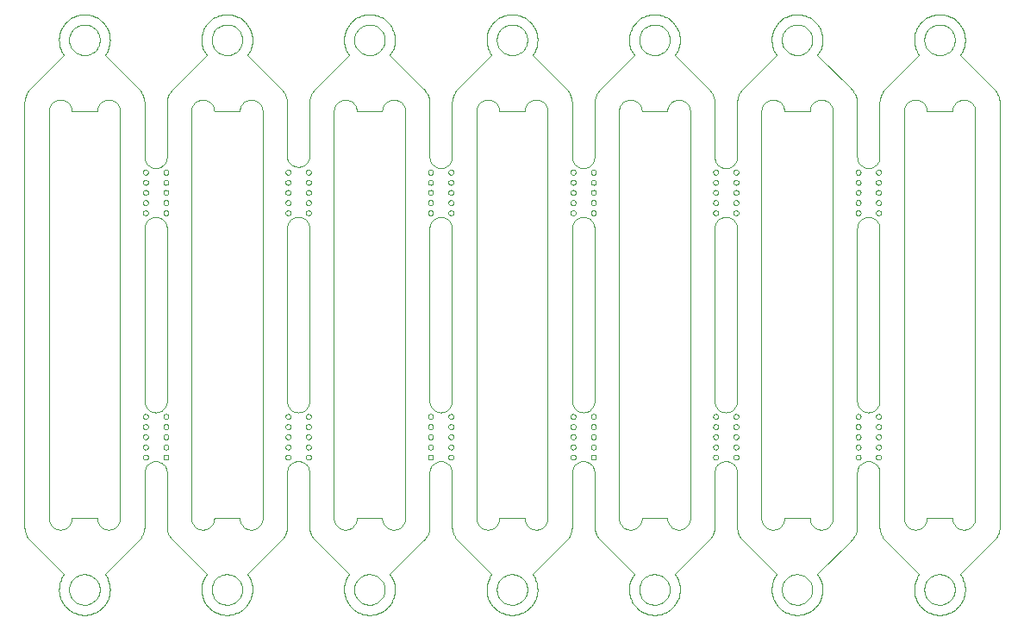
<source format=gbo>
G75*
G70*
%OFA0B0*%
%FSLAX24Y24*%
%IPPOS*%
%LPD*%
%AMOC8*
5,1,8,0,0,1.08239X$1,22.5*
%
%ADD10C,0.0000*%
D10*
X001805Y001674D02*
X001769Y001623D01*
X001737Y001570D01*
X001708Y001515D01*
X001682Y001459D01*
X001660Y001400D01*
X001642Y001341D01*
X001628Y001280D01*
X001617Y001219D01*
X001611Y001157D01*
X001608Y001095D01*
X001609Y001032D01*
X001615Y000970D01*
X001624Y000909D01*
X001637Y000848D01*
X001654Y000788D01*
X001674Y000729D01*
X001698Y000672D01*
X001726Y000616D01*
X001758Y000563D01*
X001792Y000511D01*
X001830Y000461D01*
X001871Y000414D01*
X001915Y000370D01*
X001961Y000329D01*
X002010Y000290D01*
X002062Y000255D01*
X002115Y000223D01*
X002170Y000195D01*
X002227Y000170D01*
X002286Y000149D01*
X002346Y000131D01*
X002406Y000118D01*
X002468Y000108D01*
X002530Y000102D01*
X002592Y000100D01*
X002654Y000102D01*
X002716Y000108D01*
X002778Y000118D01*
X002838Y000131D01*
X002898Y000149D01*
X002957Y000170D01*
X003014Y000195D01*
X003069Y000223D01*
X003122Y000255D01*
X003174Y000290D01*
X003223Y000329D01*
X003269Y000370D01*
X003313Y000414D01*
X003354Y000461D01*
X003392Y000511D01*
X003426Y000563D01*
X003458Y000616D01*
X003486Y000672D01*
X003510Y000729D01*
X003530Y000788D01*
X003547Y000848D01*
X003560Y000909D01*
X003569Y000970D01*
X003575Y001032D01*
X003576Y001095D01*
X003573Y001157D01*
X003567Y001219D01*
X003556Y001280D01*
X003542Y001341D01*
X003524Y001400D01*
X003502Y001459D01*
X003476Y001515D01*
X003447Y001570D01*
X003415Y001623D01*
X003379Y001674D01*
X003379Y001675D02*
X004684Y002980D01*
X004914Y003536D02*
X004914Y005612D01*
X004915Y005612D02*
X004917Y005652D01*
X004922Y005692D01*
X004932Y005730D01*
X004944Y005768D01*
X004960Y005805D01*
X004980Y005840D01*
X005002Y005873D01*
X005028Y005904D01*
X005056Y005932D01*
X005087Y005958D01*
X005120Y005980D01*
X005155Y006000D01*
X005192Y006016D01*
X005230Y006028D01*
X005268Y006038D01*
X005308Y006043D01*
X005348Y006045D01*
X005388Y006043D01*
X005428Y006038D01*
X005466Y006028D01*
X005504Y006016D01*
X005541Y006000D01*
X005576Y005980D01*
X005609Y005958D01*
X005640Y005932D01*
X005668Y005904D01*
X005694Y005873D01*
X005716Y005840D01*
X005736Y005805D01*
X005752Y005768D01*
X005764Y005730D01*
X005774Y005692D01*
X005779Y005652D01*
X005781Y005612D01*
X005781Y003536D01*
X005783Y003485D01*
X005788Y003433D01*
X005796Y003382D01*
X005808Y003332D01*
X005823Y003283D01*
X005841Y003235D01*
X005862Y003188D01*
X005886Y003142D01*
X005914Y003099D01*
X005944Y003057D01*
X005976Y003017D01*
X006012Y002980D01*
X006011Y002980D02*
X007316Y001675D01*
X007316Y001674D02*
X007280Y001623D01*
X007248Y001570D01*
X007219Y001515D01*
X007193Y001459D01*
X007171Y001400D01*
X007153Y001341D01*
X007139Y001280D01*
X007128Y001219D01*
X007122Y001157D01*
X007119Y001095D01*
X007120Y001032D01*
X007126Y000970D01*
X007135Y000909D01*
X007148Y000848D01*
X007165Y000788D01*
X007185Y000729D01*
X007209Y000672D01*
X007237Y000616D01*
X007269Y000563D01*
X007303Y000511D01*
X007341Y000461D01*
X007382Y000414D01*
X007426Y000370D01*
X007472Y000329D01*
X007521Y000290D01*
X007573Y000255D01*
X007626Y000223D01*
X007681Y000195D01*
X007738Y000170D01*
X007797Y000149D01*
X007857Y000131D01*
X007917Y000118D01*
X007979Y000108D01*
X008041Y000102D01*
X008103Y000100D01*
X008165Y000102D01*
X008227Y000108D01*
X008289Y000118D01*
X008349Y000131D01*
X008409Y000149D01*
X008468Y000170D01*
X008525Y000195D01*
X008580Y000223D01*
X008633Y000255D01*
X008685Y000290D01*
X008734Y000329D01*
X008780Y000370D01*
X008824Y000414D01*
X008865Y000461D01*
X008903Y000511D01*
X008937Y000563D01*
X008969Y000616D01*
X008997Y000672D01*
X009021Y000729D01*
X009041Y000788D01*
X009058Y000848D01*
X009071Y000909D01*
X009080Y000970D01*
X009086Y001032D01*
X009087Y001095D01*
X009084Y001157D01*
X009078Y001219D01*
X009067Y001280D01*
X009053Y001341D01*
X009035Y001400D01*
X009013Y001459D01*
X008987Y001515D01*
X008958Y001570D01*
X008926Y001623D01*
X008890Y001674D01*
X008891Y001675D02*
X010196Y002980D01*
X010426Y003536D02*
X010426Y005612D01*
X010428Y005652D01*
X010433Y005692D01*
X010443Y005730D01*
X010455Y005768D01*
X010471Y005805D01*
X010491Y005840D01*
X010513Y005873D01*
X010539Y005904D01*
X010567Y005932D01*
X010598Y005958D01*
X010631Y005980D01*
X010666Y006000D01*
X010703Y006016D01*
X010741Y006028D01*
X010779Y006038D01*
X010819Y006043D01*
X010859Y006045D01*
X010899Y006043D01*
X010939Y006038D01*
X010977Y006028D01*
X011015Y006016D01*
X011052Y006000D01*
X011087Y005980D01*
X011120Y005958D01*
X011151Y005932D01*
X011179Y005904D01*
X011205Y005873D01*
X011227Y005840D01*
X011247Y005805D01*
X011263Y005768D01*
X011275Y005730D01*
X011285Y005692D01*
X011290Y005652D01*
X011292Y005612D01*
X011292Y003536D01*
X011293Y003536D02*
X011295Y003485D01*
X011300Y003433D01*
X011308Y003382D01*
X011320Y003332D01*
X011335Y003283D01*
X011353Y003235D01*
X011374Y003188D01*
X011398Y003142D01*
X011426Y003099D01*
X011456Y003057D01*
X011488Y003017D01*
X011524Y002980D01*
X011523Y002980D02*
X012828Y001675D01*
X012828Y001674D02*
X012792Y001623D01*
X012760Y001570D01*
X012731Y001515D01*
X012705Y001459D01*
X012683Y001400D01*
X012665Y001341D01*
X012651Y001280D01*
X012640Y001219D01*
X012634Y001157D01*
X012631Y001095D01*
X012632Y001032D01*
X012638Y000970D01*
X012647Y000909D01*
X012660Y000848D01*
X012677Y000788D01*
X012697Y000729D01*
X012721Y000672D01*
X012749Y000616D01*
X012781Y000563D01*
X012815Y000511D01*
X012853Y000461D01*
X012894Y000414D01*
X012938Y000370D01*
X012984Y000329D01*
X013033Y000290D01*
X013085Y000255D01*
X013138Y000223D01*
X013193Y000195D01*
X013250Y000170D01*
X013309Y000149D01*
X013369Y000131D01*
X013429Y000118D01*
X013491Y000108D01*
X013553Y000102D01*
X013615Y000100D01*
X013677Y000102D01*
X013739Y000108D01*
X013801Y000118D01*
X013861Y000131D01*
X013921Y000149D01*
X013980Y000170D01*
X014037Y000195D01*
X014092Y000223D01*
X014145Y000255D01*
X014197Y000290D01*
X014246Y000329D01*
X014292Y000370D01*
X014336Y000414D01*
X014377Y000461D01*
X014415Y000511D01*
X014449Y000563D01*
X014481Y000616D01*
X014509Y000672D01*
X014533Y000729D01*
X014553Y000788D01*
X014570Y000848D01*
X014583Y000909D01*
X014592Y000970D01*
X014598Y001032D01*
X014599Y001095D01*
X014596Y001157D01*
X014590Y001219D01*
X014579Y001280D01*
X014565Y001341D01*
X014547Y001400D01*
X014525Y001459D01*
X014499Y001515D01*
X014470Y001570D01*
X014438Y001623D01*
X014402Y001674D01*
X014403Y001675D02*
X015707Y002980D01*
X015938Y003536D02*
X015938Y005612D01*
X015940Y005652D01*
X015945Y005692D01*
X015955Y005730D01*
X015967Y005768D01*
X015983Y005805D01*
X016003Y005840D01*
X016025Y005873D01*
X016051Y005904D01*
X016079Y005932D01*
X016110Y005958D01*
X016143Y005980D01*
X016178Y006000D01*
X016215Y006016D01*
X016253Y006028D01*
X016291Y006038D01*
X016331Y006043D01*
X016371Y006045D01*
X016411Y006043D01*
X016451Y006038D01*
X016489Y006028D01*
X016527Y006016D01*
X016564Y006000D01*
X016599Y005980D01*
X016632Y005958D01*
X016663Y005932D01*
X016691Y005904D01*
X016717Y005873D01*
X016739Y005840D01*
X016759Y005805D01*
X016775Y005768D01*
X016787Y005730D01*
X016797Y005692D01*
X016802Y005652D01*
X016804Y005612D01*
X016804Y003536D01*
X016805Y003536D02*
X016807Y003485D01*
X016812Y003433D01*
X016820Y003382D01*
X016832Y003332D01*
X016847Y003283D01*
X016865Y003235D01*
X016886Y003188D01*
X016910Y003142D01*
X016938Y003099D01*
X016968Y003057D01*
X017000Y003017D01*
X017036Y002980D01*
X017035Y002980D02*
X018340Y001675D01*
X018340Y001674D02*
X018304Y001623D01*
X018272Y001570D01*
X018243Y001515D01*
X018217Y001459D01*
X018195Y001400D01*
X018177Y001341D01*
X018163Y001280D01*
X018152Y001219D01*
X018146Y001157D01*
X018143Y001095D01*
X018144Y001032D01*
X018150Y000970D01*
X018159Y000909D01*
X018172Y000848D01*
X018189Y000788D01*
X018209Y000729D01*
X018233Y000672D01*
X018261Y000616D01*
X018293Y000563D01*
X018327Y000511D01*
X018365Y000461D01*
X018406Y000414D01*
X018450Y000370D01*
X018496Y000329D01*
X018545Y000290D01*
X018597Y000255D01*
X018650Y000223D01*
X018705Y000195D01*
X018762Y000170D01*
X018821Y000149D01*
X018881Y000131D01*
X018941Y000118D01*
X019003Y000108D01*
X019065Y000102D01*
X019127Y000100D01*
X019189Y000102D01*
X019251Y000108D01*
X019313Y000118D01*
X019373Y000131D01*
X019433Y000149D01*
X019492Y000170D01*
X019549Y000195D01*
X019604Y000223D01*
X019657Y000255D01*
X019709Y000290D01*
X019758Y000329D01*
X019804Y000370D01*
X019848Y000414D01*
X019889Y000461D01*
X019927Y000511D01*
X019961Y000563D01*
X019993Y000616D01*
X020021Y000672D01*
X020045Y000729D01*
X020065Y000788D01*
X020082Y000848D01*
X020095Y000909D01*
X020104Y000970D01*
X020110Y001032D01*
X020111Y001095D01*
X020108Y001157D01*
X020102Y001219D01*
X020091Y001280D01*
X020077Y001341D01*
X020059Y001400D01*
X020037Y001459D01*
X020011Y001515D01*
X019982Y001570D01*
X019950Y001623D01*
X019914Y001674D01*
X019914Y001675D02*
X021219Y002980D01*
X021450Y003536D02*
X021450Y005612D01*
X021452Y005652D01*
X021457Y005692D01*
X021467Y005730D01*
X021479Y005768D01*
X021495Y005805D01*
X021515Y005840D01*
X021537Y005873D01*
X021563Y005904D01*
X021591Y005932D01*
X021622Y005958D01*
X021655Y005980D01*
X021690Y006000D01*
X021727Y006016D01*
X021765Y006028D01*
X021803Y006038D01*
X021843Y006043D01*
X021883Y006045D01*
X021923Y006043D01*
X021963Y006038D01*
X022001Y006028D01*
X022039Y006016D01*
X022076Y006000D01*
X022111Y005980D01*
X022144Y005958D01*
X022175Y005932D01*
X022203Y005904D01*
X022229Y005873D01*
X022251Y005840D01*
X022271Y005805D01*
X022287Y005768D01*
X022299Y005730D01*
X022309Y005692D01*
X022314Y005652D01*
X022316Y005612D01*
X022316Y003536D01*
X022318Y003485D01*
X022323Y003433D01*
X022331Y003382D01*
X022343Y003332D01*
X022358Y003283D01*
X022376Y003235D01*
X022397Y003188D01*
X022421Y003142D01*
X022449Y003099D01*
X022479Y003057D01*
X022511Y003017D01*
X022547Y002980D01*
X023851Y001675D01*
X023852Y001674D02*
X023816Y001623D01*
X023784Y001570D01*
X023755Y001515D01*
X023729Y001459D01*
X023707Y001400D01*
X023689Y001341D01*
X023675Y001280D01*
X023664Y001219D01*
X023658Y001157D01*
X023655Y001095D01*
X023656Y001032D01*
X023662Y000970D01*
X023671Y000909D01*
X023684Y000848D01*
X023701Y000788D01*
X023721Y000729D01*
X023745Y000672D01*
X023773Y000616D01*
X023805Y000563D01*
X023839Y000511D01*
X023877Y000461D01*
X023918Y000414D01*
X023962Y000370D01*
X024008Y000329D01*
X024057Y000290D01*
X024109Y000255D01*
X024162Y000223D01*
X024217Y000195D01*
X024274Y000170D01*
X024333Y000149D01*
X024393Y000131D01*
X024453Y000118D01*
X024515Y000108D01*
X024577Y000102D01*
X024639Y000100D01*
X024701Y000102D01*
X024763Y000108D01*
X024825Y000118D01*
X024885Y000131D01*
X024945Y000149D01*
X025004Y000170D01*
X025061Y000195D01*
X025116Y000223D01*
X025169Y000255D01*
X025221Y000290D01*
X025270Y000329D01*
X025316Y000370D01*
X025360Y000414D01*
X025401Y000461D01*
X025439Y000511D01*
X025473Y000563D01*
X025505Y000616D01*
X025533Y000672D01*
X025557Y000729D01*
X025577Y000788D01*
X025594Y000848D01*
X025607Y000909D01*
X025616Y000970D01*
X025622Y001032D01*
X025623Y001095D01*
X025620Y001157D01*
X025614Y001219D01*
X025603Y001280D01*
X025589Y001341D01*
X025571Y001400D01*
X025549Y001459D01*
X025523Y001515D01*
X025494Y001570D01*
X025462Y001623D01*
X025426Y001674D01*
X025426Y001675D02*
X026731Y002980D01*
X026962Y003536D02*
X026962Y005612D01*
X026964Y005652D01*
X026969Y005692D01*
X026979Y005730D01*
X026991Y005768D01*
X027007Y005805D01*
X027027Y005840D01*
X027049Y005873D01*
X027075Y005904D01*
X027103Y005932D01*
X027134Y005958D01*
X027167Y005980D01*
X027202Y006000D01*
X027239Y006016D01*
X027277Y006028D01*
X027315Y006038D01*
X027355Y006043D01*
X027395Y006045D01*
X027435Y006043D01*
X027475Y006038D01*
X027513Y006028D01*
X027551Y006016D01*
X027588Y006000D01*
X027623Y005980D01*
X027656Y005958D01*
X027687Y005932D01*
X027715Y005904D01*
X027741Y005873D01*
X027763Y005840D01*
X027783Y005805D01*
X027799Y005768D01*
X027811Y005730D01*
X027821Y005692D01*
X027826Y005652D01*
X027828Y005612D01*
X027828Y003536D01*
X027830Y003485D01*
X027835Y003433D01*
X027843Y003382D01*
X027855Y003332D01*
X027870Y003283D01*
X027888Y003235D01*
X027909Y003188D01*
X027933Y003142D01*
X027961Y003099D01*
X027991Y003057D01*
X028023Y003017D01*
X028059Y002980D01*
X028058Y002980D02*
X029363Y001675D01*
X029364Y001674D02*
X029328Y001623D01*
X029296Y001570D01*
X029267Y001515D01*
X029241Y001459D01*
X029219Y001400D01*
X029201Y001341D01*
X029187Y001280D01*
X029176Y001219D01*
X029170Y001157D01*
X029167Y001095D01*
X029168Y001032D01*
X029174Y000970D01*
X029183Y000909D01*
X029196Y000848D01*
X029213Y000788D01*
X029233Y000729D01*
X029257Y000672D01*
X029285Y000616D01*
X029317Y000563D01*
X029351Y000511D01*
X029389Y000461D01*
X029430Y000414D01*
X029474Y000370D01*
X029520Y000329D01*
X029569Y000290D01*
X029621Y000255D01*
X029674Y000223D01*
X029729Y000195D01*
X029786Y000170D01*
X029845Y000149D01*
X029905Y000131D01*
X029965Y000118D01*
X030027Y000108D01*
X030089Y000102D01*
X030151Y000100D01*
X030213Y000102D01*
X030275Y000108D01*
X030337Y000118D01*
X030397Y000131D01*
X030457Y000149D01*
X030516Y000170D01*
X030573Y000195D01*
X030628Y000223D01*
X030681Y000255D01*
X030733Y000290D01*
X030782Y000329D01*
X030828Y000370D01*
X030872Y000414D01*
X030913Y000461D01*
X030951Y000511D01*
X030985Y000563D01*
X031017Y000616D01*
X031045Y000672D01*
X031069Y000729D01*
X031089Y000788D01*
X031106Y000848D01*
X031119Y000909D01*
X031128Y000970D01*
X031134Y001032D01*
X031135Y001095D01*
X031132Y001157D01*
X031126Y001219D01*
X031115Y001280D01*
X031101Y001341D01*
X031083Y001400D01*
X031061Y001459D01*
X031035Y001515D01*
X031006Y001570D01*
X030974Y001623D01*
X030938Y001674D01*
X030938Y001675D02*
X032243Y002980D01*
X032474Y003536D02*
X032474Y005612D01*
X032476Y005652D01*
X032481Y005692D01*
X032491Y005730D01*
X032503Y005768D01*
X032519Y005805D01*
X032539Y005840D01*
X032561Y005873D01*
X032587Y005904D01*
X032615Y005932D01*
X032646Y005958D01*
X032679Y005980D01*
X032714Y006000D01*
X032751Y006016D01*
X032789Y006028D01*
X032827Y006038D01*
X032867Y006043D01*
X032907Y006045D01*
X032947Y006043D01*
X032987Y006038D01*
X033025Y006028D01*
X033063Y006016D01*
X033100Y006000D01*
X033135Y005980D01*
X033168Y005958D01*
X033199Y005932D01*
X033227Y005904D01*
X033253Y005873D01*
X033275Y005840D01*
X033295Y005805D01*
X033311Y005768D01*
X033323Y005730D01*
X033333Y005692D01*
X033338Y005652D01*
X033340Y005612D01*
X033340Y003536D01*
X033342Y003485D01*
X033347Y003433D01*
X033355Y003382D01*
X033367Y003332D01*
X033382Y003283D01*
X033400Y003235D01*
X033421Y003188D01*
X033445Y003142D01*
X033473Y003099D01*
X033503Y003057D01*
X033535Y003017D01*
X033571Y002980D01*
X033570Y002980D02*
X034875Y001675D01*
X034875Y001674D02*
X034839Y001623D01*
X034807Y001570D01*
X034778Y001515D01*
X034752Y001459D01*
X034730Y001400D01*
X034712Y001341D01*
X034698Y001280D01*
X034687Y001219D01*
X034681Y001157D01*
X034678Y001095D01*
X034679Y001032D01*
X034685Y000970D01*
X034694Y000909D01*
X034707Y000848D01*
X034724Y000788D01*
X034744Y000729D01*
X034768Y000672D01*
X034796Y000616D01*
X034828Y000563D01*
X034862Y000511D01*
X034900Y000461D01*
X034941Y000414D01*
X034985Y000370D01*
X035031Y000329D01*
X035080Y000290D01*
X035132Y000255D01*
X035185Y000223D01*
X035240Y000195D01*
X035297Y000170D01*
X035356Y000149D01*
X035416Y000131D01*
X035476Y000118D01*
X035538Y000108D01*
X035600Y000102D01*
X035662Y000100D01*
X035724Y000102D01*
X035786Y000108D01*
X035848Y000118D01*
X035908Y000131D01*
X035968Y000149D01*
X036027Y000170D01*
X036084Y000195D01*
X036139Y000223D01*
X036192Y000255D01*
X036244Y000290D01*
X036293Y000329D01*
X036339Y000370D01*
X036383Y000414D01*
X036424Y000461D01*
X036462Y000511D01*
X036496Y000563D01*
X036528Y000616D01*
X036556Y000672D01*
X036580Y000729D01*
X036600Y000788D01*
X036617Y000848D01*
X036630Y000909D01*
X036639Y000970D01*
X036645Y001032D01*
X036646Y001095D01*
X036643Y001157D01*
X036637Y001219D01*
X036626Y001280D01*
X036612Y001341D01*
X036594Y001400D01*
X036572Y001459D01*
X036546Y001515D01*
X036517Y001570D01*
X036485Y001623D01*
X036449Y001674D01*
X036450Y001675D02*
X037755Y002980D01*
X037985Y003536D02*
X037985Y019892D01*
X037983Y019943D01*
X037978Y019995D01*
X037970Y020046D01*
X037958Y020096D01*
X037943Y020145D01*
X037925Y020193D01*
X037904Y020240D01*
X037880Y020286D01*
X037852Y020329D01*
X037822Y020371D01*
X037790Y020411D01*
X037754Y020448D01*
X037755Y020449D02*
X036450Y021754D01*
X036449Y021754D02*
X036485Y021805D01*
X036517Y021858D01*
X036546Y021913D01*
X036572Y021969D01*
X036594Y022028D01*
X036612Y022087D01*
X036626Y022148D01*
X036637Y022209D01*
X036643Y022271D01*
X036646Y022333D01*
X036645Y022396D01*
X036639Y022458D01*
X036630Y022519D01*
X036617Y022580D01*
X036600Y022640D01*
X036580Y022699D01*
X036556Y022756D01*
X036528Y022812D01*
X036496Y022865D01*
X036462Y022917D01*
X036424Y022967D01*
X036383Y023014D01*
X036339Y023058D01*
X036293Y023099D01*
X036244Y023138D01*
X036192Y023173D01*
X036139Y023205D01*
X036084Y023233D01*
X036027Y023258D01*
X035968Y023279D01*
X035908Y023297D01*
X035848Y023310D01*
X035786Y023320D01*
X035724Y023326D01*
X035662Y023328D01*
X035600Y023326D01*
X035538Y023320D01*
X035476Y023310D01*
X035416Y023297D01*
X035356Y023279D01*
X035297Y023258D01*
X035240Y023233D01*
X035185Y023205D01*
X035132Y023173D01*
X035080Y023138D01*
X035031Y023099D01*
X034985Y023058D01*
X034941Y023014D01*
X034900Y022967D01*
X034862Y022917D01*
X034828Y022865D01*
X034796Y022812D01*
X034768Y022756D01*
X034744Y022699D01*
X034724Y022640D01*
X034707Y022580D01*
X034694Y022519D01*
X034685Y022458D01*
X034679Y022396D01*
X034678Y022333D01*
X034681Y022271D01*
X034687Y022209D01*
X034698Y022148D01*
X034712Y022087D01*
X034730Y022028D01*
X034752Y021969D01*
X034778Y021913D01*
X034807Y021858D01*
X034839Y021805D01*
X034875Y021754D01*
X033570Y020449D01*
X033340Y019892D02*
X033340Y017817D01*
X033338Y017777D01*
X033333Y017737D01*
X033323Y017699D01*
X033311Y017661D01*
X033295Y017624D01*
X033275Y017589D01*
X033253Y017556D01*
X033227Y017525D01*
X033199Y017497D01*
X033168Y017471D01*
X033135Y017449D01*
X033100Y017429D01*
X033063Y017413D01*
X033025Y017401D01*
X032987Y017391D01*
X032947Y017386D01*
X032907Y017384D01*
X032867Y017386D01*
X032827Y017391D01*
X032789Y017401D01*
X032751Y017413D01*
X032714Y017429D01*
X032679Y017449D01*
X032646Y017471D01*
X032615Y017497D01*
X032587Y017525D01*
X032561Y017556D01*
X032539Y017589D01*
X032519Y017624D01*
X032503Y017661D01*
X032491Y017699D01*
X032481Y017737D01*
X032476Y017777D01*
X032474Y017817D01*
X032474Y019892D01*
X032473Y019892D02*
X032471Y019943D01*
X032466Y019995D01*
X032458Y020046D01*
X032446Y020096D01*
X032431Y020145D01*
X032413Y020193D01*
X032392Y020240D01*
X032368Y020286D01*
X032340Y020329D01*
X032310Y020371D01*
X032278Y020411D01*
X032242Y020448D01*
X032243Y020449D02*
X030938Y021754D01*
X030974Y021805D01*
X031006Y021858D01*
X031035Y021913D01*
X031061Y021969D01*
X031083Y022028D01*
X031101Y022087D01*
X031115Y022148D01*
X031126Y022209D01*
X031132Y022271D01*
X031135Y022333D01*
X031134Y022396D01*
X031128Y022458D01*
X031119Y022519D01*
X031106Y022580D01*
X031089Y022640D01*
X031069Y022699D01*
X031045Y022756D01*
X031017Y022812D01*
X030985Y022865D01*
X030951Y022917D01*
X030913Y022967D01*
X030872Y023014D01*
X030828Y023058D01*
X030782Y023099D01*
X030733Y023138D01*
X030681Y023173D01*
X030628Y023205D01*
X030573Y023233D01*
X030516Y023258D01*
X030457Y023279D01*
X030397Y023297D01*
X030337Y023310D01*
X030275Y023320D01*
X030213Y023326D01*
X030151Y023328D01*
X030089Y023326D01*
X030027Y023320D01*
X029965Y023310D01*
X029905Y023297D01*
X029845Y023279D01*
X029786Y023258D01*
X029729Y023233D01*
X029674Y023205D01*
X029621Y023173D01*
X029569Y023138D01*
X029520Y023099D01*
X029474Y023058D01*
X029430Y023014D01*
X029389Y022967D01*
X029351Y022917D01*
X029317Y022865D01*
X029285Y022812D01*
X029257Y022756D01*
X029233Y022699D01*
X029213Y022640D01*
X029196Y022580D01*
X029183Y022519D01*
X029174Y022458D01*
X029168Y022396D01*
X029167Y022333D01*
X029170Y022271D01*
X029176Y022209D01*
X029187Y022148D01*
X029201Y022087D01*
X029219Y022028D01*
X029241Y021969D01*
X029267Y021913D01*
X029296Y021858D01*
X029328Y021805D01*
X029364Y021754D01*
X029363Y021754D02*
X028058Y020449D01*
X027828Y019892D02*
X027828Y017817D01*
X027826Y017777D01*
X027821Y017737D01*
X027811Y017699D01*
X027799Y017661D01*
X027783Y017624D01*
X027763Y017589D01*
X027741Y017556D01*
X027715Y017525D01*
X027687Y017497D01*
X027656Y017471D01*
X027623Y017449D01*
X027588Y017429D01*
X027551Y017413D01*
X027513Y017401D01*
X027475Y017391D01*
X027435Y017386D01*
X027395Y017384D01*
X027355Y017386D01*
X027315Y017391D01*
X027277Y017401D01*
X027239Y017413D01*
X027202Y017429D01*
X027167Y017449D01*
X027134Y017471D01*
X027103Y017497D01*
X027075Y017525D01*
X027049Y017556D01*
X027027Y017589D01*
X027007Y017624D01*
X026991Y017661D01*
X026979Y017699D01*
X026969Y017737D01*
X026964Y017777D01*
X026962Y017817D01*
X026962Y019892D01*
X026961Y019892D02*
X026959Y019943D01*
X026954Y019995D01*
X026946Y020046D01*
X026934Y020096D01*
X026919Y020145D01*
X026901Y020193D01*
X026880Y020240D01*
X026856Y020286D01*
X026828Y020329D01*
X026798Y020371D01*
X026766Y020411D01*
X026730Y020448D01*
X026731Y020449D02*
X025426Y021754D01*
X025462Y021805D01*
X025494Y021858D01*
X025523Y021913D01*
X025549Y021969D01*
X025571Y022028D01*
X025589Y022087D01*
X025603Y022148D01*
X025614Y022209D01*
X025620Y022271D01*
X025623Y022333D01*
X025622Y022396D01*
X025616Y022458D01*
X025607Y022519D01*
X025594Y022580D01*
X025577Y022640D01*
X025557Y022699D01*
X025533Y022756D01*
X025505Y022812D01*
X025473Y022865D01*
X025439Y022917D01*
X025401Y022967D01*
X025360Y023014D01*
X025316Y023058D01*
X025270Y023099D01*
X025221Y023138D01*
X025169Y023173D01*
X025116Y023205D01*
X025061Y023233D01*
X025004Y023258D01*
X024945Y023279D01*
X024885Y023297D01*
X024825Y023310D01*
X024763Y023320D01*
X024701Y023326D01*
X024639Y023328D01*
X024577Y023326D01*
X024515Y023320D01*
X024453Y023310D01*
X024393Y023297D01*
X024333Y023279D01*
X024274Y023258D01*
X024217Y023233D01*
X024162Y023205D01*
X024109Y023173D01*
X024057Y023138D01*
X024008Y023099D01*
X023962Y023058D01*
X023918Y023014D01*
X023877Y022967D01*
X023839Y022917D01*
X023805Y022865D01*
X023773Y022812D01*
X023745Y022756D01*
X023721Y022699D01*
X023701Y022640D01*
X023684Y022580D01*
X023671Y022519D01*
X023662Y022458D01*
X023656Y022396D01*
X023655Y022333D01*
X023658Y022271D01*
X023664Y022209D01*
X023675Y022148D01*
X023689Y022087D01*
X023707Y022028D01*
X023729Y021969D01*
X023755Y021913D01*
X023784Y021858D01*
X023816Y021805D01*
X023852Y021754D01*
X023851Y021754D02*
X022547Y020449D01*
X022316Y019892D02*
X022316Y017817D01*
X022314Y017777D01*
X022309Y017737D01*
X022299Y017699D01*
X022287Y017661D01*
X022271Y017624D01*
X022251Y017589D01*
X022229Y017556D01*
X022203Y017525D01*
X022175Y017497D01*
X022144Y017471D01*
X022111Y017449D01*
X022076Y017429D01*
X022039Y017413D01*
X022001Y017401D01*
X021963Y017391D01*
X021923Y017386D01*
X021883Y017384D01*
X021843Y017386D01*
X021803Y017391D01*
X021765Y017401D01*
X021727Y017413D01*
X021690Y017429D01*
X021655Y017449D01*
X021622Y017471D01*
X021591Y017497D01*
X021563Y017525D01*
X021537Y017556D01*
X021515Y017589D01*
X021495Y017624D01*
X021479Y017661D01*
X021467Y017699D01*
X021457Y017737D01*
X021452Y017777D01*
X021450Y017817D01*
X021450Y019892D01*
X021449Y019892D02*
X021447Y019943D01*
X021442Y019995D01*
X021434Y020046D01*
X021422Y020096D01*
X021407Y020145D01*
X021389Y020193D01*
X021368Y020240D01*
X021344Y020286D01*
X021316Y020329D01*
X021286Y020371D01*
X021254Y020411D01*
X021218Y020448D01*
X021219Y020449D02*
X019914Y021754D01*
X019950Y021805D01*
X019982Y021858D01*
X020011Y021913D01*
X020037Y021969D01*
X020059Y022028D01*
X020077Y022087D01*
X020091Y022148D01*
X020102Y022209D01*
X020108Y022271D01*
X020111Y022333D01*
X020110Y022396D01*
X020104Y022458D01*
X020095Y022519D01*
X020082Y022580D01*
X020065Y022640D01*
X020045Y022699D01*
X020021Y022756D01*
X019993Y022812D01*
X019961Y022865D01*
X019927Y022917D01*
X019889Y022967D01*
X019848Y023014D01*
X019804Y023058D01*
X019758Y023099D01*
X019709Y023138D01*
X019657Y023173D01*
X019604Y023205D01*
X019549Y023233D01*
X019492Y023258D01*
X019433Y023279D01*
X019373Y023297D01*
X019313Y023310D01*
X019251Y023320D01*
X019189Y023326D01*
X019127Y023328D01*
X019065Y023326D01*
X019003Y023320D01*
X018941Y023310D01*
X018881Y023297D01*
X018821Y023279D01*
X018762Y023258D01*
X018705Y023233D01*
X018650Y023205D01*
X018597Y023173D01*
X018545Y023138D01*
X018496Y023099D01*
X018450Y023058D01*
X018406Y023014D01*
X018365Y022967D01*
X018327Y022917D01*
X018293Y022865D01*
X018261Y022812D01*
X018233Y022756D01*
X018209Y022699D01*
X018189Y022640D01*
X018172Y022580D01*
X018159Y022519D01*
X018150Y022458D01*
X018144Y022396D01*
X018143Y022333D01*
X018146Y022271D01*
X018152Y022209D01*
X018163Y022148D01*
X018177Y022087D01*
X018195Y022028D01*
X018217Y021969D01*
X018243Y021913D01*
X018272Y021858D01*
X018304Y021805D01*
X018340Y021754D01*
X017035Y020449D01*
X016804Y019892D02*
X016804Y017817D01*
X016802Y017777D01*
X016797Y017737D01*
X016787Y017699D01*
X016775Y017661D01*
X016759Y017624D01*
X016739Y017589D01*
X016717Y017556D01*
X016691Y017525D01*
X016663Y017497D01*
X016632Y017471D01*
X016599Y017449D01*
X016564Y017429D01*
X016527Y017413D01*
X016489Y017401D01*
X016451Y017391D01*
X016411Y017386D01*
X016371Y017384D01*
X016331Y017386D01*
X016291Y017391D01*
X016253Y017401D01*
X016215Y017413D01*
X016178Y017429D01*
X016143Y017449D01*
X016110Y017471D01*
X016079Y017497D01*
X016051Y017525D01*
X016025Y017556D01*
X016003Y017589D01*
X015983Y017624D01*
X015967Y017661D01*
X015955Y017699D01*
X015945Y017737D01*
X015940Y017777D01*
X015938Y017817D01*
X015938Y019892D01*
X015936Y019943D01*
X015931Y019995D01*
X015923Y020046D01*
X015911Y020096D01*
X015896Y020145D01*
X015878Y020193D01*
X015857Y020240D01*
X015833Y020286D01*
X015805Y020329D01*
X015775Y020371D01*
X015743Y020411D01*
X015707Y020448D01*
X015707Y020449D02*
X014403Y021754D01*
X014402Y021754D02*
X014438Y021805D01*
X014470Y021858D01*
X014499Y021913D01*
X014525Y021969D01*
X014547Y022028D01*
X014565Y022087D01*
X014579Y022148D01*
X014590Y022209D01*
X014596Y022271D01*
X014599Y022333D01*
X014598Y022396D01*
X014592Y022458D01*
X014583Y022519D01*
X014570Y022580D01*
X014553Y022640D01*
X014533Y022699D01*
X014509Y022756D01*
X014481Y022812D01*
X014449Y022865D01*
X014415Y022917D01*
X014377Y022967D01*
X014336Y023014D01*
X014292Y023058D01*
X014246Y023099D01*
X014197Y023138D01*
X014145Y023173D01*
X014092Y023205D01*
X014037Y023233D01*
X013980Y023258D01*
X013921Y023279D01*
X013861Y023297D01*
X013801Y023310D01*
X013739Y023320D01*
X013677Y023326D01*
X013615Y023328D01*
X013553Y023326D01*
X013491Y023320D01*
X013429Y023310D01*
X013369Y023297D01*
X013309Y023279D01*
X013250Y023258D01*
X013193Y023233D01*
X013138Y023205D01*
X013085Y023173D01*
X013033Y023138D01*
X012984Y023099D01*
X012938Y023058D01*
X012894Y023014D01*
X012853Y022967D01*
X012815Y022917D01*
X012781Y022865D01*
X012749Y022812D01*
X012721Y022756D01*
X012697Y022699D01*
X012677Y022640D01*
X012660Y022580D01*
X012647Y022519D01*
X012638Y022458D01*
X012632Y022396D01*
X012631Y022333D01*
X012634Y022271D01*
X012640Y022209D01*
X012651Y022148D01*
X012665Y022087D01*
X012683Y022028D01*
X012705Y021969D01*
X012731Y021913D01*
X012760Y021858D01*
X012792Y021805D01*
X012828Y021754D01*
X011523Y020449D01*
X011292Y019892D02*
X011292Y017915D01*
X011295Y017875D01*
X011294Y017835D01*
X011289Y017795D01*
X011281Y017755D01*
X011269Y017717D01*
X011253Y017680D01*
X011234Y017644D01*
X011212Y017611D01*
X011187Y017579D01*
X011159Y017550D01*
X011129Y017524D01*
X011096Y017500D01*
X011061Y017480D01*
X011025Y017463D01*
X010987Y017449D01*
X010948Y017439D01*
X010908Y017433D01*
X010868Y017430D01*
X010828Y017431D01*
X010788Y017436D01*
X010748Y017444D01*
X010710Y017456D01*
X010673Y017472D01*
X010637Y017491D01*
X010604Y017513D01*
X010572Y017538D01*
X010543Y017566D01*
X010517Y017596D01*
X010493Y017629D01*
X010473Y017664D01*
X010456Y017700D01*
X010442Y017738D01*
X010432Y017777D01*
X010426Y017817D01*
X010426Y019892D01*
X010424Y019943D01*
X010419Y019995D01*
X010411Y020046D01*
X010399Y020096D01*
X010384Y020145D01*
X010366Y020193D01*
X010345Y020240D01*
X010321Y020286D01*
X010293Y020329D01*
X010263Y020371D01*
X010231Y020411D01*
X010195Y020448D01*
X010196Y020449D02*
X008891Y021754D01*
X008890Y021754D02*
X008926Y021805D01*
X008958Y021858D01*
X008987Y021913D01*
X009013Y021969D01*
X009035Y022028D01*
X009053Y022087D01*
X009067Y022148D01*
X009078Y022209D01*
X009084Y022271D01*
X009087Y022333D01*
X009086Y022396D01*
X009080Y022458D01*
X009071Y022519D01*
X009058Y022580D01*
X009041Y022640D01*
X009021Y022699D01*
X008997Y022756D01*
X008969Y022812D01*
X008937Y022865D01*
X008903Y022917D01*
X008865Y022967D01*
X008824Y023014D01*
X008780Y023058D01*
X008734Y023099D01*
X008685Y023138D01*
X008633Y023173D01*
X008580Y023205D01*
X008525Y023233D01*
X008468Y023258D01*
X008409Y023279D01*
X008349Y023297D01*
X008289Y023310D01*
X008227Y023320D01*
X008165Y023326D01*
X008103Y023328D01*
X008041Y023326D01*
X007979Y023320D01*
X007917Y023310D01*
X007857Y023297D01*
X007797Y023279D01*
X007738Y023258D01*
X007681Y023233D01*
X007626Y023205D01*
X007573Y023173D01*
X007521Y023138D01*
X007472Y023099D01*
X007426Y023058D01*
X007382Y023014D01*
X007341Y022967D01*
X007303Y022917D01*
X007269Y022865D01*
X007237Y022812D01*
X007209Y022756D01*
X007185Y022699D01*
X007165Y022640D01*
X007148Y022580D01*
X007135Y022519D01*
X007126Y022458D01*
X007120Y022396D01*
X007119Y022333D01*
X007122Y022271D01*
X007128Y022209D01*
X007139Y022148D01*
X007153Y022087D01*
X007171Y022028D01*
X007193Y021969D01*
X007219Y021913D01*
X007248Y021858D01*
X007280Y021805D01*
X007316Y021754D01*
X006011Y020449D01*
X005781Y019892D02*
X005781Y017817D01*
X005779Y017777D01*
X005774Y017737D01*
X005764Y017699D01*
X005752Y017661D01*
X005736Y017624D01*
X005716Y017589D01*
X005694Y017556D01*
X005668Y017525D01*
X005640Y017497D01*
X005609Y017471D01*
X005576Y017449D01*
X005541Y017429D01*
X005504Y017413D01*
X005466Y017401D01*
X005428Y017391D01*
X005388Y017386D01*
X005348Y017384D01*
X005308Y017386D01*
X005268Y017391D01*
X005230Y017401D01*
X005192Y017413D01*
X005155Y017429D01*
X005120Y017449D01*
X005087Y017471D01*
X005056Y017497D01*
X005028Y017525D01*
X005002Y017556D01*
X004980Y017589D01*
X004960Y017624D01*
X004944Y017661D01*
X004932Y017699D01*
X004922Y017737D01*
X004917Y017777D01*
X004915Y017817D01*
X004914Y017817D02*
X004914Y019892D01*
X004912Y019943D01*
X004907Y019995D01*
X004899Y020046D01*
X004887Y020096D01*
X004872Y020145D01*
X004854Y020193D01*
X004833Y020240D01*
X004809Y020286D01*
X004781Y020329D01*
X004751Y020371D01*
X004719Y020411D01*
X004683Y020448D01*
X004684Y020449D02*
X003379Y021754D01*
X003415Y021805D01*
X003447Y021858D01*
X003476Y021913D01*
X003502Y021969D01*
X003524Y022028D01*
X003542Y022087D01*
X003556Y022148D01*
X003567Y022209D01*
X003573Y022271D01*
X003576Y022333D01*
X003575Y022396D01*
X003569Y022458D01*
X003560Y022519D01*
X003547Y022580D01*
X003530Y022640D01*
X003510Y022699D01*
X003486Y022756D01*
X003458Y022812D01*
X003426Y022865D01*
X003392Y022917D01*
X003354Y022967D01*
X003313Y023014D01*
X003269Y023058D01*
X003223Y023099D01*
X003174Y023138D01*
X003122Y023173D01*
X003069Y023205D01*
X003014Y023233D01*
X002957Y023258D01*
X002898Y023279D01*
X002838Y023297D01*
X002778Y023310D01*
X002716Y023320D01*
X002654Y023326D01*
X002592Y023328D01*
X002530Y023326D01*
X002468Y023320D01*
X002406Y023310D01*
X002346Y023297D01*
X002286Y023279D01*
X002227Y023258D01*
X002170Y023233D01*
X002115Y023205D01*
X002062Y023173D01*
X002010Y023138D01*
X001961Y023099D01*
X001915Y023058D01*
X001871Y023014D01*
X001830Y022967D01*
X001792Y022917D01*
X001758Y022865D01*
X001726Y022812D01*
X001698Y022756D01*
X001674Y022699D01*
X001654Y022640D01*
X001637Y022580D01*
X001624Y022519D01*
X001615Y022458D01*
X001609Y022396D01*
X001608Y022333D01*
X001611Y022271D01*
X001617Y022209D01*
X001628Y022148D01*
X001642Y022087D01*
X001660Y022028D01*
X001682Y021969D01*
X001708Y021913D01*
X001737Y021858D01*
X001769Y021805D01*
X001805Y021754D01*
X001804Y021754D02*
X000499Y020449D01*
X000269Y019892D02*
X000269Y003536D01*
X000271Y003485D01*
X000276Y003433D01*
X000284Y003382D01*
X000296Y003332D01*
X000311Y003283D01*
X000329Y003235D01*
X000350Y003188D01*
X000374Y003142D01*
X000402Y003099D01*
X000432Y003057D01*
X000464Y003017D01*
X000500Y002980D01*
X000499Y002980D02*
X001804Y001675D01*
X002001Y001084D02*
X002003Y001132D01*
X002009Y001180D01*
X002019Y001227D01*
X002032Y001273D01*
X002050Y001318D01*
X002070Y001362D01*
X002095Y001404D01*
X002123Y001443D01*
X002153Y001480D01*
X002187Y001514D01*
X002224Y001546D01*
X002262Y001575D01*
X002303Y001600D01*
X002346Y001622D01*
X002391Y001640D01*
X002437Y001654D01*
X002484Y001665D01*
X002532Y001672D01*
X002580Y001675D01*
X002628Y001674D01*
X002676Y001669D01*
X002724Y001660D01*
X002770Y001648D01*
X002815Y001631D01*
X002859Y001611D01*
X002901Y001588D01*
X002941Y001561D01*
X002979Y001531D01*
X003014Y001498D01*
X003046Y001462D01*
X003076Y001424D01*
X003102Y001383D01*
X003124Y001340D01*
X003144Y001296D01*
X003159Y001251D01*
X003171Y001204D01*
X003179Y001156D01*
X003183Y001108D01*
X003183Y001060D01*
X003179Y001012D01*
X003171Y000964D01*
X003159Y000917D01*
X003144Y000872D01*
X003124Y000828D01*
X003102Y000785D01*
X003076Y000744D01*
X003046Y000706D01*
X003014Y000670D01*
X002979Y000637D01*
X002941Y000607D01*
X002901Y000580D01*
X002859Y000557D01*
X002815Y000537D01*
X002770Y000520D01*
X002724Y000508D01*
X002676Y000499D01*
X002628Y000494D01*
X002580Y000493D01*
X002532Y000496D01*
X002484Y000503D01*
X002437Y000514D01*
X002391Y000528D01*
X002346Y000546D01*
X002303Y000568D01*
X002262Y000593D01*
X002224Y000622D01*
X002187Y000654D01*
X002153Y000688D01*
X002123Y000725D01*
X002095Y000764D01*
X002070Y000806D01*
X002050Y000850D01*
X002032Y000895D01*
X002019Y000941D01*
X002009Y000988D01*
X002003Y001036D01*
X002001Y001084D01*
X004683Y002980D02*
X004719Y003017D01*
X004751Y003057D01*
X004781Y003099D01*
X004809Y003142D01*
X004833Y003188D01*
X004854Y003235D01*
X004872Y003283D01*
X004887Y003332D01*
X004899Y003382D01*
X004907Y003433D01*
X004912Y003485D01*
X004914Y003536D01*
X003970Y003840D02*
X003970Y019588D01*
X003968Y019629D01*
X003962Y019669D01*
X003953Y019709D01*
X003940Y019748D01*
X003924Y019785D01*
X003904Y019821D01*
X003881Y019855D01*
X003854Y019886D01*
X003825Y019915D01*
X003794Y019942D01*
X003760Y019965D01*
X003724Y019985D01*
X003687Y020001D01*
X003648Y020014D01*
X003608Y020023D01*
X003568Y020029D01*
X003527Y020031D01*
X003486Y020029D01*
X003446Y020023D01*
X003406Y020014D01*
X003367Y020001D01*
X003330Y019985D01*
X003294Y019965D01*
X003260Y019942D01*
X003229Y019915D01*
X003200Y019886D01*
X003173Y019855D01*
X003150Y019821D01*
X003130Y019785D01*
X003114Y019748D01*
X003101Y019709D01*
X003092Y019669D01*
X003086Y019629D01*
X003084Y019588D01*
X002099Y019588D01*
X002100Y019588D02*
X002098Y019629D01*
X002092Y019669D01*
X002083Y019709D01*
X002070Y019748D01*
X002054Y019785D01*
X002034Y019821D01*
X002011Y019855D01*
X001984Y019886D01*
X001955Y019915D01*
X001924Y019942D01*
X001890Y019965D01*
X001854Y019985D01*
X001817Y020001D01*
X001778Y020014D01*
X001738Y020023D01*
X001698Y020029D01*
X001657Y020031D01*
X001616Y020029D01*
X001576Y020023D01*
X001536Y020014D01*
X001497Y020001D01*
X001460Y019985D01*
X001424Y019965D01*
X001390Y019942D01*
X001359Y019915D01*
X001330Y019886D01*
X001303Y019855D01*
X001280Y019821D01*
X001260Y019785D01*
X001244Y019748D01*
X001231Y019709D01*
X001222Y019669D01*
X001216Y019629D01*
X001214Y019588D01*
X001214Y003840D01*
X001216Y003799D01*
X001222Y003759D01*
X001231Y003719D01*
X001244Y003680D01*
X001260Y003643D01*
X001280Y003607D01*
X001303Y003573D01*
X001330Y003542D01*
X001359Y003513D01*
X001390Y003486D01*
X001424Y003463D01*
X001460Y003443D01*
X001497Y003427D01*
X001536Y003414D01*
X001576Y003405D01*
X001616Y003399D01*
X001657Y003397D01*
X001698Y003399D01*
X001738Y003405D01*
X001778Y003414D01*
X001817Y003427D01*
X001854Y003443D01*
X001890Y003463D01*
X001924Y003486D01*
X001955Y003513D01*
X001984Y003542D01*
X002011Y003573D01*
X002034Y003607D01*
X002054Y003643D01*
X002070Y003680D01*
X002083Y003719D01*
X002092Y003759D01*
X002098Y003799D01*
X002100Y003840D01*
X002099Y003840D02*
X003084Y003840D01*
X003086Y003799D01*
X003092Y003759D01*
X003101Y003719D01*
X003114Y003680D01*
X003130Y003643D01*
X003150Y003607D01*
X003173Y003573D01*
X003200Y003542D01*
X003229Y003513D01*
X003260Y003486D01*
X003294Y003463D01*
X003330Y003443D01*
X003367Y003427D01*
X003406Y003414D01*
X003446Y003405D01*
X003486Y003399D01*
X003527Y003397D01*
X003568Y003399D01*
X003608Y003405D01*
X003648Y003414D01*
X003687Y003427D01*
X003724Y003443D01*
X003760Y003463D01*
X003794Y003486D01*
X003825Y003513D01*
X003854Y003542D01*
X003881Y003573D01*
X003904Y003607D01*
X003924Y003643D01*
X003940Y003680D01*
X003953Y003719D01*
X003962Y003759D01*
X003968Y003799D01*
X003970Y003840D01*
X006725Y003840D02*
X006725Y019588D01*
X005781Y019892D02*
X005783Y019943D01*
X005788Y019995D01*
X005796Y020046D01*
X005808Y020096D01*
X005823Y020145D01*
X005841Y020193D01*
X005862Y020240D01*
X005886Y020286D01*
X005914Y020329D01*
X005944Y020371D01*
X005976Y020411D01*
X006012Y020448D01*
X006725Y019588D02*
X006727Y019629D01*
X006733Y019669D01*
X006742Y019709D01*
X006755Y019748D01*
X006771Y019785D01*
X006791Y019821D01*
X006814Y019855D01*
X006841Y019886D01*
X006870Y019915D01*
X006901Y019942D01*
X006935Y019965D01*
X006971Y019985D01*
X007008Y020001D01*
X007047Y020014D01*
X007087Y020023D01*
X007127Y020029D01*
X007168Y020031D01*
X007209Y020029D01*
X007249Y020023D01*
X007289Y020014D01*
X007328Y020001D01*
X007365Y019985D01*
X007401Y019965D01*
X007435Y019942D01*
X007466Y019915D01*
X007495Y019886D01*
X007522Y019855D01*
X007545Y019821D01*
X007565Y019785D01*
X007581Y019748D01*
X007594Y019709D01*
X007603Y019669D01*
X007609Y019629D01*
X007611Y019588D01*
X008596Y019588D01*
X008595Y019588D02*
X008597Y019629D01*
X008603Y019669D01*
X008612Y019709D01*
X008625Y019748D01*
X008641Y019785D01*
X008661Y019821D01*
X008684Y019855D01*
X008711Y019886D01*
X008740Y019915D01*
X008771Y019942D01*
X008805Y019965D01*
X008841Y019985D01*
X008878Y020001D01*
X008917Y020014D01*
X008957Y020023D01*
X008997Y020029D01*
X009038Y020031D01*
X009079Y020029D01*
X009119Y020023D01*
X009159Y020014D01*
X009198Y020001D01*
X009235Y019985D01*
X009271Y019965D01*
X009305Y019942D01*
X009336Y019915D01*
X009365Y019886D01*
X009392Y019855D01*
X009415Y019821D01*
X009435Y019785D01*
X009451Y019748D01*
X009464Y019709D01*
X009473Y019669D01*
X009479Y019629D01*
X009481Y019588D01*
X009481Y003840D01*
X010426Y003536D02*
X010424Y003485D01*
X010419Y003433D01*
X010411Y003382D01*
X010399Y003332D01*
X010384Y003283D01*
X010366Y003235D01*
X010345Y003188D01*
X010321Y003142D01*
X010293Y003099D01*
X010263Y003057D01*
X010231Y003017D01*
X010195Y002980D01*
X009481Y003840D02*
X009479Y003799D01*
X009473Y003759D01*
X009464Y003719D01*
X009451Y003680D01*
X009435Y003643D01*
X009415Y003607D01*
X009392Y003573D01*
X009365Y003542D01*
X009336Y003513D01*
X009305Y003486D01*
X009271Y003463D01*
X009235Y003443D01*
X009198Y003427D01*
X009159Y003414D01*
X009119Y003405D01*
X009079Y003399D01*
X009038Y003397D01*
X008997Y003399D01*
X008957Y003405D01*
X008917Y003414D01*
X008878Y003427D01*
X008841Y003443D01*
X008805Y003463D01*
X008771Y003486D01*
X008740Y003513D01*
X008711Y003542D01*
X008684Y003573D01*
X008661Y003607D01*
X008641Y003643D01*
X008625Y003680D01*
X008612Y003719D01*
X008603Y003759D01*
X008597Y003799D01*
X008595Y003840D01*
X008596Y003840D02*
X007611Y003840D01*
X007609Y003799D01*
X007603Y003759D01*
X007594Y003719D01*
X007581Y003680D01*
X007565Y003643D01*
X007545Y003607D01*
X007522Y003573D01*
X007495Y003542D01*
X007466Y003513D01*
X007435Y003486D01*
X007401Y003463D01*
X007365Y003443D01*
X007328Y003427D01*
X007289Y003414D01*
X007249Y003405D01*
X007209Y003399D01*
X007168Y003397D01*
X007127Y003399D01*
X007087Y003405D01*
X007047Y003414D01*
X007008Y003427D01*
X006971Y003443D01*
X006935Y003463D01*
X006901Y003486D01*
X006870Y003513D01*
X006841Y003542D01*
X006814Y003573D01*
X006791Y003607D01*
X006771Y003643D01*
X006755Y003680D01*
X006742Y003719D01*
X006733Y003759D01*
X006727Y003799D01*
X006725Y003840D01*
X005643Y006202D02*
X005645Y006221D01*
X005650Y006240D01*
X005660Y006256D01*
X005672Y006271D01*
X005687Y006283D01*
X005703Y006293D01*
X005722Y006298D01*
X005741Y006300D01*
X005760Y006298D01*
X005779Y006293D01*
X005795Y006283D01*
X005810Y006271D01*
X005822Y006256D01*
X005832Y006240D01*
X005837Y006221D01*
X005839Y006202D01*
X005837Y006183D01*
X005832Y006164D01*
X005822Y006148D01*
X005810Y006133D01*
X005795Y006121D01*
X005779Y006111D01*
X005760Y006106D01*
X005741Y006104D01*
X005722Y006106D01*
X005703Y006111D01*
X005687Y006121D01*
X005672Y006133D01*
X005660Y006148D01*
X005650Y006164D01*
X005645Y006183D01*
X005643Y006202D01*
X005643Y006596D02*
X005645Y006615D01*
X005650Y006634D01*
X005660Y006650D01*
X005672Y006665D01*
X005687Y006677D01*
X005703Y006687D01*
X005722Y006692D01*
X005741Y006694D01*
X005760Y006692D01*
X005779Y006687D01*
X005795Y006677D01*
X005810Y006665D01*
X005822Y006650D01*
X005832Y006634D01*
X005837Y006615D01*
X005839Y006596D01*
X005837Y006577D01*
X005832Y006558D01*
X005822Y006542D01*
X005810Y006527D01*
X005795Y006515D01*
X005779Y006505D01*
X005760Y006500D01*
X005741Y006498D01*
X005722Y006500D01*
X005703Y006505D01*
X005687Y006515D01*
X005672Y006527D01*
X005660Y006542D01*
X005650Y006558D01*
X005645Y006577D01*
X005643Y006596D01*
X005643Y006990D02*
X005645Y007009D01*
X005650Y007028D01*
X005660Y007044D01*
X005672Y007059D01*
X005687Y007071D01*
X005703Y007081D01*
X005722Y007086D01*
X005741Y007088D01*
X005760Y007086D01*
X005779Y007081D01*
X005795Y007071D01*
X005810Y007059D01*
X005822Y007044D01*
X005832Y007028D01*
X005837Y007009D01*
X005839Y006990D01*
X005837Y006971D01*
X005832Y006952D01*
X005822Y006936D01*
X005810Y006921D01*
X005795Y006909D01*
X005779Y006899D01*
X005760Y006894D01*
X005741Y006892D01*
X005722Y006894D01*
X005703Y006899D01*
X005687Y006909D01*
X005672Y006921D01*
X005660Y006936D01*
X005650Y006952D01*
X005645Y006971D01*
X005643Y006990D01*
X005643Y007383D02*
X005645Y007402D01*
X005650Y007421D01*
X005660Y007437D01*
X005672Y007452D01*
X005687Y007464D01*
X005703Y007474D01*
X005722Y007479D01*
X005741Y007481D01*
X005760Y007479D01*
X005779Y007474D01*
X005795Y007464D01*
X005810Y007452D01*
X005822Y007437D01*
X005832Y007421D01*
X005837Y007402D01*
X005839Y007383D01*
X005837Y007364D01*
X005832Y007345D01*
X005822Y007329D01*
X005810Y007314D01*
X005795Y007302D01*
X005779Y007292D01*
X005760Y007287D01*
X005741Y007285D01*
X005722Y007287D01*
X005703Y007292D01*
X005687Y007302D01*
X005672Y007314D01*
X005660Y007329D01*
X005650Y007345D01*
X005645Y007364D01*
X005643Y007383D01*
X005643Y007777D02*
X005645Y007796D01*
X005650Y007815D01*
X005660Y007831D01*
X005672Y007846D01*
X005687Y007858D01*
X005703Y007868D01*
X005722Y007873D01*
X005741Y007875D01*
X005760Y007873D01*
X005779Y007868D01*
X005795Y007858D01*
X005810Y007846D01*
X005822Y007831D01*
X005832Y007815D01*
X005837Y007796D01*
X005839Y007777D01*
X005837Y007758D01*
X005832Y007739D01*
X005822Y007723D01*
X005810Y007708D01*
X005795Y007696D01*
X005779Y007686D01*
X005760Y007681D01*
X005741Y007679D01*
X005722Y007681D01*
X005703Y007686D01*
X005687Y007696D01*
X005672Y007708D01*
X005660Y007723D01*
X005650Y007739D01*
X005645Y007758D01*
X005643Y007777D01*
X005781Y008368D02*
X005781Y015061D01*
X005779Y015101D01*
X005774Y015141D01*
X005764Y015179D01*
X005752Y015217D01*
X005736Y015254D01*
X005716Y015289D01*
X005694Y015322D01*
X005668Y015353D01*
X005640Y015381D01*
X005609Y015407D01*
X005576Y015429D01*
X005541Y015449D01*
X005504Y015465D01*
X005466Y015477D01*
X005428Y015487D01*
X005388Y015492D01*
X005348Y015494D01*
X005308Y015492D01*
X005268Y015487D01*
X005230Y015477D01*
X005192Y015465D01*
X005155Y015449D01*
X005120Y015429D01*
X005087Y015407D01*
X005056Y015381D01*
X005028Y015353D01*
X005002Y015322D01*
X004980Y015289D01*
X004960Y015254D01*
X004944Y015217D01*
X004932Y015179D01*
X004922Y015141D01*
X004917Y015101D01*
X004915Y015061D01*
X004914Y015061D02*
X004914Y008368D01*
X004915Y008368D02*
X004917Y008328D01*
X004922Y008288D01*
X004932Y008250D01*
X004944Y008212D01*
X004960Y008175D01*
X004980Y008140D01*
X005002Y008107D01*
X005028Y008076D01*
X005056Y008048D01*
X005087Y008022D01*
X005120Y008000D01*
X005155Y007980D01*
X005192Y007964D01*
X005230Y007952D01*
X005268Y007942D01*
X005308Y007937D01*
X005348Y007935D01*
X005388Y007937D01*
X005428Y007942D01*
X005466Y007952D01*
X005504Y007964D01*
X005541Y007980D01*
X005576Y008000D01*
X005609Y008022D01*
X005640Y008048D01*
X005668Y008076D01*
X005694Y008107D01*
X005716Y008140D01*
X005736Y008175D01*
X005752Y008212D01*
X005764Y008250D01*
X005774Y008288D01*
X005779Y008328D01*
X005781Y008368D01*
X004856Y007777D02*
X004858Y007796D01*
X004863Y007815D01*
X004873Y007831D01*
X004885Y007846D01*
X004900Y007858D01*
X004916Y007868D01*
X004935Y007873D01*
X004954Y007875D01*
X004973Y007873D01*
X004992Y007868D01*
X005008Y007858D01*
X005023Y007846D01*
X005035Y007831D01*
X005045Y007815D01*
X005050Y007796D01*
X005052Y007777D01*
X005050Y007758D01*
X005045Y007739D01*
X005035Y007723D01*
X005023Y007708D01*
X005008Y007696D01*
X004992Y007686D01*
X004973Y007681D01*
X004954Y007679D01*
X004935Y007681D01*
X004916Y007686D01*
X004900Y007696D01*
X004885Y007708D01*
X004873Y007723D01*
X004863Y007739D01*
X004858Y007758D01*
X004856Y007777D01*
X004856Y007383D02*
X004858Y007402D01*
X004863Y007421D01*
X004873Y007437D01*
X004885Y007452D01*
X004900Y007464D01*
X004916Y007474D01*
X004935Y007479D01*
X004954Y007481D01*
X004973Y007479D01*
X004992Y007474D01*
X005008Y007464D01*
X005023Y007452D01*
X005035Y007437D01*
X005045Y007421D01*
X005050Y007402D01*
X005052Y007383D01*
X005050Y007364D01*
X005045Y007345D01*
X005035Y007329D01*
X005023Y007314D01*
X005008Y007302D01*
X004992Y007292D01*
X004973Y007287D01*
X004954Y007285D01*
X004935Y007287D01*
X004916Y007292D01*
X004900Y007302D01*
X004885Y007314D01*
X004873Y007329D01*
X004863Y007345D01*
X004858Y007364D01*
X004856Y007383D01*
X004856Y006990D02*
X004858Y007009D01*
X004863Y007028D01*
X004873Y007044D01*
X004885Y007059D01*
X004900Y007071D01*
X004916Y007081D01*
X004935Y007086D01*
X004954Y007088D01*
X004973Y007086D01*
X004992Y007081D01*
X005008Y007071D01*
X005023Y007059D01*
X005035Y007044D01*
X005045Y007028D01*
X005050Y007009D01*
X005052Y006990D01*
X005050Y006971D01*
X005045Y006952D01*
X005035Y006936D01*
X005023Y006921D01*
X005008Y006909D01*
X004992Y006899D01*
X004973Y006894D01*
X004954Y006892D01*
X004935Y006894D01*
X004916Y006899D01*
X004900Y006909D01*
X004885Y006921D01*
X004873Y006936D01*
X004863Y006952D01*
X004858Y006971D01*
X004856Y006990D01*
X004856Y006596D02*
X004858Y006615D01*
X004863Y006634D01*
X004873Y006650D01*
X004885Y006665D01*
X004900Y006677D01*
X004916Y006687D01*
X004935Y006692D01*
X004954Y006694D01*
X004973Y006692D01*
X004992Y006687D01*
X005008Y006677D01*
X005023Y006665D01*
X005035Y006650D01*
X005045Y006634D01*
X005050Y006615D01*
X005052Y006596D01*
X005050Y006577D01*
X005045Y006558D01*
X005035Y006542D01*
X005023Y006527D01*
X005008Y006515D01*
X004992Y006505D01*
X004973Y006500D01*
X004954Y006498D01*
X004935Y006500D01*
X004916Y006505D01*
X004900Y006515D01*
X004885Y006527D01*
X004873Y006542D01*
X004863Y006558D01*
X004858Y006577D01*
X004856Y006596D01*
X004856Y006202D02*
X004858Y006221D01*
X004863Y006240D01*
X004873Y006256D01*
X004885Y006271D01*
X004900Y006283D01*
X004916Y006293D01*
X004935Y006298D01*
X004954Y006300D01*
X004973Y006298D01*
X004992Y006293D01*
X005008Y006283D01*
X005023Y006271D01*
X005035Y006256D01*
X005045Y006240D01*
X005050Y006221D01*
X005052Y006202D01*
X005050Y006183D01*
X005045Y006164D01*
X005035Y006148D01*
X005023Y006133D01*
X005008Y006121D01*
X004992Y006111D01*
X004973Y006106D01*
X004954Y006104D01*
X004935Y006106D01*
X004916Y006111D01*
X004900Y006121D01*
X004885Y006133D01*
X004873Y006148D01*
X004863Y006164D01*
X004858Y006183D01*
X004856Y006202D01*
X010368Y006202D02*
X010370Y006221D01*
X010375Y006240D01*
X010385Y006256D01*
X010397Y006271D01*
X010412Y006283D01*
X010428Y006293D01*
X010447Y006298D01*
X010466Y006300D01*
X010485Y006298D01*
X010504Y006293D01*
X010520Y006283D01*
X010535Y006271D01*
X010547Y006256D01*
X010557Y006240D01*
X010562Y006221D01*
X010564Y006202D01*
X010562Y006183D01*
X010557Y006164D01*
X010547Y006148D01*
X010535Y006133D01*
X010520Y006121D01*
X010504Y006111D01*
X010485Y006106D01*
X010466Y006104D01*
X010447Y006106D01*
X010428Y006111D01*
X010412Y006121D01*
X010397Y006133D01*
X010385Y006148D01*
X010375Y006164D01*
X010370Y006183D01*
X010368Y006202D01*
X010368Y006596D02*
X010370Y006615D01*
X010375Y006634D01*
X010385Y006650D01*
X010397Y006665D01*
X010412Y006677D01*
X010428Y006687D01*
X010447Y006692D01*
X010466Y006694D01*
X010485Y006692D01*
X010504Y006687D01*
X010520Y006677D01*
X010535Y006665D01*
X010547Y006650D01*
X010557Y006634D01*
X010562Y006615D01*
X010564Y006596D01*
X010562Y006577D01*
X010557Y006558D01*
X010547Y006542D01*
X010535Y006527D01*
X010520Y006515D01*
X010504Y006505D01*
X010485Y006500D01*
X010466Y006498D01*
X010447Y006500D01*
X010428Y006505D01*
X010412Y006515D01*
X010397Y006527D01*
X010385Y006542D01*
X010375Y006558D01*
X010370Y006577D01*
X010368Y006596D01*
X010368Y006990D02*
X010370Y007009D01*
X010375Y007028D01*
X010385Y007044D01*
X010397Y007059D01*
X010412Y007071D01*
X010428Y007081D01*
X010447Y007086D01*
X010466Y007088D01*
X010485Y007086D01*
X010504Y007081D01*
X010520Y007071D01*
X010535Y007059D01*
X010547Y007044D01*
X010557Y007028D01*
X010562Y007009D01*
X010564Y006990D01*
X010562Y006971D01*
X010557Y006952D01*
X010547Y006936D01*
X010535Y006921D01*
X010520Y006909D01*
X010504Y006899D01*
X010485Y006894D01*
X010466Y006892D01*
X010447Y006894D01*
X010428Y006899D01*
X010412Y006909D01*
X010397Y006921D01*
X010385Y006936D01*
X010375Y006952D01*
X010370Y006971D01*
X010368Y006990D01*
X010368Y007383D02*
X010370Y007402D01*
X010375Y007421D01*
X010385Y007437D01*
X010397Y007452D01*
X010412Y007464D01*
X010428Y007474D01*
X010447Y007479D01*
X010466Y007481D01*
X010485Y007479D01*
X010504Y007474D01*
X010520Y007464D01*
X010535Y007452D01*
X010547Y007437D01*
X010557Y007421D01*
X010562Y007402D01*
X010564Y007383D01*
X010562Y007364D01*
X010557Y007345D01*
X010547Y007329D01*
X010535Y007314D01*
X010520Y007302D01*
X010504Y007292D01*
X010485Y007287D01*
X010466Y007285D01*
X010447Y007287D01*
X010428Y007292D01*
X010412Y007302D01*
X010397Y007314D01*
X010385Y007329D01*
X010375Y007345D01*
X010370Y007364D01*
X010368Y007383D01*
X010368Y007777D02*
X010370Y007796D01*
X010375Y007815D01*
X010385Y007831D01*
X010397Y007846D01*
X010412Y007858D01*
X010428Y007868D01*
X010447Y007873D01*
X010466Y007875D01*
X010485Y007873D01*
X010504Y007868D01*
X010520Y007858D01*
X010535Y007846D01*
X010547Y007831D01*
X010557Y007815D01*
X010562Y007796D01*
X010564Y007777D01*
X010562Y007758D01*
X010557Y007739D01*
X010547Y007723D01*
X010535Y007708D01*
X010520Y007696D01*
X010504Y007686D01*
X010485Y007681D01*
X010466Y007679D01*
X010447Y007681D01*
X010428Y007686D01*
X010412Y007696D01*
X010397Y007708D01*
X010385Y007723D01*
X010375Y007739D01*
X010370Y007758D01*
X010368Y007777D01*
X010426Y008368D02*
X010426Y015061D01*
X010428Y015101D01*
X010433Y015141D01*
X010443Y015179D01*
X010455Y015217D01*
X010471Y015254D01*
X010491Y015289D01*
X010513Y015322D01*
X010539Y015353D01*
X010567Y015381D01*
X010598Y015407D01*
X010631Y015429D01*
X010666Y015449D01*
X010703Y015465D01*
X010741Y015477D01*
X010779Y015487D01*
X010819Y015492D01*
X010859Y015494D01*
X010899Y015492D01*
X010939Y015487D01*
X010977Y015477D01*
X011015Y015465D01*
X011052Y015449D01*
X011087Y015429D01*
X011120Y015407D01*
X011151Y015381D01*
X011179Y015353D01*
X011205Y015322D01*
X011227Y015289D01*
X011247Y015254D01*
X011263Y015217D01*
X011275Y015179D01*
X011285Y015141D01*
X011290Y015101D01*
X011292Y015061D01*
X011292Y008368D01*
X011290Y008328D01*
X011285Y008288D01*
X011275Y008250D01*
X011263Y008212D01*
X011247Y008175D01*
X011227Y008140D01*
X011205Y008107D01*
X011179Y008076D01*
X011151Y008048D01*
X011120Y008022D01*
X011087Y008000D01*
X011052Y007980D01*
X011015Y007964D01*
X010977Y007952D01*
X010939Y007942D01*
X010899Y007937D01*
X010859Y007935D01*
X010819Y007937D01*
X010779Y007942D01*
X010741Y007952D01*
X010703Y007964D01*
X010666Y007980D01*
X010631Y008000D01*
X010598Y008022D01*
X010567Y008048D01*
X010539Y008076D01*
X010513Y008107D01*
X010491Y008140D01*
X010471Y008175D01*
X010455Y008212D01*
X010443Y008250D01*
X010433Y008288D01*
X010428Y008328D01*
X010426Y008368D01*
X011155Y007777D02*
X011157Y007796D01*
X011162Y007815D01*
X011172Y007831D01*
X011184Y007846D01*
X011199Y007858D01*
X011215Y007868D01*
X011234Y007873D01*
X011253Y007875D01*
X011272Y007873D01*
X011291Y007868D01*
X011307Y007858D01*
X011322Y007846D01*
X011334Y007831D01*
X011344Y007815D01*
X011349Y007796D01*
X011351Y007777D01*
X011349Y007758D01*
X011344Y007739D01*
X011334Y007723D01*
X011322Y007708D01*
X011307Y007696D01*
X011291Y007686D01*
X011272Y007681D01*
X011253Y007679D01*
X011234Y007681D01*
X011215Y007686D01*
X011199Y007696D01*
X011184Y007708D01*
X011172Y007723D01*
X011162Y007739D01*
X011157Y007758D01*
X011155Y007777D01*
X011155Y007383D02*
X011157Y007402D01*
X011162Y007421D01*
X011172Y007437D01*
X011184Y007452D01*
X011199Y007464D01*
X011215Y007474D01*
X011234Y007479D01*
X011253Y007481D01*
X011272Y007479D01*
X011291Y007474D01*
X011307Y007464D01*
X011322Y007452D01*
X011334Y007437D01*
X011344Y007421D01*
X011349Y007402D01*
X011351Y007383D01*
X011349Y007364D01*
X011344Y007345D01*
X011334Y007329D01*
X011322Y007314D01*
X011307Y007302D01*
X011291Y007292D01*
X011272Y007287D01*
X011253Y007285D01*
X011234Y007287D01*
X011215Y007292D01*
X011199Y007302D01*
X011184Y007314D01*
X011172Y007329D01*
X011162Y007345D01*
X011157Y007364D01*
X011155Y007383D01*
X011155Y006990D02*
X011157Y007009D01*
X011162Y007028D01*
X011172Y007044D01*
X011184Y007059D01*
X011199Y007071D01*
X011215Y007081D01*
X011234Y007086D01*
X011253Y007088D01*
X011272Y007086D01*
X011291Y007081D01*
X011307Y007071D01*
X011322Y007059D01*
X011334Y007044D01*
X011344Y007028D01*
X011349Y007009D01*
X011351Y006990D01*
X011349Y006971D01*
X011344Y006952D01*
X011334Y006936D01*
X011322Y006921D01*
X011307Y006909D01*
X011291Y006899D01*
X011272Y006894D01*
X011253Y006892D01*
X011234Y006894D01*
X011215Y006899D01*
X011199Y006909D01*
X011184Y006921D01*
X011172Y006936D01*
X011162Y006952D01*
X011157Y006971D01*
X011155Y006990D01*
X011155Y006596D02*
X011157Y006615D01*
X011162Y006634D01*
X011172Y006650D01*
X011184Y006665D01*
X011199Y006677D01*
X011215Y006687D01*
X011234Y006692D01*
X011253Y006694D01*
X011272Y006692D01*
X011291Y006687D01*
X011307Y006677D01*
X011322Y006665D01*
X011334Y006650D01*
X011344Y006634D01*
X011349Y006615D01*
X011351Y006596D01*
X011349Y006577D01*
X011344Y006558D01*
X011334Y006542D01*
X011322Y006527D01*
X011307Y006515D01*
X011291Y006505D01*
X011272Y006500D01*
X011253Y006498D01*
X011234Y006500D01*
X011215Y006505D01*
X011199Y006515D01*
X011184Y006527D01*
X011172Y006542D01*
X011162Y006558D01*
X011157Y006577D01*
X011155Y006596D01*
X011155Y006202D02*
X011157Y006221D01*
X011162Y006240D01*
X011172Y006256D01*
X011184Y006271D01*
X011199Y006283D01*
X011215Y006293D01*
X011234Y006298D01*
X011253Y006300D01*
X011272Y006298D01*
X011291Y006293D01*
X011307Y006283D01*
X011322Y006271D01*
X011334Y006256D01*
X011344Y006240D01*
X011349Y006221D01*
X011351Y006202D01*
X011349Y006183D01*
X011344Y006164D01*
X011334Y006148D01*
X011322Y006133D01*
X011307Y006121D01*
X011291Y006111D01*
X011272Y006106D01*
X011253Y006104D01*
X011234Y006106D01*
X011215Y006111D01*
X011199Y006121D01*
X011184Y006133D01*
X011172Y006148D01*
X011162Y006164D01*
X011157Y006183D01*
X011155Y006202D01*
X012237Y003840D02*
X012237Y019588D01*
X011293Y019892D02*
X011295Y019943D01*
X011300Y019995D01*
X011308Y020046D01*
X011320Y020096D01*
X011335Y020145D01*
X011353Y020193D01*
X011374Y020240D01*
X011398Y020286D01*
X011426Y020329D01*
X011456Y020371D01*
X011488Y020411D01*
X011524Y020448D01*
X012237Y019588D02*
X012239Y019629D01*
X012245Y019669D01*
X012254Y019709D01*
X012267Y019748D01*
X012283Y019785D01*
X012303Y019821D01*
X012326Y019855D01*
X012353Y019886D01*
X012382Y019915D01*
X012413Y019942D01*
X012447Y019965D01*
X012483Y019985D01*
X012520Y020001D01*
X012559Y020014D01*
X012599Y020023D01*
X012639Y020029D01*
X012680Y020031D01*
X012721Y020029D01*
X012761Y020023D01*
X012801Y020014D01*
X012840Y020001D01*
X012877Y019985D01*
X012913Y019965D01*
X012947Y019942D01*
X012978Y019915D01*
X013007Y019886D01*
X013034Y019855D01*
X013057Y019821D01*
X013077Y019785D01*
X013093Y019748D01*
X013106Y019709D01*
X013115Y019669D01*
X013121Y019629D01*
X013123Y019588D01*
X014107Y019588D01*
X014109Y019629D01*
X014115Y019669D01*
X014124Y019709D01*
X014137Y019748D01*
X014153Y019785D01*
X014173Y019821D01*
X014196Y019855D01*
X014223Y019886D01*
X014252Y019915D01*
X014283Y019942D01*
X014317Y019965D01*
X014353Y019985D01*
X014390Y020001D01*
X014429Y020014D01*
X014469Y020023D01*
X014509Y020029D01*
X014550Y020031D01*
X014591Y020029D01*
X014631Y020023D01*
X014671Y020014D01*
X014710Y020001D01*
X014747Y019985D01*
X014783Y019965D01*
X014817Y019942D01*
X014848Y019915D01*
X014877Y019886D01*
X014904Y019855D01*
X014927Y019821D01*
X014947Y019785D01*
X014963Y019748D01*
X014976Y019709D01*
X014985Y019669D01*
X014991Y019629D01*
X014993Y019588D01*
X014993Y003840D01*
X015938Y003536D02*
X015936Y003485D01*
X015931Y003433D01*
X015923Y003382D01*
X015911Y003332D01*
X015896Y003283D01*
X015878Y003235D01*
X015857Y003188D01*
X015833Y003142D01*
X015805Y003099D01*
X015775Y003057D01*
X015743Y003017D01*
X015707Y002980D01*
X014993Y003840D02*
X014991Y003799D01*
X014985Y003759D01*
X014976Y003719D01*
X014963Y003680D01*
X014947Y003643D01*
X014927Y003607D01*
X014904Y003573D01*
X014877Y003542D01*
X014848Y003513D01*
X014817Y003486D01*
X014783Y003463D01*
X014747Y003443D01*
X014710Y003427D01*
X014671Y003414D01*
X014631Y003405D01*
X014591Y003399D01*
X014550Y003397D01*
X014509Y003399D01*
X014469Y003405D01*
X014429Y003414D01*
X014390Y003427D01*
X014353Y003443D01*
X014317Y003463D01*
X014283Y003486D01*
X014252Y003513D01*
X014223Y003542D01*
X014196Y003573D01*
X014173Y003607D01*
X014153Y003643D01*
X014137Y003680D01*
X014124Y003719D01*
X014115Y003759D01*
X014109Y003799D01*
X014107Y003840D01*
X013123Y003840D01*
X013121Y003799D01*
X013115Y003759D01*
X013106Y003719D01*
X013093Y003680D01*
X013077Y003643D01*
X013057Y003607D01*
X013034Y003573D01*
X013007Y003542D01*
X012978Y003513D01*
X012947Y003486D01*
X012913Y003463D01*
X012877Y003443D01*
X012840Y003427D01*
X012801Y003414D01*
X012761Y003405D01*
X012721Y003399D01*
X012680Y003397D01*
X012639Y003399D01*
X012599Y003405D01*
X012559Y003414D01*
X012520Y003427D01*
X012483Y003443D01*
X012447Y003463D01*
X012413Y003486D01*
X012382Y003513D01*
X012353Y003542D01*
X012326Y003573D01*
X012303Y003607D01*
X012283Y003643D01*
X012267Y003680D01*
X012254Y003719D01*
X012245Y003759D01*
X012239Y003799D01*
X012237Y003840D01*
X015879Y006202D02*
X015881Y006221D01*
X015886Y006240D01*
X015896Y006256D01*
X015908Y006271D01*
X015923Y006283D01*
X015939Y006293D01*
X015958Y006298D01*
X015977Y006300D01*
X015996Y006298D01*
X016015Y006293D01*
X016031Y006283D01*
X016046Y006271D01*
X016058Y006256D01*
X016068Y006240D01*
X016073Y006221D01*
X016075Y006202D01*
X016073Y006183D01*
X016068Y006164D01*
X016058Y006148D01*
X016046Y006133D01*
X016031Y006121D01*
X016015Y006111D01*
X015996Y006106D01*
X015977Y006104D01*
X015958Y006106D01*
X015939Y006111D01*
X015923Y006121D01*
X015908Y006133D01*
X015896Y006148D01*
X015886Y006164D01*
X015881Y006183D01*
X015879Y006202D01*
X015879Y006596D02*
X015881Y006615D01*
X015886Y006634D01*
X015896Y006650D01*
X015908Y006665D01*
X015923Y006677D01*
X015939Y006687D01*
X015958Y006692D01*
X015977Y006694D01*
X015996Y006692D01*
X016015Y006687D01*
X016031Y006677D01*
X016046Y006665D01*
X016058Y006650D01*
X016068Y006634D01*
X016073Y006615D01*
X016075Y006596D01*
X016073Y006577D01*
X016068Y006558D01*
X016058Y006542D01*
X016046Y006527D01*
X016031Y006515D01*
X016015Y006505D01*
X015996Y006500D01*
X015977Y006498D01*
X015958Y006500D01*
X015939Y006505D01*
X015923Y006515D01*
X015908Y006527D01*
X015896Y006542D01*
X015886Y006558D01*
X015881Y006577D01*
X015879Y006596D01*
X015879Y006990D02*
X015881Y007009D01*
X015886Y007028D01*
X015896Y007044D01*
X015908Y007059D01*
X015923Y007071D01*
X015939Y007081D01*
X015958Y007086D01*
X015977Y007088D01*
X015996Y007086D01*
X016015Y007081D01*
X016031Y007071D01*
X016046Y007059D01*
X016058Y007044D01*
X016068Y007028D01*
X016073Y007009D01*
X016075Y006990D01*
X016073Y006971D01*
X016068Y006952D01*
X016058Y006936D01*
X016046Y006921D01*
X016031Y006909D01*
X016015Y006899D01*
X015996Y006894D01*
X015977Y006892D01*
X015958Y006894D01*
X015939Y006899D01*
X015923Y006909D01*
X015908Y006921D01*
X015896Y006936D01*
X015886Y006952D01*
X015881Y006971D01*
X015879Y006990D01*
X015879Y007383D02*
X015881Y007402D01*
X015886Y007421D01*
X015896Y007437D01*
X015908Y007452D01*
X015923Y007464D01*
X015939Y007474D01*
X015958Y007479D01*
X015977Y007481D01*
X015996Y007479D01*
X016015Y007474D01*
X016031Y007464D01*
X016046Y007452D01*
X016058Y007437D01*
X016068Y007421D01*
X016073Y007402D01*
X016075Y007383D01*
X016073Y007364D01*
X016068Y007345D01*
X016058Y007329D01*
X016046Y007314D01*
X016031Y007302D01*
X016015Y007292D01*
X015996Y007287D01*
X015977Y007285D01*
X015958Y007287D01*
X015939Y007292D01*
X015923Y007302D01*
X015908Y007314D01*
X015896Y007329D01*
X015886Y007345D01*
X015881Y007364D01*
X015879Y007383D01*
X015879Y007777D02*
X015881Y007796D01*
X015886Y007815D01*
X015896Y007831D01*
X015908Y007846D01*
X015923Y007858D01*
X015939Y007868D01*
X015958Y007873D01*
X015977Y007875D01*
X015996Y007873D01*
X016015Y007868D01*
X016031Y007858D01*
X016046Y007846D01*
X016058Y007831D01*
X016068Y007815D01*
X016073Y007796D01*
X016075Y007777D01*
X016073Y007758D01*
X016068Y007739D01*
X016058Y007723D01*
X016046Y007708D01*
X016031Y007696D01*
X016015Y007686D01*
X015996Y007681D01*
X015977Y007679D01*
X015958Y007681D01*
X015939Y007686D01*
X015923Y007696D01*
X015908Y007708D01*
X015896Y007723D01*
X015886Y007739D01*
X015881Y007758D01*
X015879Y007777D01*
X015938Y008368D02*
X015938Y015061D01*
X015940Y015101D01*
X015945Y015141D01*
X015955Y015179D01*
X015967Y015217D01*
X015983Y015254D01*
X016003Y015289D01*
X016025Y015322D01*
X016051Y015353D01*
X016079Y015381D01*
X016110Y015407D01*
X016143Y015429D01*
X016178Y015449D01*
X016215Y015465D01*
X016253Y015477D01*
X016291Y015487D01*
X016331Y015492D01*
X016371Y015494D01*
X016411Y015492D01*
X016451Y015487D01*
X016489Y015477D01*
X016527Y015465D01*
X016564Y015449D01*
X016599Y015429D01*
X016632Y015407D01*
X016663Y015381D01*
X016691Y015353D01*
X016717Y015322D01*
X016739Y015289D01*
X016759Y015254D01*
X016775Y015217D01*
X016787Y015179D01*
X016797Y015141D01*
X016802Y015101D01*
X016804Y015061D01*
X016804Y008368D01*
X016802Y008328D01*
X016797Y008288D01*
X016787Y008250D01*
X016775Y008212D01*
X016759Y008175D01*
X016739Y008140D01*
X016717Y008107D01*
X016691Y008076D01*
X016663Y008048D01*
X016632Y008022D01*
X016599Y008000D01*
X016564Y007980D01*
X016527Y007964D01*
X016489Y007952D01*
X016451Y007942D01*
X016411Y007937D01*
X016371Y007935D01*
X016331Y007937D01*
X016291Y007942D01*
X016253Y007952D01*
X016215Y007964D01*
X016178Y007980D01*
X016143Y008000D01*
X016110Y008022D01*
X016079Y008048D01*
X016051Y008076D01*
X016025Y008107D01*
X016003Y008140D01*
X015983Y008175D01*
X015967Y008212D01*
X015955Y008250D01*
X015945Y008288D01*
X015940Y008328D01*
X015938Y008368D01*
X016667Y007777D02*
X016669Y007796D01*
X016674Y007815D01*
X016684Y007831D01*
X016696Y007846D01*
X016711Y007858D01*
X016727Y007868D01*
X016746Y007873D01*
X016765Y007875D01*
X016784Y007873D01*
X016803Y007868D01*
X016819Y007858D01*
X016834Y007846D01*
X016846Y007831D01*
X016856Y007815D01*
X016861Y007796D01*
X016863Y007777D01*
X016861Y007758D01*
X016856Y007739D01*
X016846Y007723D01*
X016834Y007708D01*
X016819Y007696D01*
X016803Y007686D01*
X016784Y007681D01*
X016765Y007679D01*
X016746Y007681D01*
X016727Y007686D01*
X016711Y007696D01*
X016696Y007708D01*
X016684Y007723D01*
X016674Y007739D01*
X016669Y007758D01*
X016667Y007777D01*
X016667Y007383D02*
X016669Y007402D01*
X016674Y007421D01*
X016684Y007437D01*
X016696Y007452D01*
X016711Y007464D01*
X016727Y007474D01*
X016746Y007479D01*
X016765Y007481D01*
X016784Y007479D01*
X016803Y007474D01*
X016819Y007464D01*
X016834Y007452D01*
X016846Y007437D01*
X016856Y007421D01*
X016861Y007402D01*
X016863Y007383D01*
X016861Y007364D01*
X016856Y007345D01*
X016846Y007329D01*
X016834Y007314D01*
X016819Y007302D01*
X016803Y007292D01*
X016784Y007287D01*
X016765Y007285D01*
X016746Y007287D01*
X016727Y007292D01*
X016711Y007302D01*
X016696Y007314D01*
X016684Y007329D01*
X016674Y007345D01*
X016669Y007364D01*
X016667Y007383D01*
X016667Y006990D02*
X016669Y007009D01*
X016674Y007028D01*
X016684Y007044D01*
X016696Y007059D01*
X016711Y007071D01*
X016727Y007081D01*
X016746Y007086D01*
X016765Y007088D01*
X016784Y007086D01*
X016803Y007081D01*
X016819Y007071D01*
X016834Y007059D01*
X016846Y007044D01*
X016856Y007028D01*
X016861Y007009D01*
X016863Y006990D01*
X016861Y006971D01*
X016856Y006952D01*
X016846Y006936D01*
X016834Y006921D01*
X016819Y006909D01*
X016803Y006899D01*
X016784Y006894D01*
X016765Y006892D01*
X016746Y006894D01*
X016727Y006899D01*
X016711Y006909D01*
X016696Y006921D01*
X016684Y006936D01*
X016674Y006952D01*
X016669Y006971D01*
X016667Y006990D01*
X016667Y006596D02*
X016669Y006615D01*
X016674Y006634D01*
X016684Y006650D01*
X016696Y006665D01*
X016711Y006677D01*
X016727Y006687D01*
X016746Y006692D01*
X016765Y006694D01*
X016784Y006692D01*
X016803Y006687D01*
X016819Y006677D01*
X016834Y006665D01*
X016846Y006650D01*
X016856Y006634D01*
X016861Y006615D01*
X016863Y006596D01*
X016861Y006577D01*
X016856Y006558D01*
X016846Y006542D01*
X016834Y006527D01*
X016819Y006515D01*
X016803Y006505D01*
X016784Y006500D01*
X016765Y006498D01*
X016746Y006500D01*
X016727Y006505D01*
X016711Y006515D01*
X016696Y006527D01*
X016684Y006542D01*
X016674Y006558D01*
X016669Y006577D01*
X016667Y006596D01*
X016667Y006202D02*
X016669Y006221D01*
X016674Y006240D01*
X016684Y006256D01*
X016696Y006271D01*
X016711Y006283D01*
X016727Y006293D01*
X016746Y006298D01*
X016765Y006300D01*
X016784Y006298D01*
X016803Y006293D01*
X016819Y006283D01*
X016834Y006271D01*
X016846Y006256D01*
X016856Y006240D01*
X016861Y006221D01*
X016863Y006202D01*
X016861Y006183D01*
X016856Y006164D01*
X016846Y006148D01*
X016834Y006133D01*
X016819Y006121D01*
X016803Y006111D01*
X016784Y006106D01*
X016765Y006104D01*
X016746Y006106D01*
X016727Y006111D01*
X016711Y006121D01*
X016696Y006133D01*
X016684Y006148D01*
X016674Y006164D01*
X016669Y006183D01*
X016667Y006202D01*
X017749Y003840D02*
X017749Y019588D01*
X016805Y019892D02*
X016807Y019943D01*
X016812Y019995D01*
X016820Y020046D01*
X016832Y020096D01*
X016847Y020145D01*
X016865Y020193D01*
X016886Y020240D01*
X016910Y020286D01*
X016938Y020329D01*
X016968Y020371D01*
X017000Y020411D01*
X017036Y020448D01*
X017749Y019588D02*
X017751Y019629D01*
X017757Y019669D01*
X017766Y019709D01*
X017779Y019748D01*
X017795Y019785D01*
X017815Y019821D01*
X017838Y019855D01*
X017865Y019886D01*
X017894Y019915D01*
X017925Y019942D01*
X017959Y019965D01*
X017995Y019985D01*
X018032Y020001D01*
X018071Y020014D01*
X018111Y020023D01*
X018151Y020029D01*
X018192Y020031D01*
X018233Y020029D01*
X018273Y020023D01*
X018313Y020014D01*
X018352Y020001D01*
X018389Y019985D01*
X018425Y019965D01*
X018459Y019942D01*
X018490Y019915D01*
X018519Y019886D01*
X018546Y019855D01*
X018569Y019821D01*
X018589Y019785D01*
X018605Y019748D01*
X018618Y019709D01*
X018627Y019669D01*
X018633Y019629D01*
X018635Y019588D01*
X019619Y019588D01*
X019621Y019629D01*
X019627Y019669D01*
X019636Y019709D01*
X019649Y019748D01*
X019665Y019785D01*
X019685Y019821D01*
X019708Y019855D01*
X019735Y019886D01*
X019764Y019915D01*
X019795Y019942D01*
X019829Y019965D01*
X019865Y019985D01*
X019902Y020001D01*
X019941Y020014D01*
X019981Y020023D01*
X020021Y020029D01*
X020062Y020031D01*
X020103Y020029D01*
X020143Y020023D01*
X020183Y020014D01*
X020222Y020001D01*
X020259Y019985D01*
X020295Y019965D01*
X020329Y019942D01*
X020360Y019915D01*
X020389Y019886D01*
X020416Y019855D01*
X020439Y019821D01*
X020459Y019785D01*
X020475Y019748D01*
X020488Y019709D01*
X020497Y019669D01*
X020503Y019629D01*
X020505Y019588D01*
X020505Y003840D01*
X021449Y003536D02*
X021447Y003485D01*
X021442Y003433D01*
X021434Y003382D01*
X021422Y003332D01*
X021407Y003283D01*
X021389Y003235D01*
X021368Y003188D01*
X021344Y003142D01*
X021316Y003099D01*
X021286Y003057D01*
X021254Y003017D01*
X021218Y002980D01*
X020505Y003840D02*
X020503Y003799D01*
X020497Y003759D01*
X020488Y003719D01*
X020475Y003680D01*
X020459Y003643D01*
X020439Y003607D01*
X020416Y003573D01*
X020389Y003542D01*
X020360Y003513D01*
X020329Y003486D01*
X020295Y003463D01*
X020259Y003443D01*
X020222Y003427D01*
X020183Y003414D01*
X020143Y003405D01*
X020103Y003399D01*
X020062Y003397D01*
X020021Y003399D01*
X019981Y003405D01*
X019941Y003414D01*
X019902Y003427D01*
X019865Y003443D01*
X019829Y003463D01*
X019795Y003486D01*
X019764Y003513D01*
X019735Y003542D01*
X019708Y003573D01*
X019685Y003607D01*
X019665Y003643D01*
X019649Y003680D01*
X019636Y003719D01*
X019627Y003759D01*
X019621Y003799D01*
X019619Y003840D01*
X018635Y003840D01*
X018633Y003799D01*
X018627Y003759D01*
X018618Y003719D01*
X018605Y003680D01*
X018589Y003643D01*
X018569Y003607D01*
X018546Y003573D01*
X018519Y003542D01*
X018490Y003513D01*
X018459Y003486D01*
X018425Y003463D01*
X018389Y003443D01*
X018352Y003427D01*
X018313Y003414D01*
X018273Y003405D01*
X018233Y003399D01*
X018192Y003397D01*
X018151Y003399D01*
X018111Y003405D01*
X018071Y003414D01*
X018032Y003427D01*
X017995Y003443D01*
X017959Y003463D01*
X017925Y003486D01*
X017894Y003513D01*
X017865Y003542D01*
X017838Y003573D01*
X017815Y003607D01*
X017795Y003643D01*
X017779Y003680D01*
X017766Y003719D01*
X017757Y003759D01*
X017751Y003799D01*
X017749Y003840D01*
X021391Y006202D02*
X021393Y006221D01*
X021398Y006240D01*
X021408Y006256D01*
X021420Y006271D01*
X021435Y006283D01*
X021451Y006293D01*
X021470Y006298D01*
X021489Y006300D01*
X021508Y006298D01*
X021527Y006293D01*
X021543Y006283D01*
X021558Y006271D01*
X021570Y006256D01*
X021580Y006240D01*
X021585Y006221D01*
X021587Y006202D01*
X021585Y006183D01*
X021580Y006164D01*
X021570Y006148D01*
X021558Y006133D01*
X021543Y006121D01*
X021527Y006111D01*
X021508Y006106D01*
X021489Y006104D01*
X021470Y006106D01*
X021451Y006111D01*
X021435Y006121D01*
X021420Y006133D01*
X021408Y006148D01*
X021398Y006164D01*
X021393Y006183D01*
X021391Y006202D01*
X021391Y006596D02*
X021393Y006615D01*
X021398Y006634D01*
X021408Y006650D01*
X021420Y006665D01*
X021435Y006677D01*
X021451Y006687D01*
X021470Y006692D01*
X021489Y006694D01*
X021508Y006692D01*
X021527Y006687D01*
X021543Y006677D01*
X021558Y006665D01*
X021570Y006650D01*
X021580Y006634D01*
X021585Y006615D01*
X021587Y006596D01*
X021585Y006577D01*
X021580Y006558D01*
X021570Y006542D01*
X021558Y006527D01*
X021543Y006515D01*
X021527Y006505D01*
X021508Y006500D01*
X021489Y006498D01*
X021470Y006500D01*
X021451Y006505D01*
X021435Y006515D01*
X021420Y006527D01*
X021408Y006542D01*
X021398Y006558D01*
X021393Y006577D01*
X021391Y006596D01*
X021391Y006990D02*
X021393Y007009D01*
X021398Y007028D01*
X021408Y007044D01*
X021420Y007059D01*
X021435Y007071D01*
X021451Y007081D01*
X021470Y007086D01*
X021489Y007088D01*
X021508Y007086D01*
X021527Y007081D01*
X021543Y007071D01*
X021558Y007059D01*
X021570Y007044D01*
X021580Y007028D01*
X021585Y007009D01*
X021587Y006990D01*
X021585Y006971D01*
X021580Y006952D01*
X021570Y006936D01*
X021558Y006921D01*
X021543Y006909D01*
X021527Y006899D01*
X021508Y006894D01*
X021489Y006892D01*
X021470Y006894D01*
X021451Y006899D01*
X021435Y006909D01*
X021420Y006921D01*
X021408Y006936D01*
X021398Y006952D01*
X021393Y006971D01*
X021391Y006990D01*
X021391Y007383D02*
X021393Y007402D01*
X021398Y007421D01*
X021408Y007437D01*
X021420Y007452D01*
X021435Y007464D01*
X021451Y007474D01*
X021470Y007479D01*
X021489Y007481D01*
X021508Y007479D01*
X021527Y007474D01*
X021543Y007464D01*
X021558Y007452D01*
X021570Y007437D01*
X021580Y007421D01*
X021585Y007402D01*
X021587Y007383D01*
X021585Y007364D01*
X021580Y007345D01*
X021570Y007329D01*
X021558Y007314D01*
X021543Y007302D01*
X021527Y007292D01*
X021508Y007287D01*
X021489Y007285D01*
X021470Y007287D01*
X021451Y007292D01*
X021435Y007302D01*
X021420Y007314D01*
X021408Y007329D01*
X021398Y007345D01*
X021393Y007364D01*
X021391Y007383D01*
X021391Y007777D02*
X021393Y007796D01*
X021398Y007815D01*
X021408Y007831D01*
X021420Y007846D01*
X021435Y007858D01*
X021451Y007868D01*
X021470Y007873D01*
X021489Y007875D01*
X021508Y007873D01*
X021527Y007868D01*
X021543Y007858D01*
X021558Y007846D01*
X021570Y007831D01*
X021580Y007815D01*
X021585Y007796D01*
X021587Y007777D01*
X021585Y007758D01*
X021580Y007739D01*
X021570Y007723D01*
X021558Y007708D01*
X021543Y007696D01*
X021527Y007686D01*
X021508Y007681D01*
X021489Y007679D01*
X021470Y007681D01*
X021451Y007686D01*
X021435Y007696D01*
X021420Y007708D01*
X021408Y007723D01*
X021398Y007739D01*
X021393Y007758D01*
X021391Y007777D01*
X021450Y008368D02*
X021450Y015061D01*
X021452Y015101D01*
X021457Y015141D01*
X021467Y015179D01*
X021479Y015217D01*
X021495Y015254D01*
X021515Y015289D01*
X021537Y015322D01*
X021563Y015353D01*
X021591Y015381D01*
X021622Y015407D01*
X021655Y015429D01*
X021690Y015449D01*
X021727Y015465D01*
X021765Y015477D01*
X021803Y015487D01*
X021843Y015492D01*
X021883Y015494D01*
X021923Y015492D01*
X021963Y015487D01*
X022001Y015477D01*
X022039Y015465D01*
X022076Y015449D01*
X022111Y015429D01*
X022144Y015407D01*
X022175Y015381D01*
X022203Y015353D01*
X022229Y015322D01*
X022251Y015289D01*
X022271Y015254D01*
X022287Y015217D01*
X022299Y015179D01*
X022309Y015141D01*
X022314Y015101D01*
X022316Y015061D01*
X022316Y008368D01*
X022314Y008328D01*
X022309Y008288D01*
X022299Y008250D01*
X022287Y008212D01*
X022271Y008175D01*
X022251Y008140D01*
X022229Y008107D01*
X022203Y008076D01*
X022175Y008048D01*
X022144Y008022D01*
X022111Y008000D01*
X022076Y007980D01*
X022039Y007964D01*
X022001Y007952D01*
X021963Y007942D01*
X021923Y007937D01*
X021883Y007935D01*
X021843Y007937D01*
X021803Y007942D01*
X021765Y007952D01*
X021727Y007964D01*
X021690Y007980D01*
X021655Y008000D01*
X021622Y008022D01*
X021591Y008048D01*
X021563Y008076D01*
X021537Y008107D01*
X021515Y008140D01*
X021495Y008175D01*
X021479Y008212D01*
X021467Y008250D01*
X021457Y008288D01*
X021452Y008328D01*
X021450Y008368D01*
X022179Y007777D02*
X022181Y007796D01*
X022186Y007815D01*
X022196Y007831D01*
X022208Y007846D01*
X022223Y007858D01*
X022239Y007868D01*
X022258Y007873D01*
X022277Y007875D01*
X022296Y007873D01*
X022315Y007868D01*
X022331Y007858D01*
X022346Y007846D01*
X022358Y007831D01*
X022368Y007815D01*
X022373Y007796D01*
X022375Y007777D01*
X022373Y007758D01*
X022368Y007739D01*
X022358Y007723D01*
X022346Y007708D01*
X022331Y007696D01*
X022315Y007686D01*
X022296Y007681D01*
X022277Y007679D01*
X022258Y007681D01*
X022239Y007686D01*
X022223Y007696D01*
X022208Y007708D01*
X022196Y007723D01*
X022186Y007739D01*
X022181Y007758D01*
X022179Y007777D01*
X022179Y007383D02*
X022181Y007402D01*
X022186Y007421D01*
X022196Y007437D01*
X022208Y007452D01*
X022223Y007464D01*
X022239Y007474D01*
X022258Y007479D01*
X022277Y007481D01*
X022296Y007479D01*
X022315Y007474D01*
X022331Y007464D01*
X022346Y007452D01*
X022358Y007437D01*
X022368Y007421D01*
X022373Y007402D01*
X022375Y007383D01*
X022373Y007364D01*
X022368Y007345D01*
X022358Y007329D01*
X022346Y007314D01*
X022331Y007302D01*
X022315Y007292D01*
X022296Y007287D01*
X022277Y007285D01*
X022258Y007287D01*
X022239Y007292D01*
X022223Y007302D01*
X022208Y007314D01*
X022196Y007329D01*
X022186Y007345D01*
X022181Y007364D01*
X022179Y007383D01*
X022179Y006990D02*
X022181Y007009D01*
X022186Y007028D01*
X022196Y007044D01*
X022208Y007059D01*
X022223Y007071D01*
X022239Y007081D01*
X022258Y007086D01*
X022277Y007088D01*
X022296Y007086D01*
X022315Y007081D01*
X022331Y007071D01*
X022346Y007059D01*
X022358Y007044D01*
X022368Y007028D01*
X022373Y007009D01*
X022375Y006990D01*
X022373Y006971D01*
X022368Y006952D01*
X022358Y006936D01*
X022346Y006921D01*
X022331Y006909D01*
X022315Y006899D01*
X022296Y006894D01*
X022277Y006892D01*
X022258Y006894D01*
X022239Y006899D01*
X022223Y006909D01*
X022208Y006921D01*
X022196Y006936D01*
X022186Y006952D01*
X022181Y006971D01*
X022179Y006990D01*
X022179Y006596D02*
X022181Y006615D01*
X022186Y006634D01*
X022196Y006650D01*
X022208Y006665D01*
X022223Y006677D01*
X022239Y006687D01*
X022258Y006692D01*
X022277Y006694D01*
X022296Y006692D01*
X022315Y006687D01*
X022331Y006677D01*
X022346Y006665D01*
X022358Y006650D01*
X022368Y006634D01*
X022373Y006615D01*
X022375Y006596D01*
X022373Y006577D01*
X022368Y006558D01*
X022358Y006542D01*
X022346Y006527D01*
X022331Y006515D01*
X022315Y006505D01*
X022296Y006500D01*
X022277Y006498D01*
X022258Y006500D01*
X022239Y006505D01*
X022223Y006515D01*
X022208Y006527D01*
X022196Y006542D01*
X022186Y006558D01*
X022181Y006577D01*
X022179Y006596D01*
X022179Y006202D02*
X022181Y006221D01*
X022186Y006240D01*
X022196Y006256D01*
X022208Y006271D01*
X022223Y006283D01*
X022239Y006293D01*
X022258Y006298D01*
X022277Y006300D01*
X022296Y006298D01*
X022315Y006293D01*
X022331Y006283D01*
X022346Y006271D01*
X022358Y006256D01*
X022368Y006240D01*
X022373Y006221D01*
X022375Y006202D01*
X022373Y006183D01*
X022368Y006164D01*
X022358Y006148D01*
X022346Y006133D01*
X022331Y006121D01*
X022315Y006111D01*
X022296Y006106D01*
X022277Y006104D01*
X022258Y006106D01*
X022239Y006111D01*
X022223Y006121D01*
X022208Y006133D01*
X022196Y006148D01*
X022186Y006164D01*
X022181Y006183D01*
X022179Y006202D01*
X023261Y003840D02*
X023261Y019588D01*
X022316Y019892D02*
X022318Y019943D01*
X022323Y019995D01*
X022331Y020046D01*
X022343Y020096D01*
X022358Y020145D01*
X022376Y020193D01*
X022397Y020240D01*
X022421Y020286D01*
X022449Y020329D01*
X022479Y020371D01*
X022511Y020411D01*
X022547Y020448D01*
X023261Y019588D02*
X023263Y019629D01*
X023269Y019669D01*
X023278Y019709D01*
X023291Y019748D01*
X023307Y019785D01*
X023327Y019821D01*
X023350Y019855D01*
X023377Y019886D01*
X023406Y019915D01*
X023437Y019942D01*
X023471Y019965D01*
X023507Y019985D01*
X023544Y020001D01*
X023583Y020014D01*
X023623Y020023D01*
X023663Y020029D01*
X023704Y020031D01*
X023745Y020029D01*
X023785Y020023D01*
X023825Y020014D01*
X023864Y020001D01*
X023901Y019985D01*
X023937Y019965D01*
X023971Y019942D01*
X024002Y019915D01*
X024031Y019886D01*
X024058Y019855D01*
X024081Y019821D01*
X024101Y019785D01*
X024117Y019748D01*
X024130Y019709D01*
X024139Y019669D01*
X024145Y019629D01*
X024147Y019588D01*
X025131Y019588D01*
X025133Y019629D01*
X025139Y019669D01*
X025148Y019709D01*
X025161Y019748D01*
X025177Y019785D01*
X025197Y019821D01*
X025220Y019855D01*
X025247Y019886D01*
X025276Y019915D01*
X025307Y019942D01*
X025341Y019965D01*
X025377Y019985D01*
X025414Y020001D01*
X025453Y020014D01*
X025493Y020023D01*
X025533Y020029D01*
X025574Y020031D01*
X025615Y020029D01*
X025655Y020023D01*
X025695Y020014D01*
X025734Y020001D01*
X025771Y019985D01*
X025807Y019965D01*
X025841Y019942D01*
X025872Y019915D01*
X025901Y019886D01*
X025928Y019855D01*
X025951Y019821D01*
X025971Y019785D01*
X025987Y019748D01*
X026000Y019709D01*
X026009Y019669D01*
X026015Y019629D01*
X026017Y019588D01*
X026017Y003840D01*
X026961Y003536D02*
X026959Y003485D01*
X026954Y003433D01*
X026946Y003382D01*
X026934Y003332D01*
X026919Y003283D01*
X026901Y003235D01*
X026880Y003188D01*
X026856Y003142D01*
X026828Y003099D01*
X026798Y003057D01*
X026766Y003017D01*
X026730Y002980D01*
X026017Y003840D02*
X026015Y003799D01*
X026009Y003759D01*
X026000Y003719D01*
X025987Y003680D01*
X025971Y003643D01*
X025951Y003607D01*
X025928Y003573D01*
X025901Y003542D01*
X025872Y003513D01*
X025841Y003486D01*
X025807Y003463D01*
X025771Y003443D01*
X025734Y003427D01*
X025695Y003414D01*
X025655Y003405D01*
X025615Y003399D01*
X025574Y003397D01*
X025533Y003399D01*
X025493Y003405D01*
X025453Y003414D01*
X025414Y003427D01*
X025377Y003443D01*
X025341Y003463D01*
X025307Y003486D01*
X025276Y003513D01*
X025247Y003542D01*
X025220Y003573D01*
X025197Y003607D01*
X025177Y003643D01*
X025161Y003680D01*
X025148Y003719D01*
X025139Y003759D01*
X025133Y003799D01*
X025131Y003840D01*
X024147Y003840D01*
X024145Y003799D01*
X024139Y003759D01*
X024130Y003719D01*
X024117Y003680D01*
X024101Y003643D01*
X024081Y003607D01*
X024058Y003573D01*
X024031Y003542D01*
X024002Y003513D01*
X023971Y003486D01*
X023937Y003463D01*
X023901Y003443D01*
X023864Y003427D01*
X023825Y003414D01*
X023785Y003405D01*
X023745Y003399D01*
X023704Y003397D01*
X023663Y003399D01*
X023623Y003405D01*
X023583Y003414D01*
X023544Y003427D01*
X023507Y003443D01*
X023471Y003463D01*
X023437Y003486D01*
X023406Y003513D01*
X023377Y003542D01*
X023350Y003573D01*
X023327Y003607D01*
X023307Y003643D01*
X023291Y003680D01*
X023278Y003719D01*
X023269Y003759D01*
X023263Y003799D01*
X023261Y003840D01*
X026903Y006202D02*
X026905Y006221D01*
X026910Y006240D01*
X026920Y006256D01*
X026932Y006271D01*
X026947Y006283D01*
X026963Y006293D01*
X026982Y006298D01*
X027001Y006300D01*
X027020Y006298D01*
X027039Y006293D01*
X027055Y006283D01*
X027070Y006271D01*
X027082Y006256D01*
X027092Y006240D01*
X027097Y006221D01*
X027099Y006202D01*
X027097Y006183D01*
X027092Y006164D01*
X027082Y006148D01*
X027070Y006133D01*
X027055Y006121D01*
X027039Y006111D01*
X027020Y006106D01*
X027001Y006104D01*
X026982Y006106D01*
X026963Y006111D01*
X026947Y006121D01*
X026932Y006133D01*
X026920Y006148D01*
X026910Y006164D01*
X026905Y006183D01*
X026903Y006202D01*
X026903Y006596D02*
X026905Y006615D01*
X026910Y006634D01*
X026920Y006650D01*
X026932Y006665D01*
X026947Y006677D01*
X026963Y006687D01*
X026982Y006692D01*
X027001Y006694D01*
X027020Y006692D01*
X027039Y006687D01*
X027055Y006677D01*
X027070Y006665D01*
X027082Y006650D01*
X027092Y006634D01*
X027097Y006615D01*
X027099Y006596D01*
X027097Y006577D01*
X027092Y006558D01*
X027082Y006542D01*
X027070Y006527D01*
X027055Y006515D01*
X027039Y006505D01*
X027020Y006500D01*
X027001Y006498D01*
X026982Y006500D01*
X026963Y006505D01*
X026947Y006515D01*
X026932Y006527D01*
X026920Y006542D01*
X026910Y006558D01*
X026905Y006577D01*
X026903Y006596D01*
X026903Y006990D02*
X026905Y007009D01*
X026910Y007028D01*
X026920Y007044D01*
X026932Y007059D01*
X026947Y007071D01*
X026963Y007081D01*
X026982Y007086D01*
X027001Y007088D01*
X027020Y007086D01*
X027039Y007081D01*
X027055Y007071D01*
X027070Y007059D01*
X027082Y007044D01*
X027092Y007028D01*
X027097Y007009D01*
X027099Y006990D01*
X027097Y006971D01*
X027092Y006952D01*
X027082Y006936D01*
X027070Y006921D01*
X027055Y006909D01*
X027039Y006899D01*
X027020Y006894D01*
X027001Y006892D01*
X026982Y006894D01*
X026963Y006899D01*
X026947Y006909D01*
X026932Y006921D01*
X026920Y006936D01*
X026910Y006952D01*
X026905Y006971D01*
X026903Y006990D01*
X026903Y007383D02*
X026905Y007402D01*
X026910Y007421D01*
X026920Y007437D01*
X026932Y007452D01*
X026947Y007464D01*
X026963Y007474D01*
X026982Y007479D01*
X027001Y007481D01*
X027020Y007479D01*
X027039Y007474D01*
X027055Y007464D01*
X027070Y007452D01*
X027082Y007437D01*
X027092Y007421D01*
X027097Y007402D01*
X027099Y007383D01*
X027097Y007364D01*
X027092Y007345D01*
X027082Y007329D01*
X027070Y007314D01*
X027055Y007302D01*
X027039Y007292D01*
X027020Y007287D01*
X027001Y007285D01*
X026982Y007287D01*
X026963Y007292D01*
X026947Y007302D01*
X026932Y007314D01*
X026920Y007329D01*
X026910Y007345D01*
X026905Y007364D01*
X026903Y007383D01*
X026903Y007777D02*
X026905Y007796D01*
X026910Y007815D01*
X026920Y007831D01*
X026932Y007846D01*
X026947Y007858D01*
X026963Y007868D01*
X026982Y007873D01*
X027001Y007875D01*
X027020Y007873D01*
X027039Y007868D01*
X027055Y007858D01*
X027070Y007846D01*
X027082Y007831D01*
X027092Y007815D01*
X027097Y007796D01*
X027099Y007777D01*
X027097Y007758D01*
X027092Y007739D01*
X027082Y007723D01*
X027070Y007708D01*
X027055Y007696D01*
X027039Y007686D01*
X027020Y007681D01*
X027001Y007679D01*
X026982Y007681D01*
X026963Y007686D01*
X026947Y007696D01*
X026932Y007708D01*
X026920Y007723D01*
X026910Y007739D01*
X026905Y007758D01*
X026903Y007777D01*
X026962Y008368D02*
X026962Y015061D01*
X026964Y015101D01*
X026969Y015141D01*
X026979Y015179D01*
X026991Y015217D01*
X027007Y015254D01*
X027027Y015289D01*
X027049Y015322D01*
X027075Y015353D01*
X027103Y015381D01*
X027134Y015407D01*
X027167Y015429D01*
X027202Y015449D01*
X027239Y015465D01*
X027277Y015477D01*
X027315Y015487D01*
X027355Y015492D01*
X027395Y015494D01*
X027435Y015492D01*
X027475Y015487D01*
X027513Y015477D01*
X027551Y015465D01*
X027588Y015449D01*
X027623Y015429D01*
X027656Y015407D01*
X027687Y015381D01*
X027715Y015353D01*
X027741Y015322D01*
X027763Y015289D01*
X027783Y015254D01*
X027799Y015217D01*
X027811Y015179D01*
X027821Y015141D01*
X027826Y015101D01*
X027828Y015061D01*
X027828Y008368D01*
X027826Y008328D01*
X027821Y008288D01*
X027811Y008250D01*
X027799Y008212D01*
X027783Y008175D01*
X027763Y008140D01*
X027741Y008107D01*
X027715Y008076D01*
X027687Y008048D01*
X027656Y008022D01*
X027623Y008000D01*
X027588Y007980D01*
X027551Y007964D01*
X027513Y007952D01*
X027475Y007942D01*
X027435Y007937D01*
X027395Y007935D01*
X027355Y007937D01*
X027315Y007942D01*
X027277Y007952D01*
X027239Y007964D01*
X027202Y007980D01*
X027167Y008000D01*
X027134Y008022D01*
X027103Y008048D01*
X027075Y008076D01*
X027049Y008107D01*
X027027Y008140D01*
X027007Y008175D01*
X026991Y008212D01*
X026979Y008250D01*
X026969Y008288D01*
X026964Y008328D01*
X026962Y008368D01*
X027690Y007777D02*
X027692Y007796D01*
X027697Y007815D01*
X027707Y007831D01*
X027719Y007846D01*
X027734Y007858D01*
X027750Y007868D01*
X027769Y007873D01*
X027788Y007875D01*
X027807Y007873D01*
X027826Y007868D01*
X027842Y007858D01*
X027857Y007846D01*
X027869Y007831D01*
X027879Y007815D01*
X027884Y007796D01*
X027886Y007777D01*
X027884Y007758D01*
X027879Y007739D01*
X027869Y007723D01*
X027857Y007708D01*
X027842Y007696D01*
X027826Y007686D01*
X027807Y007681D01*
X027788Y007679D01*
X027769Y007681D01*
X027750Y007686D01*
X027734Y007696D01*
X027719Y007708D01*
X027707Y007723D01*
X027697Y007739D01*
X027692Y007758D01*
X027690Y007777D01*
X027690Y007383D02*
X027692Y007402D01*
X027697Y007421D01*
X027707Y007437D01*
X027719Y007452D01*
X027734Y007464D01*
X027750Y007474D01*
X027769Y007479D01*
X027788Y007481D01*
X027807Y007479D01*
X027826Y007474D01*
X027842Y007464D01*
X027857Y007452D01*
X027869Y007437D01*
X027879Y007421D01*
X027884Y007402D01*
X027886Y007383D01*
X027884Y007364D01*
X027879Y007345D01*
X027869Y007329D01*
X027857Y007314D01*
X027842Y007302D01*
X027826Y007292D01*
X027807Y007287D01*
X027788Y007285D01*
X027769Y007287D01*
X027750Y007292D01*
X027734Y007302D01*
X027719Y007314D01*
X027707Y007329D01*
X027697Y007345D01*
X027692Y007364D01*
X027690Y007383D01*
X027690Y006990D02*
X027692Y007009D01*
X027697Y007028D01*
X027707Y007044D01*
X027719Y007059D01*
X027734Y007071D01*
X027750Y007081D01*
X027769Y007086D01*
X027788Y007088D01*
X027807Y007086D01*
X027826Y007081D01*
X027842Y007071D01*
X027857Y007059D01*
X027869Y007044D01*
X027879Y007028D01*
X027884Y007009D01*
X027886Y006990D01*
X027884Y006971D01*
X027879Y006952D01*
X027869Y006936D01*
X027857Y006921D01*
X027842Y006909D01*
X027826Y006899D01*
X027807Y006894D01*
X027788Y006892D01*
X027769Y006894D01*
X027750Y006899D01*
X027734Y006909D01*
X027719Y006921D01*
X027707Y006936D01*
X027697Y006952D01*
X027692Y006971D01*
X027690Y006990D01*
X027690Y006596D02*
X027692Y006615D01*
X027697Y006634D01*
X027707Y006650D01*
X027719Y006665D01*
X027734Y006677D01*
X027750Y006687D01*
X027769Y006692D01*
X027788Y006694D01*
X027807Y006692D01*
X027826Y006687D01*
X027842Y006677D01*
X027857Y006665D01*
X027869Y006650D01*
X027879Y006634D01*
X027884Y006615D01*
X027886Y006596D01*
X027884Y006577D01*
X027879Y006558D01*
X027869Y006542D01*
X027857Y006527D01*
X027842Y006515D01*
X027826Y006505D01*
X027807Y006500D01*
X027788Y006498D01*
X027769Y006500D01*
X027750Y006505D01*
X027734Y006515D01*
X027719Y006527D01*
X027707Y006542D01*
X027697Y006558D01*
X027692Y006577D01*
X027690Y006596D01*
X027690Y006202D02*
X027692Y006221D01*
X027697Y006240D01*
X027707Y006256D01*
X027719Y006271D01*
X027734Y006283D01*
X027750Y006293D01*
X027769Y006298D01*
X027788Y006300D01*
X027807Y006298D01*
X027826Y006293D01*
X027842Y006283D01*
X027857Y006271D01*
X027869Y006256D01*
X027879Y006240D01*
X027884Y006221D01*
X027886Y006202D01*
X027884Y006183D01*
X027879Y006164D01*
X027869Y006148D01*
X027857Y006133D01*
X027842Y006121D01*
X027826Y006111D01*
X027807Y006106D01*
X027788Y006104D01*
X027769Y006106D01*
X027750Y006111D01*
X027734Y006121D01*
X027719Y006133D01*
X027707Y006148D01*
X027697Y006164D01*
X027692Y006183D01*
X027690Y006202D01*
X028773Y003840D02*
X028773Y019588D01*
X027828Y019892D02*
X027830Y019943D01*
X027835Y019995D01*
X027843Y020046D01*
X027855Y020096D01*
X027870Y020145D01*
X027888Y020193D01*
X027909Y020240D01*
X027933Y020286D01*
X027961Y020329D01*
X027991Y020371D01*
X028023Y020411D01*
X028059Y020448D01*
X028773Y019588D02*
X028775Y019629D01*
X028781Y019669D01*
X028790Y019709D01*
X028803Y019748D01*
X028819Y019785D01*
X028839Y019821D01*
X028862Y019855D01*
X028889Y019886D01*
X028918Y019915D01*
X028949Y019942D01*
X028983Y019965D01*
X029019Y019985D01*
X029056Y020001D01*
X029095Y020014D01*
X029135Y020023D01*
X029175Y020029D01*
X029216Y020031D01*
X029257Y020029D01*
X029297Y020023D01*
X029337Y020014D01*
X029376Y020001D01*
X029413Y019985D01*
X029449Y019965D01*
X029483Y019942D01*
X029514Y019915D01*
X029543Y019886D01*
X029570Y019855D01*
X029593Y019821D01*
X029613Y019785D01*
X029629Y019748D01*
X029642Y019709D01*
X029651Y019669D01*
X029657Y019629D01*
X029659Y019588D01*
X030643Y019588D01*
X030645Y019629D01*
X030651Y019669D01*
X030660Y019709D01*
X030673Y019748D01*
X030689Y019785D01*
X030709Y019821D01*
X030732Y019855D01*
X030759Y019886D01*
X030788Y019915D01*
X030819Y019942D01*
X030853Y019965D01*
X030889Y019985D01*
X030926Y020001D01*
X030965Y020014D01*
X031005Y020023D01*
X031045Y020029D01*
X031086Y020031D01*
X031127Y020029D01*
X031167Y020023D01*
X031207Y020014D01*
X031246Y020001D01*
X031283Y019985D01*
X031319Y019965D01*
X031353Y019942D01*
X031384Y019915D01*
X031413Y019886D01*
X031440Y019855D01*
X031463Y019821D01*
X031483Y019785D01*
X031499Y019748D01*
X031512Y019709D01*
X031521Y019669D01*
X031527Y019629D01*
X031529Y019588D01*
X031529Y003840D01*
X032473Y003536D02*
X032471Y003485D01*
X032466Y003433D01*
X032458Y003382D01*
X032446Y003332D01*
X032431Y003283D01*
X032413Y003235D01*
X032392Y003188D01*
X032368Y003142D01*
X032340Y003099D01*
X032310Y003057D01*
X032278Y003017D01*
X032242Y002980D01*
X031529Y003840D02*
X031527Y003799D01*
X031521Y003759D01*
X031512Y003719D01*
X031499Y003680D01*
X031483Y003643D01*
X031463Y003607D01*
X031440Y003573D01*
X031413Y003542D01*
X031384Y003513D01*
X031353Y003486D01*
X031319Y003463D01*
X031283Y003443D01*
X031246Y003427D01*
X031207Y003414D01*
X031167Y003405D01*
X031127Y003399D01*
X031086Y003397D01*
X031045Y003399D01*
X031005Y003405D01*
X030965Y003414D01*
X030926Y003427D01*
X030889Y003443D01*
X030853Y003463D01*
X030819Y003486D01*
X030788Y003513D01*
X030759Y003542D01*
X030732Y003573D01*
X030709Y003607D01*
X030689Y003643D01*
X030673Y003680D01*
X030660Y003719D01*
X030651Y003759D01*
X030645Y003799D01*
X030643Y003840D01*
X029659Y003840D01*
X029657Y003799D01*
X029651Y003759D01*
X029642Y003719D01*
X029629Y003680D01*
X029613Y003643D01*
X029593Y003607D01*
X029570Y003573D01*
X029543Y003542D01*
X029514Y003513D01*
X029483Y003486D01*
X029449Y003463D01*
X029413Y003443D01*
X029376Y003427D01*
X029337Y003414D01*
X029297Y003405D01*
X029257Y003399D01*
X029216Y003397D01*
X029175Y003399D01*
X029135Y003405D01*
X029095Y003414D01*
X029056Y003427D01*
X029019Y003443D01*
X028983Y003463D01*
X028949Y003486D01*
X028918Y003513D01*
X028889Y003542D01*
X028862Y003573D01*
X028839Y003607D01*
X028819Y003643D01*
X028803Y003680D01*
X028790Y003719D01*
X028781Y003759D01*
X028775Y003799D01*
X028773Y003840D01*
X032415Y006202D02*
X032417Y006221D01*
X032422Y006240D01*
X032432Y006256D01*
X032444Y006271D01*
X032459Y006283D01*
X032475Y006293D01*
X032494Y006298D01*
X032513Y006300D01*
X032532Y006298D01*
X032551Y006293D01*
X032567Y006283D01*
X032582Y006271D01*
X032594Y006256D01*
X032604Y006240D01*
X032609Y006221D01*
X032611Y006202D01*
X032609Y006183D01*
X032604Y006164D01*
X032594Y006148D01*
X032582Y006133D01*
X032567Y006121D01*
X032551Y006111D01*
X032532Y006106D01*
X032513Y006104D01*
X032494Y006106D01*
X032475Y006111D01*
X032459Y006121D01*
X032444Y006133D01*
X032432Y006148D01*
X032422Y006164D01*
X032417Y006183D01*
X032415Y006202D01*
X032415Y006596D02*
X032417Y006615D01*
X032422Y006634D01*
X032432Y006650D01*
X032444Y006665D01*
X032459Y006677D01*
X032475Y006687D01*
X032494Y006692D01*
X032513Y006694D01*
X032532Y006692D01*
X032551Y006687D01*
X032567Y006677D01*
X032582Y006665D01*
X032594Y006650D01*
X032604Y006634D01*
X032609Y006615D01*
X032611Y006596D01*
X032609Y006577D01*
X032604Y006558D01*
X032594Y006542D01*
X032582Y006527D01*
X032567Y006515D01*
X032551Y006505D01*
X032532Y006500D01*
X032513Y006498D01*
X032494Y006500D01*
X032475Y006505D01*
X032459Y006515D01*
X032444Y006527D01*
X032432Y006542D01*
X032422Y006558D01*
X032417Y006577D01*
X032415Y006596D01*
X032415Y006990D02*
X032417Y007009D01*
X032422Y007028D01*
X032432Y007044D01*
X032444Y007059D01*
X032459Y007071D01*
X032475Y007081D01*
X032494Y007086D01*
X032513Y007088D01*
X032532Y007086D01*
X032551Y007081D01*
X032567Y007071D01*
X032582Y007059D01*
X032594Y007044D01*
X032604Y007028D01*
X032609Y007009D01*
X032611Y006990D01*
X032609Y006971D01*
X032604Y006952D01*
X032594Y006936D01*
X032582Y006921D01*
X032567Y006909D01*
X032551Y006899D01*
X032532Y006894D01*
X032513Y006892D01*
X032494Y006894D01*
X032475Y006899D01*
X032459Y006909D01*
X032444Y006921D01*
X032432Y006936D01*
X032422Y006952D01*
X032417Y006971D01*
X032415Y006990D01*
X032415Y007383D02*
X032417Y007402D01*
X032422Y007421D01*
X032432Y007437D01*
X032444Y007452D01*
X032459Y007464D01*
X032475Y007474D01*
X032494Y007479D01*
X032513Y007481D01*
X032532Y007479D01*
X032551Y007474D01*
X032567Y007464D01*
X032582Y007452D01*
X032594Y007437D01*
X032604Y007421D01*
X032609Y007402D01*
X032611Y007383D01*
X032609Y007364D01*
X032604Y007345D01*
X032594Y007329D01*
X032582Y007314D01*
X032567Y007302D01*
X032551Y007292D01*
X032532Y007287D01*
X032513Y007285D01*
X032494Y007287D01*
X032475Y007292D01*
X032459Y007302D01*
X032444Y007314D01*
X032432Y007329D01*
X032422Y007345D01*
X032417Y007364D01*
X032415Y007383D01*
X032415Y007777D02*
X032417Y007796D01*
X032422Y007815D01*
X032432Y007831D01*
X032444Y007846D01*
X032459Y007858D01*
X032475Y007868D01*
X032494Y007873D01*
X032513Y007875D01*
X032532Y007873D01*
X032551Y007868D01*
X032567Y007858D01*
X032582Y007846D01*
X032594Y007831D01*
X032604Y007815D01*
X032609Y007796D01*
X032611Y007777D01*
X032609Y007758D01*
X032604Y007739D01*
X032594Y007723D01*
X032582Y007708D01*
X032567Y007696D01*
X032551Y007686D01*
X032532Y007681D01*
X032513Y007679D01*
X032494Y007681D01*
X032475Y007686D01*
X032459Y007696D01*
X032444Y007708D01*
X032432Y007723D01*
X032422Y007739D01*
X032417Y007758D01*
X032415Y007777D01*
X032474Y008368D02*
X032474Y015061D01*
X032476Y015101D01*
X032481Y015141D01*
X032491Y015179D01*
X032503Y015217D01*
X032519Y015254D01*
X032539Y015289D01*
X032561Y015322D01*
X032587Y015353D01*
X032615Y015381D01*
X032646Y015407D01*
X032679Y015429D01*
X032714Y015449D01*
X032751Y015465D01*
X032789Y015477D01*
X032827Y015487D01*
X032867Y015492D01*
X032907Y015494D01*
X032947Y015492D01*
X032987Y015487D01*
X033025Y015477D01*
X033063Y015465D01*
X033100Y015449D01*
X033135Y015429D01*
X033168Y015407D01*
X033199Y015381D01*
X033227Y015353D01*
X033253Y015322D01*
X033275Y015289D01*
X033295Y015254D01*
X033311Y015217D01*
X033323Y015179D01*
X033333Y015141D01*
X033338Y015101D01*
X033340Y015061D01*
X033340Y008368D01*
X033338Y008328D01*
X033333Y008288D01*
X033323Y008250D01*
X033311Y008212D01*
X033295Y008175D01*
X033275Y008140D01*
X033253Y008107D01*
X033227Y008076D01*
X033199Y008048D01*
X033168Y008022D01*
X033135Y008000D01*
X033100Y007980D01*
X033063Y007964D01*
X033025Y007952D01*
X032987Y007942D01*
X032947Y007937D01*
X032907Y007935D01*
X032867Y007937D01*
X032827Y007942D01*
X032789Y007952D01*
X032751Y007964D01*
X032714Y007980D01*
X032679Y008000D01*
X032646Y008022D01*
X032615Y008048D01*
X032587Y008076D01*
X032561Y008107D01*
X032539Y008140D01*
X032519Y008175D01*
X032503Y008212D01*
X032491Y008250D01*
X032481Y008288D01*
X032476Y008328D01*
X032474Y008368D01*
X033202Y007777D02*
X033204Y007796D01*
X033209Y007815D01*
X033219Y007831D01*
X033231Y007846D01*
X033246Y007858D01*
X033262Y007868D01*
X033281Y007873D01*
X033300Y007875D01*
X033319Y007873D01*
X033338Y007868D01*
X033354Y007858D01*
X033369Y007846D01*
X033381Y007831D01*
X033391Y007815D01*
X033396Y007796D01*
X033398Y007777D01*
X033396Y007758D01*
X033391Y007739D01*
X033381Y007723D01*
X033369Y007708D01*
X033354Y007696D01*
X033338Y007686D01*
X033319Y007681D01*
X033300Y007679D01*
X033281Y007681D01*
X033262Y007686D01*
X033246Y007696D01*
X033231Y007708D01*
X033219Y007723D01*
X033209Y007739D01*
X033204Y007758D01*
X033202Y007777D01*
X033202Y007383D02*
X033204Y007402D01*
X033209Y007421D01*
X033219Y007437D01*
X033231Y007452D01*
X033246Y007464D01*
X033262Y007474D01*
X033281Y007479D01*
X033300Y007481D01*
X033319Y007479D01*
X033338Y007474D01*
X033354Y007464D01*
X033369Y007452D01*
X033381Y007437D01*
X033391Y007421D01*
X033396Y007402D01*
X033398Y007383D01*
X033396Y007364D01*
X033391Y007345D01*
X033381Y007329D01*
X033369Y007314D01*
X033354Y007302D01*
X033338Y007292D01*
X033319Y007287D01*
X033300Y007285D01*
X033281Y007287D01*
X033262Y007292D01*
X033246Y007302D01*
X033231Y007314D01*
X033219Y007329D01*
X033209Y007345D01*
X033204Y007364D01*
X033202Y007383D01*
X033202Y006990D02*
X033204Y007009D01*
X033209Y007028D01*
X033219Y007044D01*
X033231Y007059D01*
X033246Y007071D01*
X033262Y007081D01*
X033281Y007086D01*
X033300Y007088D01*
X033319Y007086D01*
X033338Y007081D01*
X033354Y007071D01*
X033369Y007059D01*
X033381Y007044D01*
X033391Y007028D01*
X033396Y007009D01*
X033398Y006990D01*
X033396Y006971D01*
X033391Y006952D01*
X033381Y006936D01*
X033369Y006921D01*
X033354Y006909D01*
X033338Y006899D01*
X033319Y006894D01*
X033300Y006892D01*
X033281Y006894D01*
X033262Y006899D01*
X033246Y006909D01*
X033231Y006921D01*
X033219Y006936D01*
X033209Y006952D01*
X033204Y006971D01*
X033202Y006990D01*
X033202Y006596D02*
X033204Y006615D01*
X033209Y006634D01*
X033219Y006650D01*
X033231Y006665D01*
X033246Y006677D01*
X033262Y006687D01*
X033281Y006692D01*
X033300Y006694D01*
X033319Y006692D01*
X033338Y006687D01*
X033354Y006677D01*
X033369Y006665D01*
X033381Y006650D01*
X033391Y006634D01*
X033396Y006615D01*
X033398Y006596D01*
X033396Y006577D01*
X033391Y006558D01*
X033381Y006542D01*
X033369Y006527D01*
X033354Y006515D01*
X033338Y006505D01*
X033319Y006500D01*
X033300Y006498D01*
X033281Y006500D01*
X033262Y006505D01*
X033246Y006515D01*
X033231Y006527D01*
X033219Y006542D01*
X033209Y006558D01*
X033204Y006577D01*
X033202Y006596D01*
X033202Y006202D02*
X033204Y006221D01*
X033209Y006240D01*
X033219Y006256D01*
X033231Y006271D01*
X033246Y006283D01*
X033262Y006293D01*
X033281Y006298D01*
X033300Y006300D01*
X033319Y006298D01*
X033338Y006293D01*
X033354Y006283D01*
X033369Y006271D01*
X033381Y006256D01*
X033391Y006240D01*
X033396Y006221D01*
X033398Y006202D01*
X033396Y006183D01*
X033391Y006164D01*
X033381Y006148D01*
X033369Y006133D01*
X033354Y006121D01*
X033338Y006111D01*
X033319Y006106D01*
X033300Y006104D01*
X033281Y006106D01*
X033262Y006111D01*
X033246Y006121D01*
X033231Y006133D01*
X033219Y006148D01*
X033209Y006164D01*
X033204Y006183D01*
X033202Y006202D01*
X034285Y003840D02*
X034285Y019588D01*
X033340Y019892D02*
X033342Y019943D01*
X033347Y019995D01*
X033355Y020046D01*
X033367Y020096D01*
X033382Y020145D01*
X033400Y020193D01*
X033421Y020240D01*
X033445Y020286D01*
X033473Y020329D01*
X033503Y020371D01*
X033535Y020411D01*
X033571Y020448D01*
X034284Y019588D02*
X034286Y019629D01*
X034292Y019669D01*
X034301Y019709D01*
X034314Y019748D01*
X034330Y019785D01*
X034350Y019821D01*
X034373Y019855D01*
X034400Y019886D01*
X034429Y019915D01*
X034460Y019942D01*
X034494Y019965D01*
X034530Y019985D01*
X034567Y020001D01*
X034606Y020014D01*
X034646Y020023D01*
X034686Y020029D01*
X034727Y020031D01*
X034768Y020029D01*
X034808Y020023D01*
X034848Y020014D01*
X034887Y020001D01*
X034924Y019985D01*
X034960Y019965D01*
X034994Y019942D01*
X035025Y019915D01*
X035054Y019886D01*
X035081Y019855D01*
X035104Y019821D01*
X035124Y019785D01*
X035140Y019748D01*
X035153Y019709D01*
X035162Y019669D01*
X035168Y019629D01*
X035170Y019588D01*
X036155Y019588D01*
X036157Y019629D01*
X036163Y019669D01*
X036172Y019709D01*
X036185Y019748D01*
X036201Y019785D01*
X036221Y019821D01*
X036244Y019855D01*
X036271Y019886D01*
X036300Y019915D01*
X036331Y019942D01*
X036365Y019965D01*
X036401Y019985D01*
X036438Y020001D01*
X036477Y020014D01*
X036517Y020023D01*
X036557Y020029D01*
X036598Y020031D01*
X036639Y020029D01*
X036679Y020023D01*
X036719Y020014D01*
X036758Y020001D01*
X036795Y019985D01*
X036831Y019965D01*
X036865Y019942D01*
X036896Y019915D01*
X036925Y019886D01*
X036952Y019855D01*
X036975Y019821D01*
X036995Y019785D01*
X037011Y019748D01*
X037024Y019709D01*
X037033Y019669D01*
X037039Y019629D01*
X037041Y019588D01*
X037040Y019588D02*
X037040Y003840D01*
X037985Y003536D02*
X037983Y003485D01*
X037978Y003433D01*
X037970Y003382D01*
X037958Y003332D01*
X037943Y003283D01*
X037925Y003235D01*
X037904Y003188D01*
X037880Y003142D01*
X037852Y003099D01*
X037822Y003057D01*
X037790Y003017D01*
X037754Y002980D01*
X037041Y003840D02*
X037039Y003799D01*
X037033Y003759D01*
X037024Y003719D01*
X037011Y003680D01*
X036995Y003643D01*
X036975Y003607D01*
X036952Y003573D01*
X036925Y003542D01*
X036896Y003513D01*
X036865Y003486D01*
X036831Y003463D01*
X036795Y003443D01*
X036758Y003427D01*
X036719Y003414D01*
X036679Y003405D01*
X036639Y003399D01*
X036598Y003397D01*
X036557Y003399D01*
X036517Y003405D01*
X036477Y003414D01*
X036438Y003427D01*
X036401Y003443D01*
X036365Y003463D01*
X036331Y003486D01*
X036300Y003513D01*
X036271Y003542D01*
X036244Y003573D01*
X036221Y003607D01*
X036201Y003643D01*
X036185Y003680D01*
X036172Y003719D01*
X036163Y003759D01*
X036157Y003799D01*
X036155Y003840D01*
X035170Y003840D01*
X035168Y003799D01*
X035162Y003759D01*
X035153Y003719D01*
X035140Y003680D01*
X035124Y003643D01*
X035104Y003607D01*
X035081Y003573D01*
X035054Y003542D01*
X035025Y003513D01*
X034994Y003486D01*
X034960Y003463D01*
X034924Y003443D01*
X034887Y003427D01*
X034848Y003414D01*
X034808Y003405D01*
X034768Y003399D01*
X034727Y003397D01*
X034686Y003399D01*
X034646Y003405D01*
X034606Y003414D01*
X034567Y003427D01*
X034530Y003443D01*
X034494Y003463D01*
X034460Y003486D01*
X034429Y003513D01*
X034400Y003542D01*
X034373Y003573D01*
X034350Y003607D01*
X034330Y003643D01*
X034314Y003680D01*
X034301Y003719D01*
X034292Y003759D01*
X034286Y003799D01*
X034284Y003840D01*
X035071Y001084D02*
X035073Y001132D01*
X035079Y001180D01*
X035089Y001227D01*
X035102Y001273D01*
X035120Y001318D01*
X035140Y001362D01*
X035165Y001404D01*
X035193Y001443D01*
X035223Y001480D01*
X035257Y001514D01*
X035294Y001546D01*
X035332Y001575D01*
X035373Y001600D01*
X035416Y001622D01*
X035461Y001640D01*
X035507Y001654D01*
X035554Y001665D01*
X035602Y001672D01*
X035650Y001675D01*
X035698Y001674D01*
X035746Y001669D01*
X035794Y001660D01*
X035840Y001648D01*
X035885Y001631D01*
X035929Y001611D01*
X035971Y001588D01*
X036011Y001561D01*
X036049Y001531D01*
X036084Y001498D01*
X036116Y001462D01*
X036146Y001424D01*
X036172Y001383D01*
X036194Y001340D01*
X036214Y001296D01*
X036229Y001251D01*
X036241Y001204D01*
X036249Y001156D01*
X036253Y001108D01*
X036253Y001060D01*
X036249Y001012D01*
X036241Y000964D01*
X036229Y000917D01*
X036214Y000872D01*
X036194Y000828D01*
X036172Y000785D01*
X036146Y000744D01*
X036116Y000706D01*
X036084Y000670D01*
X036049Y000637D01*
X036011Y000607D01*
X035971Y000580D01*
X035929Y000557D01*
X035885Y000537D01*
X035840Y000520D01*
X035794Y000508D01*
X035746Y000499D01*
X035698Y000494D01*
X035650Y000493D01*
X035602Y000496D01*
X035554Y000503D01*
X035507Y000514D01*
X035461Y000528D01*
X035416Y000546D01*
X035373Y000568D01*
X035332Y000593D01*
X035294Y000622D01*
X035257Y000654D01*
X035223Y000688D01*
X035193Y000725D01*
X035165Y000764D01*
X035140Y000806D01*
X035120Y000850D01*
X035102Y000895D01*
X035089Y000941D01*
X035079Y000988D01*
X035073Y001036D01*
X035071Y001084D01*
X029560Y001084D02*
X029562Y001132D01*
X029568Y001180D01*
X029578Y001227D01*
X029591Y001273D01*
X029609Y001318D01*
X029629Y001362D01*
X029654Y001404D01*
X029682Y001443D01*
X029712Y001480D01*
X029746Y001514D01*
X029783Y001546D01*
X029821Y001575D01*
X029862Y001600D01*
X029905Y001622D01*
X029950Y001640D01*
X029996Y001654D01*
X030043Y001665D01*
X030091Y001672D01*
X030139Y001675D01*
X030187Y001674D01*
X030235Y001669D01*
X030283Y001660D01*
X030329Y001648D01*
X030374Y001631D01*
X030418Y001611D01*
X030460Y001588D01*
X030500Y001561D01*
X030538Y001531D01*
X030573Y001498D01*
X030605Y001462D01*
X030635Y001424D01*
X030661Y001383D01*
X030683Y001340D01*
X030703Y001296D01*
X030718Y001251D01*
X030730Y001204D01*
X030738Y001156D01*
X030742Y001108D01*
X030742Y001060D01*
X030738Y001012D01*
X030730Y000964D01*
X030718Y000917D01*
X030703Y000872D01*
X030683Y000828D01*
X030661Y000785D01*
X030635Y000744D01*
X030605Y000706D01*
X030573Y000670D01*
X030538Y000637D01*
X030500Y000607D01*
X030460Y000580D01*
X030418Y000557D01*
X030374Y000537D01*
X030329Y000520D01*
X030283Y000508D01*
X030235Y000499D01*
X030187Y000494D01*
X030139Y000493D01*
X030091Y000496D01*
X030043Y000503D01*
X029996Y000514D01*
X029950Y000528D01*
X029905Y000546D01*
X029862Y000568D01*
X029821Y000593D01*
X029783Y000622D01*
X029746Y000654D01*
X029712Y000688D01*
X029682Y000725D01*
X029654Y000764D01*
X029629Y000806D01*
X029609Y000850D01*
X029591Y000895D01*
X029578Y000941D01*
X029568Y000988D01*
X029562Y001036D01*
X029560Y001084D01*
X024048Y001084D02*
X024050Y001132D01*
X024056Y001180D01*
X024066Y001227D01*
X024079Y001273D01*
X024097Y001318D01*
X024117Y001362D01*
X024142Y001404D01*
X024170Y001443D01*
X024200Y001480D01*
X024234Y001514D01*
X024271Y001546D01*
X024309Y001575D01*
X024350Y001600D01*
X024393Y001622D01*
X024438Y001640D01*
X024484Y001654D01*
X024531Y001665D01*
X024579Y001672D01*
X024627Y001675D01*
X024675Y001674D01*
X024723Y001669D01*
X024771Y001660D01*
X024817Y001648D01*
X024862Y001631D01*
X024906Y001611D01*
X024948Y001588D01*
X024988Y001561D01*
X025026Y001531D01*
X025061Y001498D01*
X025093Y001462D01*
X025123Y001424D01*
X025149Y001383D01*
X025171Y001340D01*
X025191Y001296D01*
X025206Y001251D01*
X025218Y001204D01*
X025226Y001156D01*
X025230Y001108D01*
X025230Y001060D01*
X025226Y001012D01*
X025218Y000964D01*
X025206Y000917D01*
X025191Y000872D01*
X025171Y000828D01*
X025149Y000785D01*
X025123Y000744D01*
X025093Y000706D01*
X025061Y000670D01*
X025026Y000637D01*
X024988Y000607D01*
X024948Y000580D01*
X024906Y000557D01*
X024862Y000537D01*
X024817Y000520D01*
X024771Y000508D01*
X024723Y000499D01*
X024675Y000494D01*
X024627Y000493D01*
X024579Y000496D01*
X024531Y000503D01*
X024484Y000514D01*
X024438Y000528D01*
X024393Y000546D01*
X024350Y000568D01*
X024309Y000593D01*
X024271Y000622D01*
X024234Y000654D01*
X024200Y000688D01*
X024170Y000725D01*
X024142Y000764D01*
X024117Y000806D01*
X024097Y000850D01*
X024079Y000895D01*
X024066Y000941D01*
X024056Y000988D01*
X024050Y001036D01*
X024048Y001084D01*
X018536Y001084D02*
X018538Y001132D01*
X018544Y001180D01*
X018554Y001227D01*
X018567Y001273D01*
X018585Y001318D01*
X018605Y001362D01*
X018630Y001404D01*
X018658Y001443D01*
X018688Y001480D01*
X018722Y001514D01*
X018759Y001546D01*
X018797Y001575D01*
X018838Y001600D01*
X018881Y001622D01*
X018926Y001640D01*
X018972Y001654D01*
X019019Y001665D01*
X019067Y001672D01*
X019115Y001675D01*
X019163Y001674D01*
X019211Y001669D01*
X019259Y001660D01*
X019305Y001648D01*
X019350Y001631D01*
X019394Y001611D01*
X019436Y001588D01*
X019476Y001561D01*
X019514Y001531D01*
X019549Y001498D01*
X019581Y001462D01*
X019611Y001424D01*
X019637Y001383D01*
X019659Y001340D01*
X019679Y001296D01*
X019694Y001251D01*
X019706Y001204D01*
X019714Y001156D01*
X019718Y001108D01*
X019718Y001060D01*
X019714Y001012D01*
X019706Y000964D01*
X019694Y000917D01*
X019679Y000872D01*
X019659Y000828D01*
X019637Y000785D01*
X019611Y000744D01*
X019581Y000706D01*
X019549Y000670D01*
X019514Y000637D01*
X019476Y000607D01*
X019436Y000580D01*
X019394Y000557D01*
X019350Y000537D01*
X019305Y000520D01*
X019259Y000508D01*
X019211Y000499D01*
X019163Y000494D01*
X019115Y000493D01*
X019067Y000496D01*
X019019Y000503D01*
X018972Y000514D01*
X018926Y000528D01*
X018881Y000546D01*
X018838Y000568D01*
X018797Y000593D01*
X018759Y000622D01*
X018722Y000654D01*
X018688Y000688D01*
X018658Y000725D01*
X018630Y000764D01*
X018605Y000806D01*
X018585Y000850D01*
X018567Y000895D01*
X018554Y000941D01*
X018544Y000988D01*
X018538Y001036D01*
X018536Y001084D01*
X013024Y001084D02*
X013026Y001132D01*
X013032Y001180D01*
X013042Y001227D01*
X013055Y001273D01*
X013073Y001318D01*
X013093Y001362D01*
X013118Y001404D01*
X013146Y001443D01*
X013176Y001480D01*
X013210Y001514D01*
X013247Y001546D01*
X013285Y001575D01*
X013326Y001600D01*
X013369Y001622D01*
X013414Y001640D01*
X013460Y001654D01*
X013507Y001665D01*
X013555Y001672D01*
X013603Y001675D01*
X013651Y001674D01*
X013699Y001669D01*
X013747Y001660D01*
X013793Y001648D01*
X013838Y001631D01*
X013882Y001611D01*
X013924Y001588D01*
X013964Y001561D01*
X014002Y001531D01*
X014037Y001498D01*
X014069Y001462D01*
X014099Y001424D01*
X014125Y001383D01*
X014147Y001340D01*
X014167Y001296D01*
X014182Y001251D01*
X014194Y001204D01*
X014202Y001156D01*
X014206Y001108D01*
X014206Y001060D01*
X014202Y001012D01*
X014194Y000964D01*
X014182Y000917D01*
X014167Y000872D01*
X014147Y000828D01*
X014125Y000785D01*
X014099Y000744D01*
X014069Y000706D01*
X014037Y000670D01*
X014002Y000637D01*
X013964Y000607D01*
X013924Y000580D01*
X013882Y000557D01*
X013838Y000537D01*
X013793Y000520D01*
X013747Y000508D01*
X013699Y000499D01*
X013651Y000494D01*
X013603Y000493D01*
X013555Y000496D01*
X013507Y000503D01*
X013460Y000514D01*
X013414Y000528D01*
X013369Y000546D01*
X013326Y000568D01*
X013285Y000593D01*
X013247Y000622D01*
X013210Y000654D01*
X013176Y000688D01*
X013146Y000725D01*
X013118Y000764D01*
X013093Y000806D01*
X013073Y000850D01*
X013055Y000895D01*
X013042Y000941D01*
X013032Y000988D01*
X013026Y001036D01*
X013024Y001084D01*
X007512Y001084D02*
X007514Y001132D01*
X007520Y001180D01*
X007530Y001227D01*
X007543Y001273D01*
X007561Y001318D01*
X007581Y001362D01*
X007606Y001404D01*
X007634Y001443D01*
X007664Y001480D01*
X007698Y001514D01*
X007735Y001546D01*
X007773Y001575D01*
X007814Y001600D01*
X007857Y001622D01*
X007902Y001640D01*
X007948Y001654D01*
X007995Y001665D01*
X008043Y001672D01*
X008091Y001675D01*
X008139Y001674D01*
X008187Y001669D01*
X008235Y001660D01*
X008281Y001648D01*
X008326Y001631D01*
X008370Y001611D01*
X008412Y001588D01*
X008452Y001561D01*
X008490Y001531D01*
X008525Y001498D01*
X008557Y001462D01*
X008587Y001424D01*
X008613Y001383D01*
X008635Y001340D01*
X008655Y001296D01*
X008670Y001251D01*
X008682Y001204D01*
X008690Y001156D01*
X008694Y001108D01*
X008694Y001060D01*
X008690Y001012D01*
X008682Y000964D01*
X008670Y000917D01*
X008655Y000872D01*
X008635Y000828D01*
X008613Y000785D01*
X008587Y000744D01*
X008557Y000706D01*
X008525Y000670D01*
X008490Y000637D01*
X008452Y000607D01*
X008412Y000580D01*
X008370Y000557D01*
X008326Y000537D01*
X008281Y000520D01*
X008235Y000508D01*
X008187Y000499D01*
X008139Y000494D01*
X008091Y000493D01*
X008043Y000496D01*
X007995Y000503D01*
X007948Y000514D01*
X007902Y000528D01*
X007857Y000546D01*
X007814Y000568D01*
X007773Y000593D01*
X007735Y000622D01*
X007698Y000654D01*
X007664Y000688D01*
X007634Y000725D01*
X007606Y000764D01*
X007581Y000806D01*
X007561Y000850D01*
X007543Y000895D01*
X007530Y000941D01*
X007520Y000988D01*
X007514Y001036D01*
X007512Y001084D01*
X005643Y015651D02*
X005645Y015670D01*
X005650Y015689D01*
X005660Y015705D01*
X005672Y015720D01*
X005687Y015732D01*
X005703Y015742D01*
X005722Y015747D01*
X005741Y015749D01*
X005760Y015747D01*
X005779Y015742D01*
X005795Y015732D01*
X005810Y015720D01*
X005822Y015705D01*
X005832Y015689D01*
X005837Y015670D01*
X005839Y015651D01*
X005837Y015632D01*
X005832Y015613D01*
X005822Y015597D01*
X005810Y015582D01*
X005795Y015570D01*
X005779Y015560D01*
X005760Y015555D01*
X005741Y015553D01*
X005722Y015555D01*
X005703Y015560D01*
X005687Y015570D01*
X005672Y015582D01*
X005660Y015597D01*
X005650Y015613D01*
X005645Y015632D01*
X005643Y015651D01*
X005643Y016045D02*
X005645Y016064D01*
X005650Y016083D01*
X005660Y016099D01*
X005672Y016114D01*
X005687Y016126D01*
X005703Y016136D01*
X005722Y016141D01*
X005741Y016143D01*
X005760Y016141D01*
X005779Y016136D01*
X005795Y016126D01*
X005810Y016114D01*
X005822Y016099D01*
X005832Y016083D01*
X005837Y016064D01*
X005839Y016045D01*
X005837Y016026D01*
X005832Y016007D01*
X005822Y015991D01*
X005810Y015976D01*
X005795Y015964D01*
X005779Y015954D01*
X005760Y015949D01*
X005741Y015947D01*
X005722Y015949D01*
X005703Y015954D01*
X005687Y015964D01*
X005672Y015976D01*
X005660Y015991D01*
X005650Y016007D01*
X005645Y016026D01*
X005643Y016045D01*
X005643Y016439D02*
X005645Y016458D01*
X005650Y016477D01*
X005660Y016493D01*
X005672Y016508D01*
X005687Y016520D01*
X005703Y016530D01*
X005722Y016535D01*
X005741Y016537D01*
X005760Y016535D01*
X005779Y016530D01*
X005795Y016520D01*
X005810Y016508D01*
X005822Y016493D01*
X005832Y016477D01*
X005837Y016458D01*
X005839Y016439D01*
X005837Y016420D01*
X005832Y016401D01*
X005822Y016385D01*
X005810Y016370D01*
X005795Y016358D01*
X005779Y016348D01*
X005760Y016343D01*
X005741Y016341D01*
X005722Y016343D01*
X005703Y016348D01*
X005687Y016358D01*
X005672Y016370D01*
X005660Y016385D01*
X005650Y016401D01*
X005645Y016420D01*
X005643Y016439D01*
X005643Y016832D02*
X005645Y016851D01*
X005650Y016870D01*
X005660Y016886D01*
X005672Y016901D01*
X005687Y016913D01*
X005703Y016923D01*
X005722Y016928D01*
X005741Y016930D01*
X005760Y016928D01*
X005779Y016923D01*
X005795Y016913D01*
X005810Y016901D01*
X005822Y016886D01*
X005832Y016870D01*
X005837Y016851D01*
X005839Y016832D01*
X005837Y016813D01*
X005832Y016794D01*
X005822Y016778D01*
X005810Y016763D01*
X005795Y016751D01*
X005779Y016741D01*
X005760Y016736D01*
X005741Y016734D01*
X005722Y016736D01*
X005703Y016741D01*
X005687Y016751D01*
X005672Y016763D01*
X005660Y016778D01*
X005650Y016794D01*
X005645Y016813D01*
X005643Y016832D01*
X005643Y017226D02*
X005645Y017245D01*
X005650Y017264D01*
X005660Y017280D01*
X005672Y017295D01*
X005687Y017307D01*
X005703Y017317D01*
X005722Y017322D01*
X005741Y017324D01*
X005760Y017322D01*
X005779Y017317D01*
X005795Y017307D01*
X005810Y017295D01*
X005822Y017280D01*
X005832Y017264D01*
X005837Y017245D01*
X005839Y017226D01*
X005837Y017207D01*
X005832Y017188D01*
X005822Y017172D01*
X005810Y017157D01*
X005795Y017145D01*
X005779Y017135D01*
X005760Y017130D01*
X005741Y017128D01*
X005722Y017130D01*
X005703Y017135D01*
X005687Y017145D01*
X005672Y017157D01*
X005660Y017172D01*
X005650Y017188D01*
X005645Y017207D01*
X005643Y017226D01*
X004856Y017226D02*
X004858Y017245D01*
X004863Y017264D01*
X004873Y017280D01*
X004885Y017295D01*
X004900Y017307D01*
X004916Y017317D01*
X004935Y017322D01*
X004954Y017324D01*
X004973Y017322D01*
X004992Y017317D01*
X005008Y017307D01*
X005023Y017295D01*
X005035Y017280D01*
X005045Y017264D01*
X005050Y017245D01*
X005052Y017226D01*
X005050Y017207D01*
X005045Y017188D01*
X005035Y017172D01*
X005023Y017157D01*
X005008Y017145D01*
X004992Y017135D01*
X004973Y017130D01*
X004954Y017128D01*
X004935Y017130D01*
X004916Y017135D01*
X004900Y017145D01*
X004885Y017157D01*
X004873Y017172D01*
X004863Y017188D01*
X004858Y017207D01*
X004856Y017226D01*
X004856Y016832D02*
X004858Y016851D01*
X004863Y016870D01*
X004873Y016886D01*
X004885Y016901D01*
X004900Y016913D01*
X004916Y016923D01*
X004935Y016928D01*
X004954Y016930D01*
X004973Y016928D01*
X004992Y016923D01*
X005008Y016913D01*
X005023Y016901D01*
X005035Y016886D01*
X005045Y016870D01*
X005050Y016851D01*
X005052Y016832D01*
X005050Y016813D01*
X005045Y016794D01*
X005035Y016778D01*
X005023Y016763D01*
X005008Y016751D01*
X004992Y016741D01*
X004973Y016736D01*
X004954Y016734D01*
X004935Y016736D01*
X004916Y016741D01*
X004900Y016751D01*
X004885Y016763D01*
X004873Y016778D01*
X004863Y016794D01*
X004858Y016813D01*
X004856Y016832D01*
X004856Y016439D02*
X004858Y016458D01*
X004863Y016477D01*
X004873Y016493D01*
X004885Y016508D01*
X004900Y016520D01*
X004916Y016530D01*
X004935Y016535D01*
X004954Y016537D01*
X004973Y016535D01*
X004992Y016530D01*
X005008Y016520D01*
X005023Y016508D01*
X005035Y016493D01*
X005045Y016477D01*
X005050Y016458D01*
X005052Y016439D01*
X005050Y016420D01*
X005045Y016401D01*
X005035Y016385D01*
X005023Y016370D01*
X005008Y016358D01*
X004992Y016348D01*
X004973Y016343D01*
X004954Y016341D01*
X004935Y016343D01*
X004916Y016348D01*
X004900Y016358D01*
X004885Y016370D01*
X004873Y016385D01*
X004863Y016401D01*
X004858Y016420D01*
X004856Y016439D01*
X004856Y016045D02*
X004858Y016064D01*
X004863Y016083D01*
X004873Y016099D01*
X004885Y016114D01*
X004900Y016126D01*
X004916Y016136D01*
X004935Y016141D01*
X004954Y016143D01*
X004973Y016141D01*
X004992Y016136D01*
X005008Y016126D01*
X005023Y016114D01*
X005035Y016099D01*
X005045Y016083D01*
X005050Y016064D01*
X005052Y016045D01*
X005050Y016026D01*
X005045Y016007D01*
X005035Y015991D01*
X005023Y015976D01*
X005008Y015964D01*
X004992Y015954D01*
X004973Y015949D01*
X004954Y015947D01*
X004935Y015949D01*
X004916Y015954D01*
X004900Y015964D01*
X004885Y015976D01*
X004873Y015991D01*
X004863Y016007D01*
X004858Y016026D01*
X004856Y016045D01*
X004856Y015651D02*
X004858Y015670D01*
X004863Y015689D01*
X004873Y015705D01*
X004885Y015720D01*
X004900Y015732D01*
X004916Y015742D01*
X004935Y015747D01*
X004954Y015749D01*
X004973Y015747D01*
X004992Y015742D01*
X005008Y015732D01*
X005023Y015720D01*
X005035Y015705D01*
X005045Y015689D01*
X005050Y015670D01*
X005052Y015651D01*
X005050Y015632D01*
X005045Y015613D01*
X005035Y015597D01*
X005023Y015582D01*
X005008Y015570D01*
X004992Y015560D01*
X004973Y015555D01*
X004954Y015553D01*
X004935Y015555D01*
X004916Y015560D01*
X004900Y015570D01*
X004885Y015582D01*
X004873Y015597D01*
X004863Y015613D01*
X004858Y015632D01*
X004856Y015651D01*
X010368Y015651D02*
X010370Y015670D01*
X010375Y015689D01*
X010385Y015705D01*
X010397Y015720D01*
X010412Y015732D01*
X010428Y015742D01*
X010447Y015747D01*
X010466Y015749D01*
X010485Y015747D01*
X010504Y015742D01*
X010520Y015732D01*
X010535Y015720D01*
X010547Y015705D01*
X010557Y015689D01*
X010562Y015670D01*
X010564Y015651D01*
X010562Y015632D01*
X010557Y015613D01*
X010547Y015597D01*
X010535Y015582D01*
X010520Y015570D01*
X010504Y015560D01*
X010485Y015555D01*
X010466Y015553D01*
X010447Y015555D01*
X010428Y015560D01*
X010412Y015570D01*
X010397Y015582D01*
X010385Y015597D01*
X010375Y015613D01*
X010370Y015632D01*
X010368Y015651D01*
X010368Y016045D02*
X010370Y016064D01*
X010375Y016083D01*
X010385Y016099D01*
X010397Y016114D01*
X010412Y016126D01*
X010428Y016136D01*
X010447Y016141D01*
X010466Y016143D01*
X010485Y016141D01*
X010504Y016136D01*
X010520Y016126D01*
X010535Y016114D01*
X010547Y016099D01*
X010557Y016083D01*
X010562Y016064D01*
X010564Y016045D01*
X010562Y016026D01*
X010557Y016007D01*
X010547Y015991D01*
X010535Y015976D01*
X010520Y015964D01*
X010504Y015954D01*
X010485Y015949D01*
X010466Y015947D01*
X010447Y015949D01*
X010428Y015954D01*
X010412Y015964D01*
X010397Y015976D01*
X010385Y015991D01*
X010375Y016007D01*
X010370Y016026D01*
X010368Y016045D01*
X010368Y016439D02*
X010370Y016458D01*
X010375Y016477D01*
X010385Y016493D01*
X010397Y016508D01*
X010412Y016520D01*
X010428Y016530D01*
X010447Y016535D01*
X010466Y016537D01*
X010485Y016535D01*
X010504Y016530D01*
X010520Y016520D01*
X010535Y016508D01*
X010547Y016493D01*
X010557Y016477D01*
X010562Y016458D01*
X010564Y016439D01*
X010562Y016420D01*
X010557Y016401D01*
X010547Y016385D01*
X010535Y016370D01*
X010520Y016358D01*
X010504Y016348D01*
X010485Y016343D01*
X010466Y016341D01*
X010447Y016343D01*
X010428Y016348D01*
X010412Y016358D01*
X010397Y016370D01*
X010385Y016385D01*
X010375Y016401D01*
X010370Y016420D01*
X010368Y016439D01*
X010368Y016832D02*
X010370Y016851D01*
X010375Y016870D01*
X010385Y016886D01*
X010397Y016901D01*
X010412Y016913D01*
X010428Y016923D01*
X010447Y016928D01*
X010466Y016930D01*
X010485Y016928D01*
X010504Y016923D01*
X010520Y016913D01*
X010535Y016901D01*
X010547Y016886D01*
X010557Y016870D01*
X010562Y016851D01*
X010564Y016832D01*
X010562Y016813D01*
X010557Y016794D01*
X010547Y016778D01*
X010535Y016763D01*
X010520Y016751D01*
X010504Y016741D01*
X010485Y016736D01*
X010466Y016734D01*
X010447Y016736D01*
X010428Y016741D01*
X010412Y016751D01*
X010397Y016763D01*
X010385Y016778D01*
X010375Y016794D01*
X010370Y016813D01*
X010368Y016832D01*
X010368Y017226D02*
X010370Y017245D01*
X010375Y017264D01*
X010385Y017280D01*
X010397Y017295D01*
X010412Y017307D01*
X010428Y017317D01*
X010447Y017322D01*
X010466Y017324D01*
X010485Y017322D01*
X010504Y017317D01*
X010520Y017307D01*
X010535Y017295D01*
X010547Y017280D01*
X010557Y017264D01*
X010562Y017245D01*
X010564Y017226D01*
X010562Y017207D01*
X010557Y017188D01*
X010547Y017172D01*
X010535Y017157D01*
X010520Y017145D01*
X010504Y017135D01*
X010485Y017130D01*
X010466Y017128D01*
X010447Y017130D01*
X010428Y017135D01*
X010412Y017145D01*
X010397Y017157D01*
X010385Y017172D01*
X010375Y017188D01*
X010370Y017207D01*
X010368Y017226D01*
X011155Y017226D02*
X011157Y017245D01*
X011162Y017264D01*
X011172Y017280D01*
X011184Y017295D01*
X011199Y017307D01*
X011215Y017317D01*
X011234Y017322D01*
X011253Y017324D01*
X011272Y017322D01*
X011291Y017317D01*
X011307Y017307D01*
X011322Y017295D01*
X011334Y017280D01*
X011344Y017264D01*
X011349Y017245D01*
X011351Y017226D01*
X011349Y017207D01*
X011344Y017188D01*
X011334Y017172D01*
X011322Y017157D01*
X011307Y017145D01*
X011291Y017135D01*
X011272Y017130D01*
X011253Y017128D01*
X011234Y017130D01*
X011215Y017135D01*
X011199Y017145D01*
X011184Y017157D01*
X011172Y017172D01*
X011162Y017188D01*
X011157Y017207D01*
X011155Y017226D01*
X011155Y016832D02*
X011157Y016851D01*
X011162Y016870D01*
X011172Y016886D01*
X011184Y016901D01*
X011199Y016913D01*
X011215Y016923D01*
X011234Y016928D01*
X011253Y016930D01*
X011272Y016928D01*
X011291Y016923D01*
X011307Y016913D01*
X011322Y016901D01*
X011334Y016886D01*
X011344Y016870D01*
X011349Y016851D01*
X011351Y016832D01*
X011349Y016813D01*
X011344Y016794D01*
X011334Y016778D01*
X011322Y016763D01*
X011307Y016751D01*
X011291Y016741D01*
X011272Y016736D01*
X011253Y016734D01*
X011234Y016736D01*
X011215Y016741D01*
X011199Y016751D01*
X011184Y016763D01*
X011172Y016778D01*
X011162Y016794D01*
X011157Y016813D01*
X011155Y016832D01*
X011155Y016439D02*
X011157Y016458D01*
X011162Y016477D01*
X011172Y016493D01*
X011184Y016508D01*
X011199Y016520D01*
X011215Y016530D01*
X011234Y016535D01*
X011253Y016537D01*
X011272Y016535D01*
X011291Y016530D01*
X011307Y016520D01*
X011322Y016508D01*
X011334Y016493D01*
X011344Y016477D01*
X011349Y016458D01*
X011351Y016439D01*
X011349Y016420D01*
X011344Y016401D01*
X011334Y016385D01*
X011322Y016370D01*
X011307Y016358D01*
X011291Y016348D01*
X011272Y016343D01*
X011253Y016341D01*
X011234Y016343D01*
X011215Y016348D01*
X011199Y016358D01*
X011184Y016370D01*
X011172Y016385D01*
X011162Y016401D01*
X011157Y016420D01*
X011155Y016439D01*
X011155Y016045D02*
X011157Y016064D01*
X011162Y016083D01*
X011172Y016099D01*
X011184Y016114D01*
X011199Y016126D01*
X011215Y016136D01*
X011234Y016141D01*
X011253Y016143D01*
X011272Y016141D01*
X011291Y016136D01*
X011307Y016126D01*
X011322Y016114D01*
X011334Y016099D01*
X011344Y016083D01*
X011349Y016064D01*
X011351Y016045D01*
X011349Y016026D01*
X011344Y016007D01*
X011334Y015991D01*
X011322Y015976D01*
X011307Y015964D01*
X011291Y015954D01*
X011272Y015949D01*
X011253Y015947D01*
X011234Y015949D01*
X011215Y015954D01*
X011199Y015964D01*
X011184Y015976D01*
X011172Y015991D01*
X011162Y016007D01*
X011157Y016026D01*
X011155Y016045D01*
X011155Y015651D02*
X011157Y015670D01*
X011162Y015689D01*
X011172Y015705D01*
X011184Y015720D01*
X011199Y015732D01*
X011215Y015742D01*
X011234Y015747D01*
X011253Y015749D01*
X011272Y015747D01*
X011291Y015742D01*
X011307Y015732D01*
X011322Y015720D01*
X011334Y015705D01*
X011344Y015689D01*
X011349Y015670D01*
X011351Y015651D01*
X011349Y015632D01*
X011344Y015613D01*
X011334Y015597D01*
X011322Y015582D01*
X011307Y015570D01*
X011291Y015560D01*
X011272Y015555D01*
X011253Y015553D01*
X011234Y015555D01*
X011215Y015560D01*
X011199Y015570D01*
X011184Y015582D01*
X011172Y015597D01*
X011162Y015613D01*
X011157Y015632D01*
X011155Y015651D01*
X015879Y015651D02*
X015881Y015670D01*
X015886Y015689D01*
X015896Y015705D01*
X015908Y015720D01*
X015923Y015732D01*
X015939Y015742D01*
X015958Y015747D01*
X015977Y015749D01*
X015996Y015747D01*
X016015Y015742D01*
X016031Y015732D01*
X016046Y015720D01*
X016058Y015705D01*
X016068Y015689D01*
X016073Y015670D01*
X016075Y015651D01*
X016073Y015632D01*
X016068Y015613D01*
X016058Y015597D01*
X016046Y015582D01*
X016031Y015570D01*
X016015Y015560D01*
X015996Y015555D01*
X015977Y015553D01*
X015958Y015555D01*
X015939Y015560D01*
X015923Y015570D01*
X015908Y015582D01*
X015896Y015597D01*
X015886Y015613D01*
X015881Y015632D01*
X015879Y015651D01*
X015879Y016045D02*
X015881Y016064D01*
X015886Y016083D01*
X015896Y016099D01*
X015908Y016114D01*
X015923Y016126D01*
X015939Y016136D01*
X015958Y016141D01*
X015977Y016143D01*
X015996Y016141D01*
X016015Y016136D01*
X016031Y016126D01*
X016046Y016114D01*
X016058Y016099D01*
X016068Y016083D01*
X016073Y016064D01*
X016075Y016045D01*
X016073Y016026D01*
X016068Y016007D01*
X016058Y015991D01*
X016046Y015976D01*
X016031Y015964D01*
X016015Y015954D01*
X015996Y015949D01*
X015977Y015947D01*
X015958Y015949D01*
X015939Y015954D01*
X015923Y015964D01*
X015908Y015976D01*
X015896Y015991D01*
X015886Y016007D01*
X015881Y016026D01*
X015879Y016045D01*
X015879Y016439D02*
X015881Y016458D01*
X015886Y016477D01*
X015896Y016493D01*
X015908Y016508D01*
X015923Y016520D01*
X015939Y016530D01*
X015958Y016535D01*
X015977Y016537D01*
X015996Y016535D01*
X016015Y016530D01*
X016031Y016520D01*
X016046Y016508D01*
X016058Y016493D01*
X016068Y016477D01*
X016073Y016458D01*
X016075Y016439D01*
X016073Y016420D01*
X016068Y016401D01*
X016058Y016385D01*
X016046Y016370D01*
X016031Y016358D01*
X016015Y016348D01*
X015996Y016343D01*
X015977Y016341D01*
X015958Y016343D01*
X015939Y016348D01*
X015923Y016358D01*
X015908Y016370D01*
X015896Y016385D01*
X015886Y016401D01*
X015881Y016420D01*
X015879Y016439D01*
X015879Y016832D02*
X015881Y016851D01*
X015886Y016870D01*
X015896Y016886D01*
X015908Y016901D01*
X015923Y016913D01*
X015939Y016923D01*
X015958Y016928D01*
X015977Y016930D01*
X015996Y016928D01*
X016015Y016923D01*
X016031Y016913D01*
X016046Y016901D01*
X016058Y016886D01*
X016068Y016870D01*
X016073Y016851D01*
X016075Y016832D01*
X016073Y016813D01*
X016068Y016794D01*
X016058Y016778D01*
X016046Y016763D01*
X016031Y016751D01*
X016015Y016741D01*
X015996Y016736D01*
X015977Y016734D01*
X015958Y016736D01*
X015939Y016741D01*
X015923Y016751D01*
X015908Y016763D01*
X015896Y016778D01*
X015886Y016794D01*
X015881Y016813D01*
X015879Y016832D01*
X015879Y017226D02*
X015881Y017245D01*
X015886Y017264D01*
X015896Y017280D01*
X015908Y017295D01*
X015923Y017307D01*
X015939Y017317D01*
X015958Y017322D01*
X015977Y017324D01*
X015996Y017322D01*
X016015Y017317D01*
X016031Y017307D01*
X016046Y017295D01*
X016058Y017280D01*
X016068Y017264D01*
X016073Y017245D01*
X016075Y017226D01*
X016073Y017207D01*
X016068Y017188D01*
X016058Y017172D01*
X016046Y017157D01*
X016031Y017145D01*
X016015Y017135D01*
X015996Y017130D01*
X015977Y017128D01*
X015958Y017130D01*
X015939Y017135D01*
X015923Y017145D01*
X015908Y017157D01*
X015896Y017172D01*
X015886Y017188D01*
X015881Y017207D01*
X015879Y017226D01*
X016667Y017226D02*
X016669Y017245D01*
X016674Y017264D01*
X016684Y017280D01*
X016696Y017295D01*
X016711Y017307D01*
X016727Y017317D01*
X016746Y017322D01*
X016765Y017324D01*
X016784Y017322D01*
X016803Y017317D01*
X016819Y017307D01*
X016834Y017295D01*
X016846Y017280D01*
X016856Y017264D01*
X016861Y017245D01*
X016863Y017226D01*
X016861Y017207D01*
X016856Y017188D01*
X016846Y017172D01*
X016834Y017157D01*
X016819Y017145D01*
X016803Y017135D01*
X016784Y017130D01*
X016765Y017128D01*
X016746Y017130D01*
X016727Y017135D01*
X016711Y017145D01*
X016696Y017157D01*
X016684Y017172D01*
X016674Y017188D01*
X016669Y017207D01*
X016667Y017226D01*
X016667Y016832D02*
X016669Y016851D01*
X016674Y016870D01*
X016684Y016886D01*
X016696Y016901D01*
X016711Y016913D01*
X016727Y016923D01*
X016746Y016928D01*
X016765Y016930D01*
X016784Y016928D01*
X016803Y016923D01*
X016819Y016913D01*
X016834Y016901D01*
X016846Y016886D01*
X016856Y016870D01*
X016861Y016851D01*
X016863Y016832D01*
X016861Y016813D01*
X016856Y016794D01*
X016846Y016778D01*
X016834Y016763D01*
X016819Y016751D01*
X016803Y016741D01*
X016784Y016736D01*
X016765Y016734D01*
X016746Y016736D01*
X016727Y016741D01*
X016711Y016751D01*
X016696Y016763D01*
X016684Y016778D01*
X016674Y016794D01*
X016669Y016813D01*
X016667Y016832D01*
X016667Y016439D02*
X016669Y016458D01*
X016674Y016477D01*
X016684Y016493D01*
X016696Y016508D01*
X016711Y016520D01*
X016727Y016530D01*
X016746Y016535D01*
X016765Y016537D01*
X016784Y016535D01*
X016803Y016530D01*
X016819Y016520D01*
X016834Y016508D01*
X016846Y016493D01*
X016856Y016477D01*
X016861Y016458D01*
X016863Y016439D01*
X016861Y016420D01*
X016856Y016401D01*
X016846Y016385D01*
X016834Y016370D01*
X016819Y016358D01*
X016803Y016348D01*
X016784Y016343D01*
X016765Y016341D01*
X016746Y016343D01*
X016727Y016348D01*
X016711Y016358D01*
X016696Y016370D01*
X016684Y016385D01*
X016674Y016401D01*
X016669Y016420D01*
X016667Y016439D01*
X016667Y016045D02*
X016669Y016064D01*
X016674Y016083D01*
X016684Y016099D01*
X016696Y016114D01*
X016711Y016126D01*
X016727Y016136D01*
X016746Y016141D01*
X016765Y016143D01*
X016784Y016141D01*
X016803Y016136D01*
X016819Y016126D01*
X016834Y016114D01*
X016846Y016099D01*
X016856Y016083D01*
X016861Y016064D01*
X016863Y016045D01*
X016861Y016026D01*
X016856Y016007D01*
X016846Y015991D01*
X016834Y015976D01*
X016819Y015964D01*
X016803Y015954D01*
X016784Y015949D01*
X016765Y015947D01*
X016746Y015949D01*
X016727Y015954D01*
X016711Y015964D01*
X016696Y015976D01*
X016684Y015991D01*
X016674Y016007D01*
X016669Y016026D01*
X016667Y016045D01*
X016667Y015651D02*
X016669Y015670D01*
X016674Y015689D01*
X016684Y015705D01*
X016696Y015720D01*
X016711Y015732D01*
X016727Y015742D01*
X016746Y015747D01*
X016765Y015749D01*
X016784Y015747D01*
X016803Y015742D01*
X016819Y015732D01*
X016834Y015720D01*
X016846Y015705D01*
X016856Y015689D01*
X016861Y015670D01*
X016863Y015651D01*
X016861Y015632D01*
X016856Y015613D01*
X016846Y015597D01*
X016834Y015582D01*
X016819Y015570D01*
X016803Y015560D01*
X016784Y015555D01*
X016765Y015553D01*
X016746Y015555D01*
X016727Y015560D01*
X016711Y015570D01*
X016696Y015582D01*
X016684Y015597D01*
X016674Y015613D01*
X016669Y015632D01*
X016667Y015651D01*
X021391Y015651D02*
X021393Y015670D01*
X021398Y015689D01*
X021408Y015705D01*
X021420Y015720D01*
X021435Y015732D01*
X021451Y015742D01*
X021470Y015747D01*
X021489Y015749D01*
X021508Y015747D01*
X021527Y015742D01*
X021543Y015732D01*
X021558Y015720D01*
X021570Y015705D01*
X021580Y015689D01*
X021585Y015670D01*
X021587Y015651D01*
X021585Y015632D01*
X021580Y015613D01*
X021570Y015597D01*
X021558Y015582D01*
X021543Y015570D01*
X021527Y015560D01*
X021508Y015555D01*
X021489Y015553D01*
X021470Y015555D01*
X021451Y015560D01*
X021435Y015570D01*
X021420Y015582D01*
X021408Y015597D01*
X021398Y015613D01*
X021393Y015632D01*
X021391Y015651D01*
X021391Y016045D02*
X021393Y016064D01*
X021398Y016083D01*
X021408Y016099D01*
X021420Y016114D01*
X021435Y016126D01*
X021451Y016136D01*
X021470Y016141D01*
X021489Y016143D01*
X021508Y016141D01*
X021527Y016136D01*
X021543Y016126D01*
X021558Y016114D01*
X021570Y016099D01*
X021580Y016083D01*
X021585Y016064D01*
X021587Y016045D01*
X021585Y016026D01*
X021580Y016007D01*
X021570Y015991D01*
X021558Y015976D01*
X021543Y015964D01*
X021527Y015954D01*
X021508Y015949D01*
X021489Y015947D01*
X021470Y015949D01*
X021451Y015954D01*
X021435Y015964D01*
X021420Y015976D01*
X021408Y015991D01*
X021398Y016007D01*
X021393Y016026D01*
X021391Y016045D01*
X021391Y016439D02*
X021393Y016458D01*
X021398Y016477D01*
X021408Y016493D01*
X021420Y016508D01*
X021435Y016520D01*
X021451Y016530D01*
X021470Y016535D01*
X021489Y016537D01*
X021508Y016535D01*
X021527Y016530D01*
X021543Y016520D01*
X021558Y016508D01*
X021570Y016493D01*
X021580Y016477D01*
X021585Y016458D01*
X021587Y016439D01*
X021585Y016420D01*
X021580Y016401D01*
X021570Y016385D01*
X021558Y016370D01*
X021543Y016358D01*
X021527Y016348D01*
X021508Y016343D01*
X021489Y016341D01*
X021470Y016343D01*
X021451Y016348D01*
X021435Y016358D01*
X021420Y016370D01*
X021408Y016385D01*
X021398Y016401D01*
X021393Y016420D01*
X021391Y016439D01*
X021391Y016832D02*
X021393Y016851D01*
X021398Y016870D01*
X021408Y016886D01*
X021420Y016901D01*
X021435Y016913D01*
X021451Y016923D01*
X021470Y016928D01*
X021489Y016930D01*
X021508Y016928D01*
X021527Y016923D01*
X021543Y016913D01*
X021558Y016901D01*
X021570Y016886D01*
X021580Y016870D01*
X021585Y016851D01*
X021587Y016832D01*
X021585Y016813D01*
X021580Y016794D01*
X021570Y016778D01*
X021558Y016763D01*
X021543Y016751D01*
X021527Y016741D01*
X021508Y016736D01*
X021489Y016734D01*
X021470Y016736D01*
X021451Y016741D01*
X021435Y016751D01*
X021420Y016763D01*
X021408Y016778D01*
X021398Y016794D01*
X021393Y016813D01*
X021391Y016832D01*
X021391Y017226D02*
X021393Y017245D01*
X021398Y017264D01*
X021408Y017280D01*
X021420Y017295D01*
X021435Y017307D01*
X021451Y017317D01*
X021470Y017322D01*
X021489Y017324D01*
X021508Y017322D01*
X021527Y017317D01*
X021543Y017307D01*
X021558Y017295D01*
X021570Y017280D01*
X021580Y017264D01*
X021585Y017245D01*
X021587Y017226D01*
X021585Y017207D01*
X021580Y017188D01*
X021570Y017172D01*
X021558Y017157D01*
X021543Y017145D01*
X021527Y017135D01*
X021508Y017130D01*
X021489Y017128D01*
X021470Y017130D01*
X021451Y017135D01*
X021435Y017145D01*
X021420Y017157D01*
X021408Y017172D01*
X021398Y017188D01*
X021393Y017207D01*
X021391Y017226D01*
X022179Y017226D02*
X022181Y017245D01*
X022186Y017264D01*
X022196Y017280D01*
X022208Y017295D01*
X022223Y017307D01*
X022239Y017317D01*
X022258Y017322D01*
X022277Y017324D01*
X022296Y017322D01*
X022315Y017317D01*
X022331Y017307D01*
X022346Y017295D01*
X022358Y017280D01*
X022368Y017264D01*
X022373Y017245D01*
X022375Y017226D01*
X022373Y017207D01*
X022368Y017188D01*
X022358Y017172D01*
X022346Y017157D01*
X022331Y017145D01*
X022315Y017135D01*
X022296Y017130D01*
X022277Y017128D01*
X022258Y017130D01*
X022239Y017135D01*
X022223Y017145D01*
X022208Y017157D01*
X022196Y017172D01*
X022186Y017188D01*
X022181Y017207D01*
X022179Y017226D01*
X022179Y016832D02*
X022181Y016851D01*
X022186Y016870D01*
X022196Y016886D01*
X022208Y016901D01*
X022223Y016913D01*
X022239Y016923D01*
X022258Y016928D01*
X022277Y016930D01*
X022296Y016928D01*
X022315Y016923D01*
X022331Y016913D01*
X022346Y016901D01*
X022358Y016886D01*
X022368Y016870D01*
X022373Y016851D01*
X022375Y016832D01*
X022373Y016813D01*
X022368Y016794D01*
X022358Y016778D01*
X022346Y016763D01*
X022331Y016751D01*
X022315Y016741D01*
X022296Y016736D01*
X022277Y016734D01*
X022258Y016736D01*
X022239Y016741D01*
X022223Y016751D01*
X022208Y016763D01*
X022196Y016778D01*
X022186Y016794D01*
X022181Y016813D01*
X022179Y016832D01*
X022179Y016439D02*
X022181Y016458D01*
X022186Y016477D01*
X022196Y016493D01*
X022208Y016508D01*
X022223Y016520D01*
X022239Y016530D01*
X022258Y016535D01*
X022277Y016537D01*
X022296Y016535D01*
X022315Y016530D01*
X022331Y016520D01*
X022346Y016508D01*
X022358Y016493D01*
X022368Y016477D01*
X022373Y016458D01*
X022375Y016439D01*
X022373Y016420D01*
X022368Y016401D01*
X022358Y016385D01*
X022346Y016370D01*
X022331Y016358D01*
X022315Y016348D01*
X022296Y016343D01*
X022277Y016341D01*
X022258Y016343D01*
X022239Y016348D01*
X022223Y016358D01*
X022208Y016370D01*
X022196Y016385D01*
X022186Y016401D01*
X022181Y016420D01*
X022179Y016439D01*
X022179Y016045D02*
X022181Y016064D01*
X022186Y016083D01*
X022196Y016099D01*
X022208Y016114D01*
X022223Y016126D01*
X022239Y016136D01*
X022258Y016141D01*
X022277Y016143D01*
X022296Y016141D01*
X022315Y016136D01*
X022331Y016126D01*
X022346Y016114D01*
X022358Y016099D01*
X022368Y016083D01*
X022373Y016064D01*
X022375Y016045D01*
X022373Y016026D01*
X022368Y016007D01*
X022358Y015991D01*
X022346Y015976D01*
X022331Y015964D01*
X022315Y015954D01*
X022296Y015949D01*
X022277Y015947D01*
X022258Y015949D01*
X022239Y015954D01*
X022223Y015964D01*
X022208Y015976D01*
X022196Y015991D01*
X022186Y016007D01*
X022181Y016026D01*
X022179Y016045D01*
X022179Y015651D02*
X022181Y015670D01*
X022186Y015689D01*
X022196Y015705D01*
X022208Y015720D01*
X022223Y015732D01*
X022239Y015742D01*
X022258Y015747D01*
X022277Y015749D01*
X022296Y015747D01*
X022315Y015742D01*
X022331Y015732D01*
X022346Y015720D01*
X022358Y015705D01*
X022368Y015689D01*
X022373Y015670D01*
X022375Y015651D01*
X022373Y015632D01*
X022368Y015613D01*
X022358Y015597D01*
X022346Y015582D01*
X022331Y015570D01*
X022315Y015560D01*
X022296Y015555D01*
X022277Y015553D01*
X022258Y015555D01*
X022239Y015560D01*
X022223Y015570D01*
X022208Y015582D01*
X022196Y015597D01*
X022186Y015613D01*
X022181Y015632D01*
X022179Y015651D01*
X026903Y015651D02*
X026905Y015670D01*
X026910Y015689D01*
X026920Y015705D01*
X026932Y015720D01*
X026947Y015732D01*
X026963Y015742D01*
X026982Y015747D01*
X027001Y015749D01*
X027020Y015747D01*
X027039Y015742D01*
X027055Y015732D01*
X027070Y015720D01*
X027082Y015705D01*
X027092Y015689D01*
X027097Y015670D01*
X027099Y015651D01*
X027097Y015632D01*
X027092Y015613D01*
X027082Y015597D01*
X027070Y015582D01*
X027055Y015570D01*
X027039Y015560D01*
X027020Y015555D01*
X027001Y015553D01*
X026982Y015555D01*
X026963Y015560D01*
X026947Y015570D01*
X026932Y015582D01*
X026920Y015597D01*
X026910Y015613D01*
X026905Y015632D01*
X026903Y015651D01*
X026903Y016045D02*
X026905Y016064D01*
X026910Y016083D01*
X026920Y016099D01*
X026932Y016114D01*
X026947Y016126D01*
X026963Y016136D01*
X026982Y016141D01*
X027001Y016143D01*
X027020Y016141D01*
X027039Y016136D01*
X027055Y016126D01*
X027070Y016114D01*
X027082Y016099D01*
X027092Y016083D01*
X027097Y016064D01*
X027099Y016045D01*
X027097Y016026D01*
X027092Y016007D01*
X027082Y015991D01*
X027070Y015976D01*
X027055Y015964D01*
X027039Y015954D01*
X027020Y015949D01*
X027001Y015947D01*
X026982Y015949D01*
X026963Y015954D01*
X026947Y015964D01*
X026932Y015976D01*
X026920Y015991D01*
X026910Y016007D01*
X026905Y016026D01*
X026903Y016045D01*
X026903Y016439D02*
X026905Y016458D01*
X026910Y016477D01*
X026920Y016493D01*
X026932Y016508D01*
X026947Y016520D01*
X026963Y016530D01*
X026982Y016535D01*
X027001Y016537D01*
X027020Y016535D01*
X027039Y016530D01*
X027055Y016520D01*
X027070Y016508D01*
X027082Y016493D01*
X027092Y016477D01*
X027097Y016458D01*
X027099Y016439D01*
X027097Y016420D01*
X027092Y016401D01*
X027082Y016385D01*
X027070Y016370D01*
X027055Y016358D01*
X027039Y016348D01*
X027020Y016343D01*
X027001Y016341D01*
X026982Y016343D01*
X026963Y016348D01*
X026947Y016358D01*
X026932Y016370D01*
X026920Y016385D01*
X026910Y016401D01*
X026905Y016420D01*
X026903Y016439D01*
X026903Y016832D02*
X026905Y016851D01*
X026910Y016870D01*
X026920Y016886D01*
X026932Y016901D01*
X026947Y016913D01*
X026963Y016923D01*
X026982Y016928D01*
X027001Y016930D01*
X027020Y016928D01*
X027039Y016923D01*
X027055Y016913D01*
X027070Y016901D01*
X027082Y016886D01*
X027092Y016870D01*
X027097Y016851D01*
X027099Y016832D01*
X027097Y016813D01*
X027092Y016794D01*
X027082Y016778D01*
X027070Y016763D01*
X027055Y016751D01*
X027039Y016741D01*
X027020Y016736D01*
X027001Y016734D01*
X026982Y016736D01*
X026963Y016741D01*
X026947Y016751D01*
X026932Y016763D01*
X026920Y016778D01*
X026910Y016794D01*
X026905Y016813D01*
X026903Y016832D01*
X026903Y017226D02*
X026905Y017245D01*
X026910Y017264D01*
X026920Y017280D01*
X026932Y017295D01*
X026947Y017307D01*
X026963Y017317D01*
X026982Y017322D01*
X027001Y017324D01*
X027020Y017322D01*
X027039Y017317D01*
X027055Y017307D01*
X027070Y017295D01*
X027082Y017280D01*
X027092Y017264D01*
X027097Y017245D01*
X027099Y017226D01*
X027097Y017207D01*
X027092Y017188D01*
X027082Y017172D01*
X027070Y017157D01*
X027055Y017145D01*
X027039Y017135D01*
X027020Y017130D01*
X027001Y017128D01*
X026982Y017130D01*
X026963Y017135D01*
X026947Y017145D01*
X026932Y017157D01*
X026920Y017172D01*
X026910Y017188D01*
X026905Y017207D01*
X026903Y017226D01*
X027690Y017226D02*
X027692Y017245D01*
X027697Y017264D01*
X027707Y017280D01*
X027719Y017295D01*
X027734Y017307D01*
X027750Y017317D01*
X027769Y017322D01*
X027788Y017324D01*
X027807Y017322D01*
X027826Y017317D01*
X027842Y017307D01*
X027857Y017295D01*
X027869Y017280D01*
X027879Y017264D01*
X027884Y017245D01*
X027886Y017226D01*
X027884Y017207D01*
X027879Y017188D01*
X027869Y017172D01*
X027857Y017157D01*
X027842Y017145D01*
X027826Y017135D01*
X027807Y017130D01*
X027788Y017128D01*
X027769Y017130D01*
X027750Y017135D01*
X027734Y017145D01*
X027719Y017157D01*
X027707Y017172D01*
X027697Y017188D01*
X027692Y017207D01*
X027690Y017226D01*
X027690Y016832D02*
X027692Y016851D01*
X027697Y016870D01*
X027707Y016886D01*
X027719Y016901D01*
X027734Y016913D01*
X027750Y016923D01*
X027769Y016928D01*
X027788Y016930D01*
X027807Y016928D01*
X027826Y016923D01*
X027842Y016913D01*
X027857Y016901D01*
X027869Y016886D01*
X027879Y016870D01*
X027884Y016851D01*
X027886Y016832D01*
X027884Y016813D01*
X027879Y016794D01*
X027869Y016778D01*
X027857Y016763D01*
X027842Y016751D01*
X027826Y016741D01*
X027807Y016736D01*
X027788Y016734D01*
X027769Y016736D01*
X027750Y016741D01*
X027734Y016751D01*
X027719Y016763D01*
X027707Y016778D01*
X027697Y016794D01*
X027692Y016813D01*
X027690Y016832D01*
X027690Y016439D02*
X027692Y016458D01*
X027697Y016477D01*
X027707Y016493D01*
X027719Y016508D01*
X027734Y016520D01*
X027750Y016530D01*
X027769Y016535D01*
X027788Y016537D01*
X027807Y016535D01*
X027826Y016530D01*
X027842Y016520D01*
X027857Y016508D01*
X027869Y016493D01*
X027879Y016477D01*
X027884Y016458D01*
X027886Y016439D01*
X027884Y016420D01*
X027879Y016401D01*
X027869Y016385D01*
X027857Y016370D01*
X027842Y016358D01*
X027826Y016348D01*
X027807Y016343D01*
X027788Y016341D01*
X027769Y016343D01*
X027750Y016348D01*
X027734Y016358D01*
X027719Y016370D01*
X027707Y016385D01*
X027697Y016401D01*
X027692Y016420D01*
X027690Y016439D01*
X027690Y016045D02*
X027692Y016064D01*
X027697Y016083D01*
X027707Y016099D01*
X027719Y016114D01*
X027734Y016126D01*
X027750Y016136D01*
X027769Y016141D01*
X027788Y016143D01*
X027807Y016141D01*
X027826Y016136D01*
X027842Y016126D01*
X027857Y016114D01*
X027869Y016099D01*
X027879Y016083D01*
X027884Y016064D01*
X027886Y016045D01*
X027884Y016026D01*
X027879Y016007D01*
X027869Y015991D01*
X027857Y015976D01*
X027842Y015964D01*
X027826Y015954D01*
X027807Y015949D01*
X027788Y015947D01*
X027769Y015949D01*
X027750Y015954D01*
X027734Y015964D01*
X027719Y015976D01*
X027707Y015991D01*
X027697Y016007D01*
X027692Y016026D01*
X027690Y016045D01*
X027690Y015651D02*
X027692Y015670D01*
X027697Y015689D01*
X027707Y015705D01*
X027719Y015720D01*
X027734Y015732D01*
X027750Y015742D01*
X027769Y015747D01*
X027788Y015749D01*
X027807Y015747D01*
X027826Y015742D01*
X027842Y015732D01*
X027857Y015720D01*
X027869Y015705D01*
X027879Y015689D01*
X027884Y015670D01*
X027886Y015651D01*
X027884Y015632D01*
X027879Y015613D01*
X027869Y015597D01*
X027857Y015582D01*
X027842Y015570D01*
X027826Y015560D01*
X027807Y015555D01*
X027788Y015553D01*
X027769Y015555D01*
X027750Y015560D01*
X027734Y015570D01*
X027719Y015582D01*
X027707Y015597D01*
X027697Y015613D01*
X027692Y015632D01*
X027690Y015651D01*
X032415Y015651D02*
X032417Y015670D01*
X032422Y015689D01*
X032432Y015705D01*
X032444Y015720D01*
X032459Y015732D01*
X032475Y015742D01*
X032494Y015747D01*
X032513Y015749D01*
X032532Y015747D01*
X032551Y015742D01*
X032567Y015732D01*
X032582Y015720D01*
X032594Y015705D01*
X032604Y015689D01*
X032609Y015670D01*
X032611Y015651D01*
X032609Y015632D01*
X032604Y015613D01*
X032594Y015597D01*
X032582Y015582D01*
X032567Y015570D01*
X032551Y015560D01*
X032532Y015555D01*
X032513Y015553D01*
X032494Y015555D01*
X032475Y015560D01*
X032459Y015570D01*
X032444Y015582D01*
X032432Y015597D01*
X032422Y015613D01*
X032417Y015632D01*
X032415Y015651D01*
X032415Y016045D02*
X032417Y016064D01*
X032422Y016083D01*
X032432Y016099D01*
X032444Y016114D01*
X032459Y016126D01*
X032475Y016136D01*
X032494Y016141D01*
X032513Y016143D01*
X032532Y016141D01*
X032551Y016136D01*
X032567Y016126D01*
X032582Y016114D01*
X032594Y016099D01*
X032604Y016083D01*
X032609Y016064D01*
X032611Y016045D01*
X032609Y016026D01*
X032604Y016007D01*
X032594Y015991D01*
X032582Y015976D01*
X032567Y015964D01*
X032551Y015954D01*
X032532Y015949D01*
X032513Y015947D01*
X032494Y015949D01*
X032475Y015954D01*
X032459Y015964D01*
X032444Y015976D01*
X032432Y015991D01*
X032422Y016007D01*
X032417Y016026D01*
X032415Y016045D01*
X032415Y016439D02*
X032417Y016458D01*
X032422Y016477D01*
X032432Y016493D01*
X032444Y016508D01*
X032459Y016520D01*
X032475Y016530D01*
X032494Y016535D01*
X032513Y016537D01*
X032532Y016535D01*
X032551Y016530D01*
X032567Y016520D01*
X032582Y016508D01*
X032594Y016493D01*
X032604Y016477D01*
X032609Y016458D01*
X032611Y016439D01*
X032609Y016420D01*
X032604Y016401D01*
X032594Y016385D01*
X032582Y016370D01*
X032567Y016358D01*
X032551Y016348D01*
X032532Y016343D01*
X032513Y016341D01*
X032494Y016343D01*
X032475Y016348D01*
X032459Y016358D01*
X032444Y016370D01*
X032432Y016385D01*
X032422Y016401D01*
X032417Y016420D01*
X032415Y016439D01*
X032415Y016832D02*
X032417Y016851D01*
X032422Y016870D01*
X032432Y016886D01*
X032444Y016901D01*
X032459Y016913D01*
X032475Y016923D01*
X032494Y016928D01*
X032513Y016930D01*
X032532Y016928D01*
X032551Y016923D01*
X032567Y016913D01*
X032582Y016901D01*
X032594Y016886D01*
X032604Y016870D01*
X032609Y016851D01*
X032611Y016832D01*
X032609Y016813D01*
X032604Y016794D01*
X032594Y016778D01*
X032582Y016763D01*
X032567Y016751D01*
X032551Y016741D01*
X032532Y016736D01*
X032513Y016734D01*
X032494Y016736D01*
X032475Y016741D01*
X032459Y016751D01*
X032444Y016763D01*
X032432Y016778D01*
X032422Y016794D01*
X032417Y016813D01*
X032415Y016832D01*
X032415Y017226D02*
X032417Y017245D01*
X032422Y017264D01*
X032432Y017280D01*
X032444Y017295D01*
X032459Y017307D01*
X032475Y017317D01*
X032494Y017322D01*
X032513Y017324D01*
X032532Y017322D01*
X032551Y017317D01*
X032567Y017307D01*
X032582Y017295D01*
X032594Y017280D01*
X032604Y017264D01*
X032609Y017245D01*
X032611Y017226D01*
X032609Y017207D01*
X032604Y017188D01*
X032594Y017172D01*
X032582Y017157D01*
X032567Y017145D01*
X032551Y017135D01*
X032532Y017130D01*
X032513Y017128D01*
X032494Y017130D01*
X032475Y017135D01*
X032459Y017145D01*
X032444Y017157D01*
X032432Y017172D01*
X032422Y017188D01*
X032417Y017207D01*
X032415Y017226D01*
X033202Y017226D02*
X033204Y017245D01*
X033209Y017264D01*
X033219Y017280D01*
X033231Y017295D01*
X033246Y017307D01*
X033262Y017317D01*
X033281Y017322D01*
X033300Y017324D01*
X033319Y017322D01*
X033338Y017317D01*
X033354Y017307D01*
X033369Y017295D01*
X033381Y017280D01*
X033391Y017264D01*
X033396Y017245D01*
X033398Y017226D01*
X033396Y017207D01*
X033391Y017188D01*
X033381Y017172D01*
X033369Y017157D01*
X033354Y017145D01*
X033338Y017135D01*
X033319Y017130D01*
X033300Y017128D01*
X033281Y017130D01*
X033262Y017135D01*
X033246Y017145D01*
X033231Y017157D01*
X033219Y017172D01*
X033209Y017188D01*
X033204Y017207D01*
X033202Y017226D01*
X033202Y016832D02*
X033204Y016851D01*
X033209Y016870D01*
X033219Y016886D01*
X033231Y016901D01*
X033246Y016913D01*
X033262Y016923D01*
X033281Y016928D01*
X033300Y016930D01*
X033319Y016928D01*
X033338Y016923D01*
X033354Y016913D01*
X033369Y016901D01*
X033381Y016886D01*
X033391Y016870D01*
X033396Y016851D01*
X033398Y016832D01*
X033396Y016813D01*
X033391Y016794D01*
X033381Y016778D01*
X033369Y016763D01*
X033354Y016751D01*
X033338Y016741D01*
X033319Y016736D01*
X033300Y016734D01*
X033281Y016736D01*
X033262Y016741D01*
X033246Y016751D01*
X033231Y016763D01*
X033219Y016778D01*
X033209Y016794D01*
X033204Y016813D01*
X033202Y016832D01*
X033202Y016439D02*
X033204Y016458D01*
X033209Y016477D01*
X033219Y016493D01*
X033231Y016508D01*
X033246Y016520D01*
X033262Y016530D01*
X033281Y016535D01*
X033300Y016537D01*
X033319Y016535D01*
X033338Y016530D01*
X033354Y016520D01*
X033369Y016508D01*
X033381Y016493D01*
X033391Y016477D01*
X033396Y016458D01*
X033398Y016439D01*
X033396Y016420D01*
X033391Y016401D01*
X033381Y016385D01*
X033369Y016370D01*
X033354Y016358D01*
X033338Y016348D01*
X033319Y016343D01*
X033300Y016341D01*
X033281Y016343D01*
X033262Y016348D01*
X033246Y016358D01*
X033231Y016370D01*
X033219Y016385D01*
X033209Y016401D01*
X033204Y016420D01*
X033202Y016439D01*
X033202Y016045D02*
X033204Y016064D01*
X033209Y016083D01*
X033219Y016099D01*
X033231Y016114D01*
X033246Y016126D01*
X033262Y016136D01*
X033281Y016141D01*
X033300Y016143D01*
X033319Y016141D01*
X033338Y016136D01*
X033354Y016126D01*
X033369Y016114D01*
X033381Y016099D01*
X033391Y016083D01*
X033396Y016064D01*
X033398Y016045D01*
X033396Y016026D01*
X033391Y016007D01*
X033381Y015991D01*
X033369Y015976D01*
X033354Y015964D01*
X033338Y015954D01*
X033319Y015949D01*
X033300Y015947D01*
X033281Y015949D01*
X033262Y015954D01*
X033246Y015964D01*
X033231Y015976D01*
X033219Y015991D01*
X033209Y016007D01*
X033204Y016026D01*
X033202Y016045D01*
X033202Y015651D02*
X033204Y015670D01*
X033209Y015689D01*
X033219Y015705D01*
X033231Y015720D01*
X033246Y015732D01*
X033262Y015742D01*
X033281Y015747D01*
X033300Y015749D01*
X033319Y015747D01*
X033338Y015742D01*
X033354Y015732D01*
X033369Y015720D01*
X033381Y015705D01*
X033391Y015689D01*
X033396Y015670D01*
X033398Y015651D01*
X033396Y015632D01*
X033391Y015613D01*
X033381Y015597D01*
X033369Y015582D01*
X033354Y015570D01*
X033338Y015560D01*
X033319Y015555D01*
X033300Y015553D01*
X033281Y015555D01*
X033262Y015560D01*
X033246Y015570D01*
X033231Y015582D01*
X033219Y015597D01*
X033209Y015613D01*
X033204Y015632D01*
X033202Y015651D01*
X035071Y022344D02*
X035073Y022392D01*
X035079Y022440D01*
X035089Y022487D01*
X035102Y022533D01*
X035120Y022578D01*
X035140Y022622D01*
X035165Y022664D01*
X035193Y022703D01*
X035223Y022740D01*
X035257Y022774D01*
X035294Y022806D01*
X035332Y022835D01*
X035373Y022860D01*
X035416Y022882D01*
X035461Y022900D01*
X035507Y022914D01*
X035554Y022925D01*
X035602Y022932D01*
X035650Y022935D01*
X035698Y022934D01*
X035746Y022929D01*
X035794Y022920D01*
X035840Y022908D01*
X035885Y022891D01*
X035929Y022871D01*
X035971Y022848D01*
X036011Y022821D01*
X036049Y022791D01*
X036084Y022758D01*
X036116Y022722D01*
X036146Y022684D01*
X036172Y022643D01*
X036194Y022600D01*
X036214Y022556D01*
X036229Y022511D01*
X036241Y022464D01*
X036249Y022416D01*
X036253Y022368D01*
X036253Y022320D01*
X036249Y022272D01*
X036241Y022224D01*
X036229Y022177D01*
X036214Y022132D01*
X036194Y022088D01*
X036172Y022045D01*
X036146Y022004D01*
X036116Y021966D01*
X036084Y021930D01*
X036049Y021897D01*
X036011Y021867D01*
X035971Y021840D01*
X035929Y021817D01*
X035885Y021797D01*
X035840Y021780D01*
X035794Y021768D01*
X035746Y021759D01*
X035698Y021754D01*
X035650Y021753D01*
X035602Y021756D01*
X035554Y021763D01*
X035507Y021774D01*
X035461Y021788D01*
X035416Y021806D01*
X035373Y021828D01*
X035332Y021853D01*
X035294Y021882D01*
X035257Y021914D01*
X035223Y021948D01*
X035193Y021985D01*
X035165Y022024D01*
X035140Y022066D01*
X035120Y022110D01*
X035102Y022155D01*
X035089Y022201D01*
X035079Y022248D01*
X035073Y022296D01*
X035071Y022344D01*
X029560Y022344D02*
X029562Y022392D01*
X029568Y022440D01*
X029578Y022487D01*
X029591Y022533D01*
X029609Y022578D01*
X029629Y022622D01*
X029654Y022664D01*
X029682Y022703D01*
X029712Y022740D01*
X029746Y022774D01*
X029783Y022806D01*
X029821Y022835D01*
X029862Y022860D01*
X029905Y022882D01*
X029950Y022900D01*
X029996Y022914D01*
X030043Y022925D01*
X030091Y022932D01*
X030139Y022935D01*
X030187Y022934D01*
X030235Y022929D01*
X030283Y022920D01*
X030329Y022908D01*
X030374Y022891D01*
X030418Y022871D01*
X030460Y022848D01*
X030500Y022821D01*
X030538Y022791D01*
X030573Y022758D01*
X030605Y022722D01*
X030635Y022684D01*
X030661Y022643D01*
X030683Y022600D01*
X030703Y022556D01*
X030718Y022511D01*
X030730Y022464D01*
X030738Y022416D01*
X030742Y022368D01*
X030742Y022320D01*
X030738Y022272D01*
X030730Y022224D01*
X030718Y022177D01*
X030703Y022132D01*
X030683Y022088D01*
X030661Y022045D01*
X030635Y022004D01*
X030605Y021966D01*
X030573Y021930D01*
X030538Y021897D01*
X030500Y021867D01*
X030460Y021840D01*
X030418Y021817D01*
X030374Y021797D01*
X030329Y021780D01*
X030283Y021768D01*
X030235Y021759D01*
X030187Y021754D01*
X030139Y021753D01*
X030091Y021756D01*
X030043Y021763D01*
X029996Y021774D01*
X029950Y021788D01*
X029905Y021806D01*
X029862Y021828D01*
X029821Y021853D01*
X029783Y021882D01*
X029746Y021914D01*
X029712Y021948D01*
X029682Y021985D01*
X029654Y022024D01*
X029629Y022066D01*
X029609Y022110D01*
X029591Y022155D01*
X029578Y022201D01*
X029568Y022248D01*
X029562Y022296D01*
X029560Y022344D01*
X024048Y022344D02*
X024050Y022392D01*
X024056Y022440D01*
X024066Y022487D01*
X024079Y022533D01*
X024097Y022578D01*
X024117Y022622D01*
X024142Y022664D01*
X024170Y022703D01*
X024200Y022740D01*
X024234Y022774D01*
X024271Y022806D01*
X024309Y022835D01*
X024350Y022860D01*
X024393Y022882D01*
X024438Y022900D01*
X024484Y022914D01*
X024531Y022925D01*
X024579Y022932D01*
X024627Y022935D01*
X024675Y022934D01*
X024723Y022929D01*
X024771Y022920D01*
X024817Y022908D01*
X024862Y022891D01*
X024906Y022871D01*
X024948Y022848D01*
X024988Y022821D01*
X025026Y022791D01*
X025061Y022758D01*
X025093Y022722D01*
X025123Y022684D01*
X025149Y022643D01*
X025171Y022600D01*
X025191Y022556D01*
X025206Y022511D01*
X025218Y022464D01*
X025226Y022416D01*
X025230Y022368D01*
X025230Y022320D01*
X025226Y022272D01*
X025218Y022224D01*
X025206Y022177D01*
X025191Y022132D01*
X025171Y022088D01*
X025149Y022045D01*
X025123Y022004D01*
X025093Y021966D01*
X025061Y021930D01*
X025026Y021897D01*
X024988Y021867D01*
X024948Y021840D01*
X024906Y021817D01*
X024862Y021797D01*
X024817Y021780D01*
X024771Y021768D01*
X024723Y021759D01*
X024675Y021754D01*
X024627Y021753D01*
X024579Y021756D01*
X024531Y021763D01*
X024484Y021774D01*
X024438Y021788D01*
X024393Y021806D01*
X024350Y021828D01*
X024309Y021853D01*
X024271Y021882D01*
X024234Y021914D01*
X024200Y021948D01*
X024170Y021985D01*
X024142Y022024D01*
X024117Y022066D01*
X024097Y022110D01*
X024079Y022155D01*
X024066Y022201D01*
X024056Y022248D01*
X024050Y022296D01*
X024048Y022344D01*
X018536Y022344D02*
X018538Y022392D01*
X018544Y022440D01*
X018554Y022487D01*
X018567Y022533D01*
X018585Y022578D01*
X018605Y022622D01*
X018630Y022664D01*
X018658Y022703D01*
X018688Y022740D01*
X018722Y022774D01*
X018759Y022806D01*
X018797Y022835D01*
X018838Y022860D01*
X018881Y022882D01*
X018926Y022900D01*
X018972Y022914D01*
X019019Y022925D01*
X019067Y022932D01*
X019115Y022935D01*
X019163Y022934D01*
X019211Y022929D01*
X019259Y022920D01*
X019305Y022908D01*
X019350Y022891D01*
X019394Y022871D01*
X019436Y022848D01*
X019476Y022821D01*
X019514Y022791D01*
X019549Y022758D01*
X019581Y022722D01*
X019611Y022684D01*
X019637Y022643D01*
X019659Y022600D01*
X019679Y022556D01*
X019694Y022511D01*
X019706Y022464D01*
X019714Y022416D01*
X019718Y022368D01*
X019718Y022320D01*
X019714Y022272D01*
X019706Y022224D01*
X019694Y022177D01*
X019679Y022132D01*
X019659Y022088D01*
X019637Y022045D01*
X019611Y022004D01*
X019581Y021966D01*
X019549Y021930D01*
X019514Y021897D01*
X019476Y021867D01*
X019436Y021840D01*
X019394Y021817D01*
X019350Y021797D01*
X019305Y021780D01*
X019259Y021768D01*
X019211Y021759D01*
X019163Y021754D01*
X019115Y021753D01*
X019067Y021756D01*
X019019Y021763D01*
X018972Y021774D01*
X018926Y021788D01*
X018881Y021806D01*
X018838Y021828D01*
X018797Y021853D01*
X018759Y021882D01*
X018722Y021914D01*
X018688Y021948D01*
X018658Y021985D01*
X018630Y022024D01*
X018605Y022066D01*
X018585Y022110D01*
X018567Y022155D01*
X018554Y022201D01*
X018544Y022248D01*
X018538Y022296D01*
X018536Y022344D01*
X013024Y022344D02*
X013026Y022392D01*
X013032Y022440D01*
X013042Y022487D01*
X013055Y022533D01*
X013073Y022578D01*
X013093Y022622D01*
X013118Y022664D01*
X013146Y022703D01*
X013176Y022740D01*
X013210Y022774D01*
X013247Y022806D01*
X013285Y022835D01*
X013326Y022860D01*
X013369Y022882D01*
X013414Y022900D01*
X013460Y022914D01*
X013507Y022925D01*
X013555Y022932D01*
X013603Y022935D01*
X013651Y022934D01*
X013699Y022929D01*
X013747Y022920D01*
X013793Y022908D01*
X013838Y022891D01*
X013882Y022871D01*
X013924Y022848D01*
X013964Y022821D01*
X014002Y022791D01*
X014037Y022758D01*
X014069Y022722D01*
X014099Y022684D01*
X014125Y022643D01*
X014147Y022600D01*
X014167Y022556D01*
X014182Y022511D01*
X014194Y022464D01*
X014202Y022416D01*
X014206Y022368D01*
X014206Y022320D01*
X014202Y022272D01*
X014194Y022224D01*
X014182Y022177D01*
X014167Y022132D01*
X014147Y022088D01*
X014125Y022045D01*
X014099Y022004D01*
X014069Y021966D01*
X014037Y021930D01*
X014002Y021897D01*
X013964Y021867D01*
X013924Y021840D01*
X013882Y021817D01*
X013838Y021797D01*
X013793Y021780D01*
X013747Y021768D01*
X013699Y021759D01*
X013651Y021754D01*
X013603Y021753D01*
X013555Y021756D01*
X013507Y021763D01*
X013460Y021774D01*
X013414Y021788D01*
X013369Y021806D01*
X013326Y021828D01*
X013285Y021853D01*
X013247Y021882D01*
X013210Y021914D01*
X013176Y021948D01*
X013146Y021985D01*
X013118Y022024D01*
X013093Y022066D01*
X013073Y022110D01*
X013055Y022155D01*
X013042Y022201D01*
X013032Y022248D01*
X013026Y022296D01*
X013024Y022344D01*
X007512Y022344D02*
X007514Y022392D01*
X007520Y022440D01*
X007530Y022487D01*
X007543Y022533D01*
X007561Y022578D01*
X007581Y022622D01*
X007606Y022664D01*
X007634Y022703D01*
X007664Y022740D01*
X007698Y022774D01*
X007735Y022806D01*
X007773Y022835D01*
X007814Y022860D01*
X007857Y022882D01*
X007902Y022900D01*
X007948Y022914D01*
X007995Y022925D01*
X008043Y022932D01*
X008091Y022935D01*
X008139Y022934D01*
X008187Y022929D01*
X008235Y022920D01*
X008281Y022908D01*
X008326Y022891D01*
X008370Y022871D01*
X008412Y022848D01*
X008452Y022821D01*
X008490Y022791D01*
X008525Y022758D01*
X008557Y022722D01*
X008587Y022684D01*
X008613Y022643D01*
X008635Y022600D01*
X008655Y022556D01*
X008670Y022511D01*
X008682Y022464D01*
X008690Y022416D01*
X008694Y022368D01*
X008694Y022320D01*
X008690Y022272D01*
X008682Y022224D01*
X008670Y022177D01*
X008655Y022132D01*
X008635Y022088D01*
X008613Y022045D01*
X008587Y022004D01*
X008557Y021966D01*
X008525Y021930D01*
X008490Y021897D01*
X008452Y021867D01*
X008412Y021840D01*
X008370Y021817D01*
X008326Y021797D01*
X008281Y021780D01*
X008235Y021768D01*
X008187Y021759D01*
X008139Y021754D01*
X008091Y021753D01*
X008043Y021756D01*
X007995Y021763D01*
X007948Y021774D01*
X007902Y021788D01*
X007857Y021806D01*
X007814Y021828D01*
X007773Y021853D01*
X007735Y021882D01*
X007698Y021914D01*
X007664Y021948D01*
X007634Y021985D01*
X007606Y022024D01*
X007581Y022066D01*
X007561Y022110D01*
X007543Y022155D01*
X007530Y022201D01*
X007520Y022248D01*
X007514Y022296D01*
X007512Y022344D01*
X002001Y022344D02*
X002003Y022392D01*
X002009Y022440D01*
X002019Y022487D01*
X002032Y022533D01*
X002050Y022578D01*
X002070Y022622D01*
X002095Y022664D01*
X002123Y022703D01*
X002153Y022740D01*
X002187Y022774D01*
X002224Y022806D01*
X002262Y022835D01*
X002303Y022860D01*
X002346Y022882D01*
X002391Y022900D01*
X002437Y022914D01*
X002484Y022925D01*
X002532Y022932D01*
X002580Y022935D01*
X002628Y022934D01*
X002676Y022929D01*
X002724Y022920D01*
X002770Y022908D01*
X002815Y022891D01*
X002859Y022871D01*
X002901Y022848D01*
X002941Y022821D01*
X002979Y022791D01*
X003014Y022758D01*
X003046Y022722D01*
X003076Y022684D01*
X003102Y022643D01*
X003124Y022600D01*
X003144Y022556D01*
X003159Y022511D01*
X003171Y022464D01*
X003179Y022416D01*
X003183Y022368D01*
X003183Y022320D01*
X003179Y022272D01*
X003171Y022224D01*
X003159Y022177D01*
X003144Y022132D01*
X003124Y022088D01*
X003102Y022045D01*
X003076Y022004D01*
X003046Y021966D01*
X003014Y021930D01*
X002979Y021897D01*
X002941Y021867D01*
X002901Y021840D01*
X002859Y021817D01*
X002815Y021797D01*
X002770Y021780D01*
X002724Y021768D01*
X002676Y021759D01*
X002628Y021754D01*
X002580Y021753D01*
X002532Y021756D01*
X002484Y021763D01*
X002437Y021774D01*
X002391Y021788D01*
X002346Y021806D01*
X002303Y021828D01*
X002262Y021853D01*
X002224Y021882D01*
X002187Y021914D01*
X002153Y021948D01*
X002123Y021985D01*
X002095Y022024D01*
X002070Y022066D01*
X002050Y022110D01*
X002032Y022155D01*
X002019Y022201D01*
X002009Y022248D01*
X002003Y022296D01*
X002001Y022344D01*
X000500Y020448D02*
X000464Y020411D01*
X000432Y020371D01*
X000402Y020329D01*
X000374Y020286D01*
X000350Y020240D01*
X000329Y020193D01*
X000311Y020145D01*
X000296Y020096D01*
X000284Y020046D01*
X000276Y019995D01*
X000271Y019943D01*
X000269Y019892D01*
M02*

</source>
